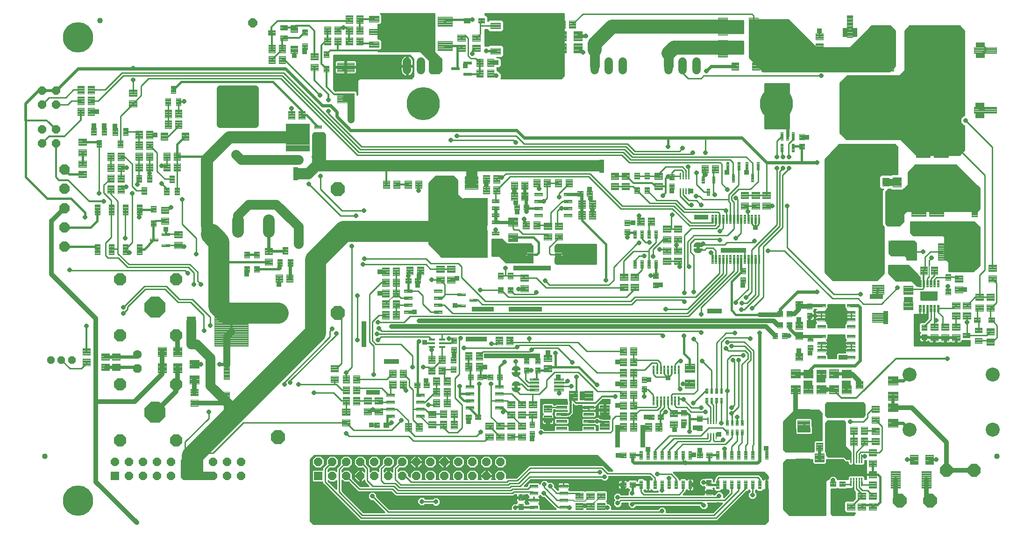
<source format=gtl>
G75*
%MOIN*%
%OFA0B0*%
%FSLAX25Y25*%
%IPPOS*%
%LPD*%
%AMOC8*
5,1,8,0,0,1.08239X$1,22.5*
%
%ADD10C,0.00394*%
%ADD11C,0.00409*%
%ADD12C,0.00405*%
%ADD13C,0.00375*%
%ADD14C,0.00402*%
%ADD15C,0.06000*%
%ADD16C,0.00425*%
%ADD17OC8,0.07087*%
%ADD18C,0.00378*%
%ADD19C,0.00399*%
%ADD20C,0.00400*%
%ADD21C,0.00396*%
%ADD22C,0.00408*%
%ADD23OC8,0.08600*%
%ADD24OC8,0.15000*%
%ADD25C,0.00406*%
%ADD26OC8,0.05906*%
%ADD27C,0.00400*%
%ADD28C,0.08250*%
%ADD29C,0.04500*%
%ADD30OC8,0.05315*%
%ADD31OC8,0.05400*%
%ADD32OC8,0.10000*%
%ADD33R,0.05906X0.05906*%
%ADD34OC8,0.09693*%
%ADD35C,0.04000*%
%ADD36C,0.00387*%
%ADD37OC8,0.06300*%
%ADD38C,0.06300*%
%ADD39OC8,0.09055*%
%ADD40C,0.00362*%
%ADD41C,0.00407*%
%ADD42C,0.00514*%
%ADD43C,0.00414*%
%ADD44C,0.00413*%
%ADD45C,0.00423*%
%ADD46C,0.10000*%
%ADD47C,0.00339*%
%ADD48OC8,0.06496*%
%ADD49C,0.00386*%
%ADD50C,0.00372*%
%ADD51C,0.00100*%
%ADD52C,0.23622*%
%ADD53C,0.03200*%
%ADD54C,0.02400*%
%ADD55OC8,0.03175*%
%ADD56C,0.01000*%
%ADD57C,0.01600*%
%ADD58C,0.01200*%
%ADD59R,0.03175X0.03175*%
%ADD60C,0.01100*%
%ADD61C,0.05000*%
%ADD62C,0.02000*%
%ADD63C,0.15000*%
%ADD64C,0.04000*%
%ADD65C,0.07000*%
%ADD66C,0.03175*%
%ADD67C,0.08000*%
%ADD68C,0.00800*%
%ADD69C,0.21654*%
%ADD70C,0.08600*%
%ADD71C,0.01400*%
%ADD72C,0.01800*%
%ADD73C,0.10000*%
D10*
X0221614Y0207365D02*
X0221614Y0210907D01*
X0227518Y0210907D01*
X0227518Y0207365D01*
X0221614Y0207365D01*
X0221614Y0207758D02*
X0227518Y0207758D01*
X0227518Y0208151D02*
X0221614Y0208151D01*
X0221614Y0208544D02*
X0227518Y0208544D01*
X0227518Y0208937D02*
X0221614Y0208937D01*
X0221614Y0209330D02*
X0227518Y0209330D01*
X0227518Y0209723D02*
X0221614Y0209723D01*
X0221614Y0210116D02*
X0227518Y0210116D01*
X0227518Y0210509D02*
X0221614Y0210509D01*
X0221614Y0210902D02*
X0227518Y0210902D01*
X0221614Y0225318D02*
X0221614Y0228860D01*
X0227518Y0228860D01*
X0227518Y0225318D01*
X0221614Y0225318D01*
X0221614Y0225711D02*
X0227518Y0225711D01*
X0227518Y0226104D02*
X0221614Y0226104D01*
X0221614Y0226497D02*
X0227518Y0226497D01*
X0227518Y0226890D02*
X0221614Y0226890D01*
X0221614Y0227283D02*
X0227518Y0227283D01*
X0227518Y0227676D02*
X0221614Y0227676D01*
X0221614Y0228069D02*
X0227518Y0228069D01*
X0227518Y0228462D02*
X0221614Y0228462D01*
X0221614Y0228855D02*
X0227518Y0228855D01*
X0266114Y0260579D02*
X0266114Y0264909D01*
X0266114Y0260579D02*
X0262572Y0260579D01*
X0262572Y0264909D01*
X0266114Y0264909D01*
X0266114Y0260972D02*
X0262572Y0260972D01*
X0262572Y0261365D02*
X0266114Y0261365D01*
X0266114Y0261758D02*
X0262572Y0261758D01*
X0262572Y0262151D02*
X0266114Y0262151D01*
X0266114Y0262544D02*
X0262572Y0262544D01*
X0262572Y0262937D02*
X0266114Y0262937D01*
X0266114Y0263330D02*
X0262572Y0263330D01*
X0262572Y0263723D02*
X0266114Y0263723D01*
X0266114Y0264116D02*
X0262572Y0264116D01*
X0262572Y0264509D02*
X0266114Y0264509D01*
X0266114Y0264902D02*
X0262572Y0264902D01*
X0269572Y0264909D02*
X0269572Y0260579D01*
X0269572Y0264909D02*
X0273114Y0264909D01*
X0273114Y0260579D01*
X0269572Y0260579D01*
X0269572Y0260972D02*
X0273114Y0260972D01*
X0273114Y0261365D02*
X0269572Y0261365D01*
X0269572Y0261758D02*
X0273114Y0261758D01*
X0273114Y0262151D02*
X0269572Y0262151D01*
X0269572Y0262544D02*
X0273114Y0262544D01*
X0273114Y0262937D02*
X0269572Y0262937D01*
X0269572Y0263330D02*
X0273114Y0263330D01*
X0273114Y0263723D02*
X0269572Y0263723D01*
X0269572Y0264116D02*
X0273114Y0264116D01*
X0273114Y0264509D02*
X0269572Y0264509D01*
X0269572Y0264902D02*
X0273114Y0264902D01*
X0269572Y0270815D02*
X0269572Y0275145D01*
X0273114Y0275145D01*
X0273114Y0270815D01*
X0269572Y0270815D01*
X0269572Y0271208D02*
X0273114Y0271208D01*
X0273114Y0271601D02*
X0269572Y0271601D01*
X0269572Y0271994D02*
X0273114Y0271994D01*
X0273114Y0272387D02*
X0269572Y0272387D01*
X0269572Y0272780D02*
X0273114Y0272780D01*
X0273114Y0273173D02*
X0269572Y0273173D01*
X0269572Y0273566D02*
X0273114Y0273566D01*
X0273114Y0273959D02*
X0269572Y0273959D01*
X0269572Y0274352D02*
X0273114Y0274352D01*
X0273114Y0274745D02*
X0269572Y0274745D01*
X0269572Y0275138D02*
X0273114Y0275138D01*
X0266114Y0275145D02*
X0266114Y0270815D01*
X0262572Y0270815D01*
X0262572Y0275145D01*
X0266114Y0275145D01*
X0266114Y0271208D02*
X0262572Y0271208D01*
X0262572Y0271601D02*
X0266114Y0271601D01*
X0266114Y0271994D02*
X0262572Y0271994D01*
X0262572Y0272387D02*
X0266114Y0272387D01*
X0266114Y0272780D02*
X0262572Y0272780D01*
X0262572Y0273173D02*
X0266114Y0273173D01*
X0266114Y0273566D02*
X0262572Y0273566D01*
X0262572Y0273959D02*
X0266114Y0273959D01*
X0266114Y0274352D02*
X0262572Y0274352D01*
X0262572Y0274745D02*
X0266114Y0274745D01*
X0266114Y0275138D02*
X0262572Y0275138D01*
X0286082Y0264722D02*
X0289624Y0264722D01*
X0286082Y0264722D02*
X0286082Y0269840D01*
X0289624Y0269840D01*
X0289624Y0264722D01*
X0289624Y0265115D02*
X0286082Y0265115D01*
X0286082Y0265508D02*
X0289624Y0265508D01*
X0289624Y0265901D02*
X0286082Y0265901D01*
X0286082Y0266294D02*
X0289624Y0266294D01*
X0289624Y0266687D02*
X0286082Y0266687D01*
X0286082Y0267080D02*
X0289624Y0267080D01*
X0289624Y0267473D02*
X0286082Y0267473D01*
X0286082Y0267866D02*
X0289624Y0267866D01*
X0289624Y0268259D02*
X0286082Y0268259D01*
X0286082Y0268652D02*
X0289624Y0268652D01*
X0289624Y0269045D02*
X0286082Y0269045D01*
X0286082Y0269438D02*
X0289624Y0269438D01*
X0289624Y0269831D02*
X0286082Y0269831D01*
X0289822Y0273384D02*
X0293364Y0273384D01*
X0289822Y0273384D02*
X0289822Y0278502D01*
X0293364Y0278502D01*
X0293364Y0273384D01*
X0293364Y0273777D02*
X0289822Y0273777D01*
X0289822Y0274170D02*
X0293364Y0274170D01*
X0293364Y0274563D02*
X0289822Y0274563D01*
X0289822Y0274956D02*
X0293364Y0274956D01*
X0293364Y0275349D02*
X0289822Y0275349D01*
X0289822Y0275742D02*
X0293364Y0275742D01*
X0293364Y0276135D02*
X0289822Y0276135D01*
X0289822Y0276528D02*
X0293364Y0276528D01*
X0293364Y0276921D02*
X0289822Y0276921D01*
X0289822Y0277314D02*
X0293364Y0277314D01*
X0293364Y0277707D02*
X0289822Y0277707D01*
X0289822Y0278100D02*
X0293364Y0278100D01*
X0293364Y0278493D02*
X0289822Y0278493D01*
X0293562Y0264722D02*
X0297104Y0264722D01*
X0293562Y0264722D02*
X0293562Y0269840D01*
X0297104Y0269840D01*
X0297104Y0264722D01*
X0297104Y0265115D02*
X0293562Y0265115D01*
X0293562Y0265508D02*
X0297104Y0265508D01*
X0297104Y0265901D02*
X0293562Y0265901D01*
X0293562Y0266294D02*
X0297104Y0266294D01*
X0297104Y0266687D02*
X0293562Y0266687D01*
X0293562Y0267080D02*
X0297104Y0267080D01*
X0297104Y0267473D02*
X0293562Y0267473D01*
X0293562Y0267866D02*
X0297104Y0267866D01*
X0297104Y0268259D02*
X0293562Y0268259D01*
X0293562Y0268652D02*
X0297104Y0268652D01*
X0297104Y0269045D02*
X0293562Y0269045D01*
X0293562Y0269438D02*
X0297104Y0269438D01*
X0297104Y0269831D02*
X0293562Y0269831D01*
X0377529Y0256133D02*
X0381465Y0256133D01*
X0381465Y0252591D01*
X0377529Y0252591D01*
X0377529Y0256133D01*
X0377529Y0252984D02*
X0381465Y0252984D01*
X0381465Y0253377D02*
X0377529Y0253377D01*
X0377529Y0253770D02*
X0381465Y0253770D01*
X0381465Y0254163D02*
X0377529Y0254163D01*
X0377529Y0254556D02*
X0381465Y0254556D01*
X0381465Y0254949D02*
X0377529Y0254949D01*
X0377529Y0255342D02*
X0381465Y0255342D01*
X0381465Y0255735D02*
X0377529Y0255735D01*
X0377529Y0256128D02*
X0381465Y0256128D01*
X0384222Y0256133D02*
X0388158Y0256133D01*
X0388158Y0252591D01*
X0384222Y0252591D01*
X0384222Y0256133D01*
X0384222Y0252984D02*
X0388158Y0252984D01*
X0388158Y0253377D02*
X0384222Y0253377D01*
X0384222Y0253770D02*
X0388158Y0253770D01*
X0388158Y0254163D02*
X0384222Y0254163D01*
X0384222Y0254556D02*
X0388158Y0254556D01*
X0388158Y0254949D02*
X0384222Y0254949D01*
X0384222Y0255342D02*
X0388158Y0255342D01*
X0388158Y0255735D02*
X0384222Y0255735D01*
X0384222Y0256128D02*
X0388158Y0256128D01*
X0447114Y0255815D02*
X0447114Y0260145D01*
X0447114Y0255815D02*
X0443572Y0255815D01*
X0443572Y0260145D01*
X0447114Y0260145D01*
X0447114Y0256208D02*
X0443572Y0256208D01*
X0443572Y0256601D02*
X0447114Y0256601D01*
X0447114Y0256994D02*
X0443572Y0256994D01*
X0443572Y0257387D02*
X0447114Y0257387D01*
X0447114Y0257780D02*
X0443572Y0257780D01*
X0443572Y0258173D02*
X0447114Y0258173D01*
X0447114Y0258566D02*
X0443572Y0258566D01*
X0443572Y0258959D02*
X0447114Y0258959D01*
X0447114Y0259352D02*
X0443572Y0259352D01*
X0443572Y0259745D02*
X0447114Y0259745D01*
X0447114Y0260138D02*
X0443572Y0260138D01*
X0454114Y0260145D02*
X0454114Y0255815D01*
X0450572Y0255815D01*
X0450572Y0260145D01*
X0454114Y0260145D01*
X0454114Y0256208D02*
X0450572Y0256208D01*
X0450572Y0256601D02*
X0454114Y0256601D01*
X0454114Y0256994D02*
X0450572Y0256994D01*
X0450572Y0257387D02*
X0454114Y0257387D01*
X0454114Y0257780D02*
X0450572Y0257780D01*
X0450572Y0258173D02*
X0454114Y0258173D01*
X0454114Y0258566D02*
X0450572Y0258566D01*
X0450572Y0258959D02*
X0454114Y0258959D01*
X0454114Y0259352D02*
X0450572Y0259352D01*
X0450572Y0259745D02*
X0454114Y0259745D01*
X0454114Y0260138D02*
X0450572Y0260138D01*
X0454114Y0249909D02*
X0454114Y0245579D01*
X0450572Y0245579D01*
X0450572Y0249909D01*
X0454114Y0249909D01*
X0454114Y0245972D02*
X0450572Y0245972D01*
X0450572Y0246365D02*
X0454114Y0246365D01*
X0454114Y0246758D02*
X0450572Y0246758D01*
X0450572Y0247151D02*
X0454114Y0247151D01*
X0454114Y0247544D02*
X0450572Y0247544D01*
X0450572Y0247937D02*
X0454114Y0247937D01*
X0454114Y0248330D02*
X0450572Y0248330D01*
X0450572Y0248723D02*
X0454114Y0248723D01*
X0454114Y0249116D02*
X0450572Y0249116D01*
X0450572Y0249509D02*
X0454114Y0249509D01*
X0454114Y0249902D02*
X0450572Y0249902D01*
X0447114Y0249909D02*
X0447114Y0245579D01*
X0443572Y0245579D01*
X0443572Y0249909D01*
X0447114Y0249909D01*
X0447114Y0245972D02*
X0443572Y0245972D01*
X0443572Y0246365D02*
X0447114Y0246365D01*
X0447114Y0246758D02*
X0443572Y0246758D01*
X0443572Y0247151D02*
X0447114Y0247151D01*
X0447114Y0247544D02*
X0443572Y0247544D01*
X0443572Y0247937D02*
X0447114Y0247937D01*
X0447114Y0248330D02*
X0443572Y0248330D01*
X0443572Y0248723D02*
X0447114Y0248723D01*
X0447114Y0249116D02*
X0443572Y0249116D01*
X0443572Y0249509D02*
X0447114Y0249509D01*
X0447114Y0249902D02*
X0443572Y0249902D01*
X0410322Y0213677D02*
X0410322Y0209741D01*
X0410322Y0213677D02*
X0413864Y0213677D01*
X0413864Y0209741D01*
X0410322Y0209741D01*
X0410322Y0210134D02*
X0413864Y0210134D01*
X0413864Y0210527D02*
X0410322Y0210527D01*
X0410322Y0210920D02*
X0413864Y0210920D01*
X0413864Y0211313D02*
X0410322Y0211313D01*
X0410322Y0211706D02*
X0413864Y0211706D01*
X0413864Y0212099D02*
X0410322Y0212099D01*
X0410322Y0212492D02*
X0413864Y0212492D01*
X0413864Y0212885D02*
X0410322Y0212885D01*
X0410322Y0213278D02*
X0413864Y0213278D01*
X0413864Y0213671D02*
X0410322Y0213671D01*
X0410322Y0206984D02*
X0410322Y0203048D01*
X0410322Y0206984D02*
X0413864Y0206984D01*
X0413864Y0203048D01*
X0410322Y0203048D01*
X0410322Y0203441D02*
X0413864Y0203441D01*
X0413864Y0203834D02*
X0410322Y0203834D01*
X0410322Y0204227D02*
X0413864Y0204227D01*
X0413864Y0204620D02*
X0410322Y0204620D01*
X0410322Y0205013D02*
X0413864Y0205013D01*
X0413864Y0205406D02*
X0410322Y0205406D01*
X0410322Y0205799D02*
X0413864Y0205799D01*
X0413864Y0206192D02*
X0410322Y0206192D01*
X0410322Y0206585D02*
X0413864Y0206585D01*
X0413864Y0206978D02*
X0410322Y0206978D01*
X0413364Y0199677D02*
X0413364Y0195741D01*
X0409822Y0195741D01*
X0409822Y0199677D01*
X0413364Y0199677D01*
X0413364Y0196134D02*
X0409822Y0196134D01*
X0409822Y0196527D02*
X0413364Y0196527D01*
X0413364Y0196920D02*
X0409822Y0196920D01*
X0409822Y0197313D02*
X0413364Y0197313D01*
X0413364Y0197706D02*
X0409822Y0197706D01*
X0409822Y0198099D02*
X0413364Y0198099D01*
X0413364Y0198492D02*
X0409822Y0198492D01*
X0409822Y0198885D02*
X0413364Y0198885D01*
X0413364Y0199278D02*
X0409822Y0199278D01*
X0409822Y0199671D02*
X0413364Y0199671D01*
X0413364Y0192984D02*
X0413364Y0189048D01*
X0409822Y0189048D01*
X0409822Y0192984D01*
X0413364Y0192984D01*
X0413364Y0189441D02*
X0409822Y0189441D01*
X0409822Y0189834D02*
X0413364Y0189834D01*
X0413364Y0190227D02*
X0409822Y0190227D01*
X0409822Y0190620D02*
X0413364Y0190620D01*
X0413364Y0191013D02*
X0409822Y0191013D01*
X0409822Y0191406D02*
X0413364Y0191406D01*
X0413364Y0191799D02*
X0409822Y0191799D01*
X0409822Y0192192D02*
X0413364Y0192192D01*
X0413364Y0192585D02*
X0409822Y0192585D01*
X0409822Y0192978D02*
X0413364Y0192978D01*
X0422029Y0183841D02*
X0425965Y0183841D01*
X0422029Y0183841D02*
X0422029Y0187383D01*
X0425965Y0187383D01*
X0425965Y0183841D01*
X0425965Y0184234D02*
X0422029Y0184234D01*
X0422029Y0184627D02*
X0425965Y0184627D01*
X0425965Y0185020D02*
X0422029Y0185020D01*
X0422029Y0185413D02*
X0425965Y0185413D01*
X0425965Y0185806D02*
X0422029Y0185806D01*
X0422029Y0186199D02*
X0425965Y0186199D01*
X0425965Y0186592D02*
X0422029Y0186592D01*
X0422029Y0186985D02*
X0425965Y0186985D01*
X0425965Y0187378D02*
X0422029Y0187378D01*
X0428722Y0183841D02*
X0432658Y0183841D01*
X0428722Y0183841D02*
X0428722Y0187383D01*
X0432658Y0187383D01*
X0432658Y0183841D01*
X0432658Y0184234D02*
X0428722Y0184234D01*
X0428722Y0184627D02*
X0432658Y0184627D01*
X0432658Y0185020D02*
X0428722Y0185020D01*
X0428722Y0185413D02*
X0432658Y0185413D01*
X0432658Y0185806D02*
X0428722Y0185806D01*
X0428722Y0186199D02*
X0432658Y0186199D01*
X0432658Y0186592D02*
X0428722Y0186592D01*
X0428722Y0186985D02*
X0432658Y0186985D01*
X0432658Y0187378D02*
X0428722Y0187378D01*
X0436029Y0183841D02*
X0439965Y0183841D01*
X0436029Y0183841D02*
X0436029Y0187383D01*
X0439965Y0187383D01*
X0439965Y0183841D01*
X0439965Y0184234D02*
X0436029Y0184234D01*
X0436029Y0184627D02*
X0439965Y0184627D01*
X0439965Y0185020D02*
X0436029Y0185020D01*
X0436029Y0185413D02*
X0439965Y0185413D01*
X0439965Y0185806D02*
X0436029Y0185806D01*
X0436029Y0186199D02*
X0439965Y0186199D01*
X0439965Y0186592D02*
X0436029Y0186592D01*
X0436029Y0186985D02*
X0439965Y0186985D01*
X0439965Y0187378D02*
X0436029Y0187378D01*
X0442722Y0183841D02*
X0446658Y0183841D01*
X0442722Y0183841D02*
X0442722Y0187383D01*
X0446658Y0187383D01*
X0446658Y0183841D01*
X0446658Y0184234D02*
X0442722Y0184234D01*
X0442722Y0184627D02*
X0446658Y0184627D01*
X0446658Y0185020D02*
X0442722Y0185020D01*
X0442722Y0185413D02*
X0446658Y0185413D01*
X0446658Y0185806D02*
X0442722Y0185806D01*
X0442722Y0186199D02*
X0446658Y0186199D01*
X0446658Y0186592D02*
X0442722Y0186592D01*
X0442722Y0186985D02*
X0446658Y0186985D01*
X0446658Y0187378D02*
X0442722Y0187378D01*
X0462072Y0188548D02*
X0462072Y0192484D01*
X0465614Y0192484D01*
X0465614Y0188548D01*
X0462072Y0188548D01*
X0462072Y0188941D02*
X0465614Y0188941D01*
X0465614Y0189334D02*
X0462072Y0189334D01*
X0462072Y0189727D02*
X0465614Y0189727D01*
X0465614Y0190120D02*
X0462072Y0190120D01*
X0462072Y0190513D02*
X0465614Y0190513D01*
X0465614Y0190906D02*
X0462072Y0190906D01*
X0462072Y0191299D02*
X0465614Y0191299D01*
X0465614Y0191692D02*
X0462072Y0191692D01*
X0462072Y0192085D02*
X0465614Y0192085D01*
X0465614Y0192478D02*
X0462072Y0192478D01*
X0462072Y0195241D02*
X0462072Y0199177D01*
X0465614Y0199177D01*
X0465614Y0195241D01*
X0462072Y0195241D01*
X0462072Y0195634D02*
X0465614Y0195634D01*
X0465614Y0196027D02*
X0462072Y0196027D01*
X0462072Y0196420D02*
X0465614Y0196420D01*
X0465614Y0196813D02*
X0462072Y0196813D01*
X0462072Y0197206D02*
X0465614Y0197206D01*
X0465614Y0197599D02*
X0462072Y0197599D01*
X0462072Y0197992D02*
X0465614Y0197992D01*
X0465614Y0198385D02*
X0462072Y0198385D01*
X0462072Y0198778D02*
X0465614Y0198778D01*
X0465614Y0199171D02*
X0462072Y0199171D01*
X0470072Y0199177D02*
X0470072Y0195241D01*
X0470072Y0199177D02*
X0473614Y0199177D01*
X0473614Y0195241D01*
X0470072Y0195241D01*
X0470072Y0195634D02*
X0473614Y0195634D01*
X0473614Y0196027D02*
X0470072Y0196027D01*
X0470072Y0196420D02*
X0473614Y0196420D01*
X0473614Y0196813D02*
X0470072Y0196813D01*
X0470072Y0197206D02*
X0473614Y0197206D01*
X0473614Y0197599D02*
X0470072Y0197599D01*
X0470072Y0197992D02*
X0473614Y0197992D01*
X0473614Y0198385D02*
X0470072Y0198385D01*
X0470072Y0198778D02*
X0473614Y0198778D01*
X0473614Y0199171D02*
X0470072Y0199171D01*
X0470072Y0192484D02*
X0470072Y0188548D01*
X0470072Y0192484D02*
X0473614Y0192484D01*
X0473614Y0188548D01*
X0470072Y0188548D01*
X0470072Y0188941D02*
X0473614Y0188941D01*
X0473614Y0189334D02*
X0470072Y0189334D01*
X0470072Y0189727D02*
X0473614Y0189727D01*
X0473614Y0190120D02*
X0470072Y0190120D01*
X0470072Y0190513D02*
X0473614Y0190513D01*
X0473614Y0190906D02*
X0470072Y0190906D01*
X0470072Y0191299D02*
X0473614Y0191299D01*
X0473614Y0191692D02*
X0470072Y0191692D01*
X0470072Y0192085D02*
X0473614Y0192085D01*
X0473614Y0192478D02*
X0470072Y0192478D01*
X0431158Y0155341D02*
X0427222Y0155341D01*
X0427222Y0158883D01*
X0431158Y0158883D01*
X0431158Y0155341D01*
X0431158Y0155734D02*
X0427222Y0155734D01*
X0427222Y0156127D02*
X0431158Y0156127D01*
X0431158Y0156520D02*
X0427222Y0156520D01*
X0427222Y0156913D02*
X0431158Y0156913D01*
X0431158Y0157306D02*
X0427222Y0157306D01*
X0427222Y0157699D02*
X0431158Y0157699D01*
X0431158Y0158092D02*
X0427222Y0158092D01*
X0427222Y0158485D02*
X0431158Y0158485D01*
X0431158Y0158878D02*
X0427222Y0158878D01*
X0424465Y0155341D02*
X0420529Y0155341D01*
X0420529Y0158883D01*
X0424465Y0158883D01*
X0424465Y0155341D01*
X0424465Y0155734D02*
X0420529Y0155734D01*
X0420529Y0156127D02*
X0424465Y0156127D01*
X0424465Y0156520D02*
X0420529Y0156520D01*
X0420529Y0156913D02*
X0424465Y0156913D01*
X0424465Y0157306D02*
X0420529Y0157306D01*
X0420529Y0157699D02*
X0424465Y0157699D01*
X0424465Y0158092D02*
X0420529Y0158092D01*
X0420529Y0158485D02*
X0424465Y0158485D01*
X0424465Y0158878D02*
X0420529Y0158878D01*
X0394408Y0181633D02*
X0390472Y0181633D01*
X0394408Y0181633D02*
X0394408Y0178091D01*
X0390472Y0178091D01*
X0390472Y0181633D01*
X0390472Y0178484D02*
X0394408Y0178484D01*
X0394408Y0178877D02*
X0390472Y0178877D01*
X0390472Y0179270D02*
X0394408Y0179270D01*
X0394408Y0179663D02*
X0390472Y0179663D01*
X0390472Y0180056D02*
X0394408Y0180056D01*
X0394408Y0180449D02*
X0390472Y0180449D01*
X0390472Y0180842D02*
X0394408Y0180842D01*
X0394408Y0181235D02*
X0390472Y0181235D01*
X0390472Y0181628D02*
X0394408Y0181628D01*
X0387715Y0181633D02*
X0383779Y0181633D01*
X0387715Y0181633D02*
X0387715Y0178091D01*
X0383779Y0178091D01*
X0383779Y0181633D01*
X0383779Y0178484D02*
X0387715Y0178484D01*
X0387715Y0178877D02*
X0383779Y0178877D01*
X0383779Y0179270D02*
X0387715Y0179270D01*
X0387715Y0179663D02*
X0383779Y0179663D01*
X0383779Y0180056D02*
X0387715Y0180056D01*
X0387715Y0180449D02*
X0383779Y0180449D01*
X0383779Y0180842D02*
X0387715Y0180842D01*
X0387715Y0181235D02*
X0383779Y0181235D01*
X0383779Y0181628D02*
X0387715Y0181628D01*
X0365658Y0149591D02*
X0361722Y0149591D01*
X0361722Y0153133D01*
X0365658Y0153133D01*
X0365658Y0149591D01*
X0365658Y0149984D02*
X0361722Y0149984D01*
X0361722Y0150377D02*
X0365658Y0150377D01*
X0365658Y0150770D02*
X0361722Y0150770D01*
X0361722Y0151163D02*
X0365658Y0151163D01*
X0365658Y0151556D02*
X0361722Y0151556D01*
X0361722Y0151949D02*
X0365658Y0151949D01*
X0365658Y0152342D02*
X0361722Y0152342D01*
X0361722Y0152735D02*
X0365658Y0152735D01*
X0365658Y0153128D02*
X0361722Y0153128D01*
X0358965Y0149591D02*
X0355029Y0149591D01*
X0355029Y0153133D01*
X0358965Y0153133D01*
X0358965Y0149591D01*
X0358965Y0149984D02*
X0355029Y0149984D01*
X0355029Y0150377D02*
X0358965Y0150377D01*
X0358965Y0150770D02*
X0355029Y0150770D01*
X0355029Y0151163D02*
X0358965Y0151163D01*
X0358965Y0151556D02*
X0355029Y0151556D01*
X0355029Y0151949D02*
X0358965Y0151949D01*
X0358965Y0152342D02*
X0355029Y0152342D01*
X0355029Y0152735D02*
X0358965Y0152735D01*
X0358965Y0153128D02*
X0355029Y0153128D01*
X0458072Y0101677D02*
X0458072Y0097741D01*
X0458072Y0101677D02*
X0461614Y0101677D01*
X0461614Y0097741D01*
X0458072Y0097741D01*
X0458072Y0098134D02*
X0461614Y0098134D01*
X0461614Y0098527D02*
X0458072Y0098527D01*
X0458072Y0098920D02*
X0461614Y0098920D01*
X0461614Y0099313D02*
X0458072Y0099313D01*
X0458072Y0099706D02*
X0461614Y0099706D01*
X0461614Y0100099D02*
X0458072Y0100099D01*
X0458072Y0100492D02*
X0461614Y0100492D01*
X0461614Y0100885D02*
X0458072Y0100885D01*
X0458072Y0101278D02*
X0461614Y0101278D01*
X0461614Y0101671D02*
X0458072Y0101671D01*
X0458072Y0094984D02*
X0458072Y0091048D01*
X0458072Y0094984D02*
X0461614Y0094984D01*
X0461614Y0091048D01*
X0458072Y0091048D01*
X0458072Y0091441D02*
X0461614Y0091441D01*
X0461614Y0091834D02*
X0458072Y0091834D01*
X0458072Y0092227D02*
X0461614Y0092227D01*
X0461614Y0092620D02*
X0458072Y0092620D01*
X0458072Y0093013D02*
X0461614Y0093013D01*
X0461614Y0093406D02*
X0458072Y0093406D01*
X0458072Y0093799D02*
X0461614Y0093799D01*
X0461614Y0094192D02*
X0458072Y0094192D01*
X0458072Y0094585D02*
X0461614Y0094585D01*
X0461614Y0094978D02*
X0458072Y0094978D01*
X0530779Y0110633D02*
X0534715Y0110633D01*
X0534715Y0107091D01*
X0530779Y0107091D01*
X0530779Y0110633D01*
X0530779Y0107484D02*
X0534715Y0107484D01*
X0534715Y0107877D02*
X0530779Y0107877D01*
X0530779Y0108270D02*
X0534715Y0108270D01*
X0534715Y0108663D02*
X0530779Y0108663D01*
X0530779Y0109056D02*
X0534715Y0109056D01*
X0534715Y0109449D02*
X0530779Y0109449D01*
X0530779Y0109842D02*
X0534715Y0109842D01*
X0534715Y0110235D02*
X0530779Y0110235D01*
X0530779Y0110628D02*
X0534715Y0110628D01*
X0537472Y0110633D02*
X0541408Y0110633D01*
X0541408Y0107091D01*
X0537472Y0107091D01*
X0537472Y0110633D01*
X0537472Y0107484D02*
X0541408Y0107484D01*
X0541408Y0107877D02*
X0537472Y0107877D01*
X0537472Y0108270D02*
X0541408Y0108270D01*
X0541408Y0108663D02*
X0537472Y0108663D01*
X0537472Y0109056D02*
X0541408Y0109056D01*
X0541408Y0109449D02*
X0537472Y0109449D01*
X0537472Y0109842D02*
X0541408Y0109842D01*
X0541408Y0110235D02*
X0537472Y0110235D01*
X0537472Y0110628D02*
X0541408Y0110628D01*
X0541408Y0128091D02*
X0537472Y0128091D01*
X0537472Y0131633D01*
X0541408Y0131633D01*
X0541408Y0128091D01*
X0541408Y0128484D02*
X0537472Y0128484D01*
X0537472Y0128877D02*
X0541408Y0128877D01*
X0541408Y0129270D02*
X0537472Y0129270D01*
X0537472Y0129663D02*
X0541408Y0129663D01*
X0541408Y0130056D02*
X0537472Y0130056D01*
X0537472Y0130449D02*
X0541408Y0130449D01*
X0541408Y0130842D02*
X0537472Y0130842D01*
X0537472Y0131235D02*
X0541408Y0131235D01*
X0541408Y0131628D02*
X0537472Y0131628D01*
X0534715Y0128091D02*
X0530779Y0128091D01*
X0530779Y0131633D01*
X0534715Y0131633D01*
X0534715Y0128091D01*
X0534715Y0128484D02*
X0530779Y0128484D01*
X0530779Y0128877D02*
X0534715Y0128877D01*
X0534715Y0129270D02*
X0530779Y0129270D01*
X0530779Y0129663D02*
X0534715Y0129663D01*
X0534715Y0130056D02*
X0530779Y0130056D01*
X0530779Y0130449D02*
X0534715Y0130449D01*
X0534715Y0130842D02*
X0530779Y0130842D01*
X0530779Y0131235D02*
X0534715Y0131235D01*
X0534715Y0131628D02*
X0530779Y0131628D01*
X0550779Y0155341D02*
X0554715Y0155341D01*
X0550779Y0155341D02*
X0550779Y0158883D01*
X0554715Y0158883D01*
X0554715Y0155341D01*
X0554715Y0155734D02*
X0550779Y0155734D01*
X0550779Y0156127D02*
X0554715Y0156127D01*
X0554715Y0156520D02*
X0550779Y0156520D01*
X0550779Y0156913D02*
X0554715Y0156913D01*
X0554715Y0157306D02*
X0550779Y0157306D01*
X0550779Y0157699D02*
X0554715Y0157699D01*
X0554715Y0158092D02*
X0550779Y0158092D01*
X0550779Y0158485D02*
X0554715Y0158485D01*
X0554715Y0158878D02*
X0550779Y0158878D01*
X0557472Y0155341D02*
X0561408Y0155341D01*
X0557472Y0155341D02*
X0557472Y0158883D01*
X0561408Y0158883D01*
X0561408Y0155341D01*
X0561408Y0155734D02*
X0557472Y0155734D01*
X0557472Y0156127D02*
X0561408Y0156127D01*
X0561408Y0156520D02*
X0557472Y0156520D01*
X0557472Y0156913D02*
X0561408Y0156913D01*
X0561408Y0157306D02*
X0557472Y0157306D01*
X0557472Y0157699D02*
X0561408Y0157699D01*
X0561408Y0158092D02*
X0557472Y0158092D01*
X0557472Y0158485D02*
X0561408Y0158485D01*
X0561408Y0158878D02*
X0557472Y0158878D01*
X0577864Y0158241D02*
X0577864Y0162177D01*
X0577864Y0158241D02*
X0574322Y0158241D01*
X0574322Y0162177D01*
X0577864Y0162177D01*
X0577864Y0158634D02*
X0574322Y0158634D01*
X0574322Y0159027D02*
X0577864Y0159027D01*
X0577864Y0159420D02*
X0574322Y0159420D01*
X0574322Y0159813D02*
X0577864Y0159813D01*
X0577864Y0160206D02*
X0574322Y0160206D01*
X0574322Y0160599D02*
X0577864Y0160599D01*
X0577864Y0160992D02*
X0574322Y0160992D01*
X0574322Y0161385D02*
X0577864Y0161385D01*
X0577864Y0161778D02*
X0574322Y0161778D01*
X0574322Y0162171D02*
X0577864Y0162171D01*
X0577864Y0155484D02*
X0577864Y0151548D01*
X0574322Y0151548D01*
X0574322Y0155484D01*
X0577864Y0155484D01*
X0577864Y0151941D02*
X0574322Y0151941D01*
X0574322Y0152334D02*
X0577864Y0152334D01*
X0577864Y0152727D02*
X0574322Y0152727D01*
X0574322Y0153120D02*
X0577864Y0153120D01*
X0577864Y0153513D02*
X0574322Y0153513D01*
X0574322Y0153906D02*
X0577864Y0153906D01*
X0577864Y0154299D02*
X0574322Y0154299D01*
X0574322Y0154692D02*
X0577864Y0154692D01*
X0577864Y0155085D02*
X0574322Y0155085D01*
X0574322Y0155478D02*
X0577864Y0155478D01*
X0585572Y0153991D02*
X0585572Y0157927D01*
X0589114Y0157927D01*
X0589114Y0153991D01*
X0585572Y0153991D01*
X0585572Y0154384D02*
X0589114Y0154384D01*
X0589114Y0154777D02*
X0585572Y0154777D01*
X0585572Y0155170D02*
X0589114Y0155170D01*
X0589114Y0155563D02*
X0585572Y0155563D01*
X0585572Y0155956D02*
X0589114Y0155956D01*
X0589114Y0156349D02*
X0585572Y0156349D01*
X0585572Y0156742D02*
X0589114Y0156742D01*
X0589114Y0157135D02*
X0585572Y0157135D01*
X0585572Y0157528D02*
X0589114Y0157528D01*
X0589114Y0157921D02*
X0585572Y0157921D01*
X0585572Y0151234D02*
X0585572Y0147298D01*
X0585572Y0151234D02*
X0589114Y0151234D01*
X0589114Y0147298D01*
X0585572Y0147298D01*
X0585572Y0147691D02*
X0589114Y0147691D01*
X0589114Y0148084D02*
X0585572Y0148084D01*
X0585572Y0148477D02*
X0589114Y0148477D01*
X0589114Y0148870D02*
X0585572Y0148870D01*
X0585572Y0149263D02*
X0589114Y0149263D01*
X0589114Y0149656D02*
X0585572Y0149656D01*
X0585572Y0150049D02*
X0589114Y0150049D01*
X0589114Y0150442D02*
X0585572Y0150442D01*
X0585572Y0150835D02*
X0589114Y0150835D01*
X0589114Y0151228D02*
X0585572Y0151228D01*
X0591491Y0167245D02*
X0593065Y0167245D01*
X0591491Y0167245D02*
X0591491Y0170787D01*
X0593065Y0170787D01*
X0593065Y0167245D01*
X0593065Y0167638D02*
X0591491Y0167638D01*
X0591491Y0168031D02*
X0593065Y0168031D01*
X0593065Y0168424D02*
X0591491Y0168424D01*
X0591491Y0168817D02*
X0593065Y0168817D01*
X0593065Y0169210D02*
X0591491Y0169210D01*
X0591491Y0169603D02*
X0593065Y0169603D01*
X0593065Y0169996D02*
X0591491Y0169996D01*
X0591491Y0170389D02*
X0593065Y0170389D01*
X0593065Y0170782D02*
X0591491Y0170782D01*
X0595035Y0167245D02*
X0596609Y0167245D01*
X0595035Y0167245D02*
X0595035Y0170787D01*
X0596609Y0170787D01*
X0596609Y0167245D01*
X0596609Y0167638D02*
X0595035Y0167638D01*
X0595035Y0168031D02*
X0596609Y0168031D01*
X0596609Y0168424D02*
X0595035Y0168424D01*
X0595035Y0168817D02*
X0596609Y0168817D01*
X0596609Y0169210D02*
X0595035Y0169210D01*
X0595035Y0169603D02*
X0596609Y0169603D01*
X0596609Y0169996D02*
X0595035Y0169996D01*
X0595035Y0170389D02*
X0596609Y0170389D01*
X0596609Y0170782D02*
X0595035Y0170782D01*
X0598578Y0167245D02*
X0600152Y0167245D01*
X0598578Y0167245D02*
X0598578Y0170787D01*
X0600152Y0170787D01*
X0600152Y0167245D01*
X0600152Y0167638D02*
X0598578Y0167638D01*
X0598578Y0168031D02*
X0600152Y0168031D01*
X0600152Y0168424D02*
X0598578Y0168424D01*
X0598578Y0168817D02*
X0600152Y0168817D01*
X0600152Y0169210D02*
X0598578Y0169210D01*
X0598578Y0169603D02*
X0600152Y0169603D01*
X0600152Y0169996D02*
X0598578Y0169996D01*
X0598578Y0170389D02*
X0600152Y0170389D01*
X0600152Y0170782D02*
X0598578Y0170782D01*
X0602121Y0167245D02*
X0603695Y0167245D01*
X0602121Y0167245D02*
X0602121Y0170787D01*
X0603695Y0170787D01*
X0603695Y0167245D01*
X0603695Y0167638D02*
X0602121Y0167638D01*
X0602121Y0168031D02*
X0603695Y0168031D01*
X0603695Y0168424D02*
X0602121Y0168424D01*
X0602121Y0168817D02*
X0603695Y0168817D01*
X0603695Y0169210D02*
X0602121Y0169210D01*
X0602121Y0169603D02*
X0603695Y0169603D01*
X0603695Y0169996D02*
X0602121Y0169996D01*
X0602121Y0170389D02*
X0603695Y0170389D01*
X0603695Y0170782D02*
X0602121Y0170782D01*
X0602121Y0173938D02*
X0603695Y0173938D01*
X0602121Y0173938D02*
X0602121Y0177480D01*
X0603695Y0177480D01*
X0603695Y0173938D01*
X0603695Y0174331D02*
X0602121Y0174331D01*
X0602121Y0174724D02*
X0603695Y0174724D01*
X0603695Y0175117D02*
X0602121Y0175117D01*
X0602121Y0175510D02*
X0603695Y0175510D01*
X0603695Y0175903D02*
X0602121Y0175903D01*
X0602121Y0176296D02*
X0603695Y0176296D01*
X0603695Y0176689D02*
X0602121Y0176689D01*
X0602121Y0177082D02*
X0603695Y0177082D01*
X0603695Y0177475D02*
X0602121Y0177475D01*
X0600152Y0173938D02*
X0598578Y0173938D01*
X0598578Y0177480D01*
X0600152Y0177480D01*
X0600152Y0173938D01*
X0600152Y0174331D02*
X0598578Y0174331D01*
X0598578Y0174724D02*
X0600152Y0174724D01*
X0600152Y0175117D02*
X0598578Y0175117D01*
X0598578Y0175510D02*
X0600152Y0175510D01*
X0600152Y0175903D02*
X0598578Y0175903D01*
X0598578Y0176296D02*
X0600152Y0176296D01*
X0600152Y0176689D02*
X0598578Y0176689D01*
X0598578Y0177082D02*
X0600152Y0177082D01*
X0600152Y0177475D02*
X0598578Y0177475D01*
X0596609Y0173938D02*
X0595035Y0173938D01*
X0595035Y0177480D01*
X0596609Y0177480D01*
X0596609Y0173938D01*
X0596609Y0174331D02*
X0595035Y0174331D01*
X0595035Y0174724D02*
X0596609Y0174724D01*
X0596609Y0175117D02*
X0595035Y0175117D01*
X0595035Y0175510D02*
X0596609Y0175510D01*
X0596609Y0175903D02*
X0595035Y0175903D01*
X0595035Y0176296D02*
X0596609Y0176296D01*
X0596609Y0176689D02*
X0595035Y0176689D01*
X0595035Y0177082D02*
X0596609Y0177082D01*
X0596609Y0177475D02*
X0595035Y0177475D01*
X0593065Y0173938D02*
X0591491Y0173938D01*
X0591491Y0177480D01*
X0593065Y0177480D01*
X0593065Y0173938D01*
X0593065Y0174331D02*
X0591491Y0174331D01*
X0591491Y0174724D02*
X0593065Y0174724D01*
X0593065Y0175117D02*
X0591491Y0175117D01*
X0591491Y0175510D02*
X0593065Y0175510D01*
X0593065Y0175903D02*
X0591491Y0175903D01*
X0591491Y0176296D02*
X0593065Y0176296D01*
X0593065Y0176689D02*
X0591491Y0176689D01*
X0591491Y0177082D02*
X0593065Y0177082D01*
X0593065Y0177475D02*
X0591491Y0177475D01*
X0606241Y0151188D02*
X0607815Y0151188D01*
X0606241Y0151188D02*
X0606241Y0154730D01*
X0607815Y0154730D01*
X0607815Y0151188D01*
X0607815Y0151581D02*
X0606241Y0151581D01*
X0606241Y0151974D02*
X0607815Y0151974D01*
X0607815Y0152367D02*
X0606241Y0152367D01*
X0606241Y0152760D02*
X0607815Y0152760D01*
X0607815Y0153153D02*
X0606241Y0153153D01*
X0606241Y0153546D02*
X0607815Y0153546D01*
X0607815Y0153939D02*
X0606241Y0153939D01*
X0606241Y0154332D02*
X0607815Y0154332D01*
X0607815Y0154725D02*
X0606241Y0154725D01*
X0609785Y0151188D02*
X0611359Y0151188D01*
X0609785Y0151188D02*
X0609785Y0154730D01*
X0611359Y0154730D01*
X0611359Y0151188D01*
X0611359Y0151581D02*
X0609785Y0151581D01*
X0609785Y0151974D02*
X0611359Y0151974D01*
X0611359Y0152367D02*
X0609785Y0152367D01*
X0609785Y0152760D02*
X0611359Y0152760D01*
X0611359Y0153153D02*
X0609785Y0153153D01*
X0609785Y0153546D02*
X0611359Y0153546D01*
X0611359Y0153939D02*
X0609785Y0153939D01*
X0609785Y0154332D02*
X0611359Y0154332D01*
X0611359Y0154725D02*
X0609785Y0154725D01*
X0613328Y0151188D02*
X0614902Y0151188D01*
X0613328Y0151188D02*
X0613328Y0154730D01*
X0614902Y0154730D01*
X0614902Y0151188D01*
X0614902Y0151581D02*
X0613328Y0151581D01*
X0613328Y0151974D02*
X0614902Y0151974D01*
X0614902Y0152367D02*
X0613328Y0152367D01*
X0613328Y0152760D02*
X0614902Y0152760D01*
X0614902Y0153153D02*
X0613328Y0153153D01*
X0613328Y0153546D02*
X0614902Y0153546D01*
X0614902Y0153939D02*
X0613328Y0153939D01*
X0613328Y0154332D02*
X0614902Y0154332D01*
X0614902Y0154725D02*
X0613328Y0154725D01*
X0616871Y0151188D02*
X0618445Y0151188D01*
X0616871Y0151188D02*
X0616871Y0154730D01*
X0618445Y0154730D01*
X0618445Y0151188D01*
X0618445Y0151581D02*
X0616871Y0151581D01*
X0616871Y0151974D02*
X0618445Y0151974D01*
X0618445Y0152367D02*
X0616871Y0152367D01*
X0616871Y0152760D02*
X0618445Y0152760D01*
X0618445Y0153153D02*
X0616871Y0153153D01*
X0616871Y0153546D02*
X0618445Y0153546D01*
X0618445Y0153939D02*
X0616871Y0153939D01*
X0616871Y0154332D02*
X0618445Y0154332D01*
X0618445Y0154725D02*
X0616871Y0154725D01*
X0616871Y0144495D02*
X0618445Y0144495D01*
X0616871Y0144495D02*
X0616871Y0148037D01*
X0618445Y0148037D01*
X0618445Y0144495D01*
X0618445Y0144888D02*
X0616871Y0144888D01*
X0616871Y0145281D02*
X0618445Y0145281D01*
X0618445Y0145674D02*
X0616871Y0145674D01*
X0616871Y0146067D02*
X0618445Y0146067D01*
X0618445Y0146460D02*
X0616871Y0146460D01*
X0616871Y0146853D02*
X0618445Y0146853D01*
X0618445Y0147246D02*
X0616871Y0147246D01*
X0616871Y0147639D02*
X0618445Y0147639D01*
X0618445Y0148032D02*
X0616871Y0148032D01*
X0614902Y0144495D02*
X0613328Y0144495D01*
X0613328Y0148037D01*
X0614902Y0148037D01*
X0614902Y0144495D01*
X0614902Y0144888D02*
X0613328Y0144888D01*
X0613328Y0145281D02*
X0614902Y0145281D01*
X0614902Y0145674D02*
X0613328Y0145674D01*
X0613328Y0146067D02*
X0614902Y0146067D01*
X0614902Y0146460D02*
X0613328Y0146460D01*
X0613328Y0146853D02*
X0614902Y0146853D01*
X0614902Y0147246D02*
X0613328Y0147246D01*
X0613328Y0147639D02*
X0614902Y0147639D01*
X0614902Y0148032D02*
X0613328Y0148032D01*
X0611359Y0144495D02*
X0609785Y0144495D01*
X0609785Y0148037D01*
X0611359Y0148037D01*
X0611359Y0144495D01*
X0611359Y0144888D02*
X0609785Y0144888D01*
X0609785Y0145281D02*
X0611359Y0145281D01*
X0611359Y0145674D02*
X0609785Y0145674D01*
X0609785Y0146067D02*
X0611359Y0146067D01*
X0611359Y0146460D02*
X0609785Y0146460D01*
X0609785Y0146853D02*
X0611359Y0146853D01*
X0611359Y0147246D02*
X0609785Y0147246D01*
X0609785Y0147639D02*
X0611359Y0147639D01*
X0611359Y0148032D02*
X0609785Y0148032D01*
X0607815Y0144495D02*
X0606241Y0144495D01*
X0606241Y0148037D01*
X0607815Y0148037D01*
X0607815Y0144495D01*
X0607815Y0144888D02*
X0606241Y0144888D01*
X0606241Y0145281D02*
X0607815Y0145281D01*
X0607815Y0145674D02*
X0606241Y0145674D01*
X0606241Y0146067D02*
X0607815Y0146067D01*
X0607815Y0146460D02*
X0606241Y0146460D01*
X0606241Y0146853D02*
X0607815Y0146853D01*
X0607815Y0147246D02*
X0606241Y0147246D01*
X0606241Y0147639D02*
X0607815Y0147639D01*
X0607815Y0148032D02*
X0606241Y0148032D01*
X0596158Y0128091D02*
X0592222Y0128091D01*
X0592222Y0131633D01*
X0596158Y0131633D01*
X0596158Y0128091D01*
X0596158Y0128484D02*
X0592222Y0128484D01*
X0592222Y0128877D02*
X0596158Y0128877D01*
X0596158Y0129270D02*
X0592222Y0129270D01*
X0592222Y0129663D02*
X0596158Y0129663D01*
X0596158Y0130056D02*
X0592222Y0130056D01*
X0592222Y0130449D02*
X0596158Y0130449D01*
X0596158Y0130842D02*
X0592222Y0130842D01*
X0592222Y0131235D02*
X0596158Y0131235D01*
X0596158Y0131628D02*
X0592222Y0131628D01*
X0589465Y0128091D02*
X0585529Y0128091D01*
X0585529Y0131633D01*
X0589465Y0131633D01*
X0589465Y0128091D01*
X0589465Y0128484D02*
X0585529Y0128484D01*
X0585529Y0128877D02*
X0589465Y0128877D01*
X0589465Y0129270D02*
X0585529Y0129270D01*
X0585529Y0129663D02*
X0589465Y0129663D01*
X0589465Y0130056D02*
X0585529Y0130056D01*
X0585529Y0130449D02*
X0589465Y0130449D01*
X0589465Y0130842D02*
X0585529Y0130842D01*
X0585529Y0131235D02*
X0589465Y0131235D01*
X0589465Y0131628D02*
X0585529Y0131628D01*
X0592072Y0112177D02*
X0592072Y0108241D01*
X0592072Y0112177D02*
X0595614Y0112177D01*
X0595614Y0108241D01*
X0592072Y0108241D01*
X0592072Y0108634D02*
X0595614Y0108634D01*
X0595614Y0109027D02*
X0592072Y0109027D01*
X0592072Y0109420D02*
X0595614Y0109420D01*
X0595614Y0109813D02*
X0592072Y0109813D01*
X0592072Y0110206D02*
X0595614Y0110206D01*
X0595614Y0110599D02*
X0592072Y0110599D01*
X0592072Y0110992D02*
X0595614Y0110992D01*
X0595614Y0111385D02*
X0592072Y0111385D01*
X0592072Y0111778D02*
X0595614Y0111778D01*
X0595614Y0112171D02*
X0592072Y0112171D01*
X0592072Y0105484D02*
X0592072Y0101548D01*
X0592072Y0105484D02*
X0595614Y0105484D01*
X0595614Y0101548D01*
X0592072Y0101548D01*
X0592072Y0101941D02*
X0595614Y0101941D01*
X0595614Y0102334D02*
X0592072Y0102334D01*
X0592072Y0102727D02*
X0595614Y0102727D01*
X0595614Y0103120D02*
X0592072Y0103120D01*
X0592072Y0103513D02*
X0595614Y0103513D01*
X0595614Y0103906D02*
X0592072Y0103906D01*
X0592072Y0104299D02*
X0595614Y0104299D01*
X0595614Y0104692D02*
X0592072Y0104692D01*
X0592072Y0105085D02*
X0595614Y0105085D01*
X0595614Y0105478D02*
X0592072Y0105478D01*
X0680529Y0107591D02*
X0684465Y0107591D01*
X0680529Y0107591D02*
X0680529Y0111133D01*
X0684465Y0111133D01*
X0684465Y0107591D01*
X0684465Y0107984D02*
X0680529Y0107984D01*
X0680529Y0108377D02*
X0684465Y0108377D01*
X0684465Y0108770D02*
X0680529Y0108770D01*
X0680529Y0109163D02*
X0684465Y0109163D01*
X0684465Y0109556D02*
X0680529Y0109556D01*
X0680529Y0109949D02*
X0684465Y0109949D01*
X0684465Y0110342D02*
X0680529Y0110342D01*
X0680529Y0110735D02*
X0684465Y0110735D01*
X0684465Y0111128D02*
X0680529Y0111128D01*
X0687222Y0107591D02*
X0691158Y0107591D01*
X0687222Y0107591D02*
X0687222Y0111133D01*
X0691158Y0111133D01*
X0691158Y0107591D01*
X0691158Y0107984D02*
X0687222Y0107984D01*
X0687222Y0108377D02*
X0691158Y0108377D01*
X0691158Y0108770D02*
X0687222Y0108770D01*
X0687222Y0109163D02*
X0691158Y0109163D01*
X0691158Y0109556D02*
X0687222Y0109556D01*
X0687222Y0109949D02*
X0691158Y0109949D01*
X0691158Y0110342D02*
X0687222Y0110342D01*
X0687222Y0110735D02*
X0691158Y0110735D01*
X0691158Y0111128D02*
X0687222Y0111128D01*
X0546072Y0175048D02*
X0546072Y0178984D01*
X0549614Y0178984D01*
X0549614Y0175048D01*
X0546072Y0175048D01*
X0546072Y0175441D02*
X0549614Y0175441D01*
X0549614Y0175834D02*
X0546072Y0175834D01*
X0546072Y0176227D02*
X0549614Y0176227D01*
X0549614Y0176620D02*
X0546072Y0176620D01*
X0546072Y0177013D02*
X0549614Y0177013D01*
X0549614Y0177406D02*
X0546072Y0177406D01*
X0546072Y0177799D02*
X0549614Y0177799D01*
X0549614Y0178192D02*
X0546072Y0178192D01*
X0546072Y0178585D02*
X0549614Y0178585D01*
X0549614Y0178978D02*
X0546072Y0178978D01*
X0546072Y0181741D02*
X0546072Y0185677D01*
X0549614Y0185677D01*
X0549614Y0181741D01*
X0546072Y0181741D01*
X0546072Y0182134D02*
X0549614Y0182134D01*
X0549614Y0182527D02*
X0546072Y0182527D01*
X0546072Y0182920D02*
X0549614Y0182920D01*
X0549614Y0183313D02*
X0546072Y0183313D01*
X0546072Y0183706D02*
X0549614Y0183706D01*
X0549614Y0184099D02*
X0546072Y0184099D01*
X0546072Y0184492D02*
X0549614Y0184492D01*
X0549614Y0184885D02*
X0546072Y0184885D01*
X0546072Y0185278D02*
X0549614Y0185278D01*
X0549614Y0185671D02*
X0546072Y0185671D01*
X0466072Y0153677D02*
X0466072Y0149741D01*
X0466072Y0153677D02*
X0469614Y0153677D01*
X0469614Y0149741D01*
X0466072Y0149741D01*
X0466072Y0150134D02*
X0469614Y0150134D01*
X0469614Y0150527D02*
X0466072Y0150527D01*
X0466072Y0150920D02*
X0469614Y0150920D01*
X0469614Y0151313D02*
X0466072Y0151313D01*
X0466072Y0151706D02*
X0469614Y0151706D01*
X0469614Y0152099D02*
X0466072Y0152099D01*
X0466072Y0152492D02*
X0469614Y0152492D01*
X0469614Y0152885D02*
X0466072Y0152885D01*
X0466072Y0153278D02*
X0469614Y0153278D01*
X0469614Y0153671D02*
X0466072Y0153671D01*
X0466072Y0146984D02*
X0466072Y0143048D01*
X0466072Y0146984D02*
X0469614Y0146984D01*
X0469614Y0143048D01*
X0466072Y0143048D01*
X0466072Y0143441D02*
X0469614Y0143441D01*
X0469614Y0143834D02*
X0466072Y0143834D01*
X0466072Y0144227D02*
X0469614Y0144227D01*
X0469614Y0144620D02*
X0466072Y0144620D01*
X0466072Y0145013D02*
X0469614Y0145013D01*
X0469614Y0145406D02*
X0466072Y0145406D01*
X0466072Y0145799D02*
X0469614Y0145799D01*
X0469614Y0146192D02*
X0466072Y0146192D01*
X0466072Y0146585D02*
X0469614Y0146585D01*
X0469614Y0146978D02*
X0466072Y0146978D01*
X0557864Y0249298D02*
X0557864Y0253234D01*
X0557864Y0249298D02*
X0554322Y0249298D01*
X0554322Y0253234D01*
X0557864Y0253234D01*
X0557864Y0249691D02*
X0554322Y0249691D01*
X0554322Y0250084D02*
X0557864Y0250084D01*
X0557864Y0250477D02*
X0554322Y0250477D01*
X0554322Y0250870D02*
X0557864Y0250870D01*
X0557864Y0251263D02*
X0554322Y0251263D01*
X0554322Y0251656D02*
X0557864Y0251656D01*
X0557864Y0252049D02*
X0554322Y0252049D01*
X0554322Y0252442D02*
X0557864Y0252442D01*
X0557864Y0252835D02*
X0554322Y0252835D01*
X0554322Y0253228D02*
X0557864Y0253228D01*
X0557864Y0255991D02*
X0557864Y0259927D01*
X0557864Y0255991D02*
X0554322Y0255991D01*
X0554322Y0259927D01*
X0557864Y0259927D01*
X0557864Y0256384D02*
X0554322Y0256384D01*
X0554322Y0256777D02*
X0557864Y0256777D01*
X0557864Y0257170D02*
X0554322Y0257170D01*
X0554322Y0257563D02*
X0557864Y0257563D01*
X0557864Y0257956D02*
X0554322Y0257956D01*
X0554322Y0258349D02*
X0557864Y0258349D01*
X0557864Y0258742D02*
X0554322Y0258742D01*
X0554322Y0259135D02*
X0557864Y0259135D01*
X0557864Y0259528D02*
X0554322Y0259528D01*
X0554322Y0259921D02*
X0557864Y0259921D01*
X0533822Y0287048D02*
X0533822Y0290984D01*
X0537364Y0290984D01*
X0537364Y0287048D01*
X0533822Y0287048D01*
X0533822Y0287441D02*
X0537364Y0287441D01*
X0537364Y0287834D02*
X0533822Y0287834D01*
X0533822Y0288227D02*
X0537364Y0288227D01*
X0537364Y0288620D02*
X0533822Y0288620D01*
X0533822Y0289013D02*
X0537364Y0289013D01*
X0537364Y0289406D02*
X0533822Y0289406D01*
X0533822Y0289799D02*
X0537364Y0289799D01*
X0537364Y0290192D02*
X0533822Y0290192D01*
X0533822Y0290585D02*
X0537364Y0290585D01*
X0537364Y0290978D02*
X0533822Y0290978D01*
X0533822Y0293741D02*
X0533822Y0297677D01*
X0537364Y0297677D01*
X0537364Y0293741D01*
X0533822Y0293741D01*
X0533822Y0294134D02*
X0537364Y0294134D01*
X0537364Y0294527D02*
X0533822Y0294527D01*
X0533822Y0294920D02*
X0537364Y0294920D01*
X0537364Y0295313D02*
X0533822Y0295313D01*
X0533822Y0295706D02*
X0537364Y0295706D01*
X0537364Y0296099D02*
X0533822Y0296099D01*
X0533822Y0296492D02*
X0537364Y0296492D01*
X0537364Y0296885D02*
X0533822Y0296885D01*
X0533822Y0297278D02*
X0537364Y0297278D01*
X0537364Y0297671D02*
X0533822Y0297671D01*
X0544364Y0316829D02*
X0544364Y0321159D01*
X0544364Y0316829D02*
X0540822Y0316829D01*
X0540822Y0321159D01*
X0544364Y0321159D01*
X0544364Y0317222D02*
X0540822Y0317222D01*
X0540822Y0317615D02*
X0544364Y0317615D01*
X0544364Y0318008D02*
X0540822Y0318008D01*
X0540822Y0318401D02*
X0544364Y0318401D01*
X0544364Y0318794D02*
X0540822Y0318794D01*
X0540822Y0319187D02*
X0544364Y0319187D01*
X0544364Y0319580D02*
X0540822Y0319580D01*
X0540822Y0319973D02*
X0544364Y0319973D01*
X0544364Y0320366D02*
X0540822Y0320366D01*
X0540822Y0320759D02*
X0544364Y0320759D01*
X0544364Y0321152D02*
X0540822Y0321152D01*
X0544364Y0327065D02*
X0544364Y0331395D01*
X0544364Y0327065D02*
X0540822Y0327065D01*
X0540822Y0331395D01*
X0544364Y0331395D01*
X0544364Y0327458D02*
X0540822Y0327458D01*
X0540822Y0327851D02*
X0544364Y0327851D01*
X0544364Y0328244D02*
X0540822Y0328244D01*
X0540822Y0328637D02*
X0544364Y0328637D01*
X0544364Y0329030D02*
X0540822Y0329030D01*
X0540822Y0329423D02*
X0544364Y0329423D01*
X0544364Y0329816D02*
X0540822Y0329816D01*
X0540822Y0330209D02*
X0544364Y0330209D01*
X0544364Y0330602D02*
X0540822Y0330602D01*
X0540822Y0330995D02*
X0544364Y0330995D01*
X0544364Y0331388D02*
X0540822Y0331388D01*
X0551614Y0331395D02*
X0551614Y0327065D01*
X0548072Y0327065D01*
X0548072Y0331395D01*
X0551614Y0331395D01*
X0551614Y0327458D02*
X0548072Y0327458D01*
X0548072Y0327851D02*
X0551614Y0327851D01*
X0551614Y0328244D02*
X0548072Y0328244D01*
X0548072Y0328637D02*
X0551614Y0328637D01*
X0551614Y0329030D02*
X0548072Y0329030D01*
X0548072Y0329423D02*
X0551614Y0329423D01*
X0551614Y0329816D02*
X0548072Y0329816D01*
X0548072Y0330209D02*
X0551614Y0330209D01*
X0551614Y0330602D02*
X0548072Y0330602D01*
X0548072Y0330995D02*
X0551614Y0330995D01*
X0551614Y0331388D02*
X0548072Y0331388D01*
X0569264Y0330327D02*
X0569264Y0326391D01*
X0565722Y0326391D01*
X0565722Y0330327D01*
X0569264Y0330327D01*
X0569264Y0326784D02*
X0565722Y0326784D01*
X0565722Y0327177D02*
X0569264Y0327177D01*
X0569264Y0327570D02*
X0565722Y0327570D01*
X0565722Y0327963D02*
X0569264Y0327963D01*
X0569264Y0328356D02*
X0565722Y0328356D01*
X0565722Y0328749D02*
X0569264Y0328749D01*
X0569264Y0329142D02*
X0565722Y0329142D01*
X0565722Y0329535D02*
X0569264Y0329535D01*
X0569264Y0329928D02*
X0565722Y0329928D01*
X0565722Y0330321D02*
X0569264Y0330321D01*
X0569264Y0323634D02*
X0569264Y0319698D01*
X0565722Y0319698D01*
X0565722Y0323634D01*
X0569264Y0323634D01*
X0569264Y0320091D02*
X0565722Y0320091D01*
X0565722Y0320484D02*
X0569264Y0320484D01*
X0569264Y0320877D02*
X0565722Y0320877D01*
X0565722Y0321270D02*
X0569264Y0321270D01*
X0569264Y0321663D02*
X0565722Y0321663D01*
X0565722Y0322056D02*
X0569264Y0322056D01*
X0569264Y0322449D02*
X0565722Y0322449D01*
X0565722Y0322842D02*
X0569264Y0322842D01*
X0569264Y0323235D02*
X0565722Y0323235D01*
X0565722Y0323628D02*
X0569264Y0323628D01*
X0551614Y0321159D02*
X0551614Y0316829D01*
X0548072Y0316829D01*
X0548072Y0321159D01*
X0551614Y0321159D01*
X0551614Y0317222D02*
X0548072Y0317222D01*
X0548072Y0317615D02*
X0551614Y0317615D01*
X0551614Y0318008D02*
X0548072Y0318008D01*
X0548072Y0318401D02*
X0551614Y0318401D01*
X0551614Y0318794D02*
X0548072Y0318794D01*
X0548072Y0319187D02*
X0551614Y0319187D01*
X0551614Y0319580D02*
X0548072Y0319580D01*
X0548072Y0319973D02*
X0551614Y0319973D01*
X0551614Y0320366D02*
X0548072Y0320366D01*
X0548072Y0320759D02*
X0551614Y0320759D01*
X0551614Y0321152D02*
X0548072Y0321152D01*
X0510908Y0314841D02*
X0506972Y0314841D01*
X0506972Y0318383D01*
X0510908Y0318383D01*
X0510908Y0314841D01*
X0510908Y0315234D02*
X0506972Y0315234D01*
X0506972Y0315627D02*
X0510908Y0315627D01*
X0510908Y0316020D02*
X0506972Y0316020D01*
X0506972Y0316413D02*
X0510908Y0316413D01*
X0510908Y0316806D02*
X0506972Y0316806D01*
X0506972Y0317199D02*
X0510908Y0317199D01*
X0510908Y0317592D02*
X0506972Y0317592D01*
X0506972Y0317985D02*
X0510908Y0317985D01*
X0510908Y0318378D02*
X0506972Y0318378D01*
X0504215Y0314841D02*
X0500279Y0314841D01*
X0500279Y0318383D01*
X0504215Y0318383D01*
X0504215Y0314841D01*
X0504215Y0315234D02*
X0500279Y0315234D01*
X0500279Y0315627D02*
X0504215Y0315627D01*
X0504215Y0316020D02*
X0500279Y0316020D01*
X0500279Y0316413D02*
X0504215Y0316413D01*
X0504215Y0316806D02*
X0500279Y0316806D01*
X0500279Y0317199D02*
X0504215Y0317199D01*
X0504215Y0317592D02*
X0500279Y0317592D01*
X0500279Y0317985D02*
X0504215Y0317985D01*
X0504215Y0318378D02*
X0500279Y0318378D01*
X0465658Y0308633D02*
X0461722Y0308633D01*
X0465658Y0308633D02*
X0465658Y0305091D01*
X0461722Y0305091D01*
X0461722Y0308633D01*
X0461722Y0305484D02*
X0465658Y0305484D01*
X0465658Y0305877D02*
X0461722Y0305877D01*
X0461722Y0306270D02*
X0465658Y0306270D01*
X0465658Y0306663D02*
X0461722Y0306663D01*
X0461722Y0307056D02*
X0465658Y0307056D01*
X0465658Y0307449D02*
X0461722Y0307449D01*
X0461722Y0307842D02*
X0465658Y0307842D01*
X0465658Y0308235D02*
X0461722Y0308235D01*
X0461722Y0308628D02*
X0465658Y0308628D01*
X0458965Y0308633D02*
X0455029Y0308633D01*
X0458965Y0308633D02*
X0458965Y0305091D01*
X0455029Y0305091D01*
X0455029Y0308633D01*
X0455029Y0305484D02*
X0458965Y0305484D01*
X0458965Y0305877D02*
X0455029Y0305877D01*
X0455029Y0306270D02*
X0458965Y0306270D01*
X0458965Y0306663D02*
X0455029Y0306663D01*
X0455029Y0307056D02*
X0458965Y0307056D01*
X0458965Y0307449D02*
X0455029Y0307449D01*
X0455029Y0307842D02*
X0458965Y0307842D01*
X0458965Y0308235D02*
X0455029Y0308235D01*
X0455029Y0308628D02*
X0458965Y0308628D01*
X0616572Y0263427D02*
X0616572Y0259491D01*
X0616572Y0263427D02*
X0620114Y0263427D01*
X0620114Y0259491D01*
X0616572Y0259491D01*
X0616572Y0259884D02*
X0620114Y0259884D01*
X0620114Y0260277D02*
X0616572Y0260277D01*
X0616572Y0260670D02*
X0620114Y0260670D01*
X0620114Y0261063D02*
X0616572Y0261063D01*
X0616572Y0261456D02*
X0620114Y0261456D01*
X0620114Y0261849D02*
X0616572Y0261849D01*
X0616572Y0262242D02*
X0620114Y0262242D01*
X0620114Y0262635D02*
X0616572Y0262635D01*
X0616572Y0263028D02*
X0620114Y0263028D01*
X0620114Y0263421D02*
X0616572Y0263421D01*
X0616572Y0256734D02*
X0616572Y0252798D01*
X0616572Y0256734D02*
X0620114Y0256734D01*
X0620114Y0252798D01*
X0616572Y0252798D01*
X0616572Y0253191D02*
X0620114Y0253191D01*
X0620114Y0253584D02*
X0616572Y0253584D01*
X0616572Y0253977D02*
X0620114Y0253977D01*
X0620114Y0254370D02*
X0616572Y0254370D01*
X0616572Y0254763D02*
X0620114Y0254763D01*
X0620114Y0255156D02*
X0616572Y0255156D01*
X0616572Y0255549D02*
X0620114Y0255549D01*
X0620114Y0255942D02*
X0616572Y0255942D01*
X0616572Y0256335D02*
X0620114Y0256335D01*
X0620114Y0256728D02*
X0616572Y0256728D01*
X0642976Y0232830D02*
X0646518Y0232830D01*
X0646518Y0228894D01*
X0642976Y0228894D01*
X0642976Y0232830D01*
X0642976Y0229287D02*
X0646518Y0229287D01*
X0646518Y0229680D02*
X0642976Y0229680D01*
X0642976Y0230073D02*
X0646518Y0230073D01*
X0646518Y0230466D02*
X0642976Y0230466D01*
X0642976Y0230859D02*
X0646518Y0230859D01*
X0646518Y0231252D02*
X0642976Y0231252D01*
X0642976Y0231645D02*
X0646518Y0231645D01*
X0646518Y0232038D02*
X0642976Y0232038D01*
X0642976Y0232431D02*
X0646518Y0232431D01*
X0646518Y0232824D02*
X0642976Y0232824D01*
X0649669Y0232830D02*
X0653211Y0232830D01*
X0653211Y0228894D01*
X0649669Y0228894D01*
X0649669Y0232830D01*
X0649669Y0229287D02*
X0653211Y0229287D01*
X0653211Y0229680D02*
X0649669Y0229680D01*
X0649669Y0230073D02*
X0653211Y0230073D01*
X0653211Y0230466D02*
X0649669Y0230466D01*
X0649669Y0230859D02*
X0653211Y0230859D01*
X0653211Y0231252D02*
X0649669Y0231252D01*
X0649669Y0231645D02*
X0653211Y0231645D01*
X0653211Y0232038D02*
X0649669Y0232038D01*
X0649669Y0232431D02*
X0653211Y0232431D01*
X0653211Y0232824D02*
X0649669Y0232824D01*
X0649669Y0224830D02*
X0653211Y0224830D01*
X0653211Y0220894D01*
X0649669Y0220894D01*
X0649669Y0224830D01*
X0649669Y0221287D02*
X0653211Y0221287D01*
X0653211Y0221680D02*
X0649669Y0221680D01*
X0649669Y0222073D02*
X0653211Y0222073D01*
X0653211Y0222466D02*
X0649669Y0222466D01*
X0649669Y0222859D02*
X0653211Y0222859D01*
X0653211Y0223252D02*
X0649669Y0223252D01*
X0649669Y0223645D02*
X0653211Y0223645D01*
X0653211Y0224038D02*
X0649669Y0224038D01*
X0649669Y0224431D02*
X0653211Y0224431D01*
X0653211Y0224824D02*
X0649669Y0224824D01*
X0646518Y0224830D02*
X0642976Y0224830D01*
X0646518Y0224830D02*
X0646518Y0220894D01*
X0642976Y0220894D01*
X0642976Y0224830D01*
X0642976Y0221287D02*
X0646518Y0221287D01*
X0646518Y0221680D02*
X0642976Y0221680D01*
X0642976Y0222073D02*
X0646518Y0222073D01*
X0646518Y0222466D02*
X0642976Y0222466D01*
X0642976Y0222859D02*
X0646518Y0222859D01*
X0646518Y0223252D02*
X0642976Y0223252D01*
X0642976Y0223645D02*
X0646518Y0223645D01*
X0646518Y0224038D02*
X0642976Y0224038D01*
X0642976Y0224431D02*
X0646518Y0224431D01*
X0646518Y0224824D02*
X0642976Y0224824D01*
X0643018Y0217080D02*
X0639476Y0217080D01*
X0643018Y0217080D02*
X0643018Y0213144D01*
X0639476Y0213144D01*
X0639476Y0217080D01*
X0639476Y0213537D02*
X0643018Y0213537D01*
X0643018Y0213930D02*
X0639476Y0213930D01*
X0639476Y0214323D02*
X0643018Y0214323D01*
X0643018Y0214716D02*
X0639476Y0214716D01*
X0639476Y0215109D02*
X0643018Y0215109D01*
X0643018Y0215502D02*
X0639476Y0215502D01*
X0639476Y0215895D02*
X0643018Y0215895D01*
X0643018Y0216288D02*
X0639476Y0216288D01*
X0639476Y0216681D02*
X0643018Y0216681D01*
X0643018Y0217074D02*
X0639476Y0217074D01*
X0646169Y0217080D02*
X0649711Y0217080D01*
X0649711Y0213144D01*
X0646169Y0213144D01*
X0646169Y0217080D01*
X0646169Y0213537D02*
X0649711Y0213537D01*
X0649711Y0213930D02*
X0646169Y0213930D01*
X0646169Y0214323D02*
X0649711Y0214323D01*
X0649711Y0214716D02*
X0646169Y0214716D01*
X0646169Y0215109D02*
X0649711Y0215109D01*
X0649711Y0215502D02*
X0646169Y0215502D01*
X0646169Y0215895D02*
X0649711Y0215895D01*
X0649711Y0216288D02*
X0646169Y0216288D01*
X0646169Y0216681D02*
X0649711Y0216681D01*
X0649711Y0217074D02*
X0646169Y0217074D01*
X0668114Y0215177D02*
X0668114Y0211241D01*
X0664572Y0211241D01*
X0664572Y0215177D01*
X0668114Y0215177D01*
X0668114Y0211634D02*
X0664572Y0211634D01*
X0664572Y0212027D02*
X0668114Y0212027D01*
X0668114Y0212420D02*
X0664572Y0212420D01*
X0664572Y0212813D02*
X0668114Y0212813D01*
X0668114Y0213206D02*
X0664572Y0213206D01*
X0664572Y0213599D02*
X0668114Y0213599D01*
X0668114Y0213992D02*
X0664572Y0213992D01*
X0664572Y0214385D02*
X0668114Y0214385D01*
X0668114Y0214778D02*
X0664572Y0214778D01*
X0664572Y0215171D02*
X0668114Y0215171D01*
X0668114Y0208484D02*
X0668114Y0204548D01*
X0664572Y0204548D01*
X0664572Y0208484D01*
X0668114Y0208484D01*
X0668114Y0204941D02*
X0664572Y0204941D01*
X0664572Y0205334D02*
X0668114Y0205334D01*
X0668114Y0205727D02*
X0664572Y0205727D01*
X0664572Y0206120D02*
X0668114Y0206120D01*
X0668114Y0206513D02*
X0664572Y0206513D01*
X0664572Y0206906D02*
X0668114Y0206906D01*
X0668114Y0207299D02*
X0664572Y0207299D01*
X0664572Y0207692D02*
X0668114Y0207692D01*
X0668114Y0208085D02*
X0664572Y0208085D01*
X0664572Y0208478D02*
X0668114Y0208478D01*
X0664072Y0227548D02*
X0664072Y0231484D01*
X0667614Y0231484D01*
X0667614Y0227548D01*
X0664072Y0227548D01*
X0664072Y0227941D02*
X0667614Y0227941D01*
X0667614Y0228334D02*
X0664072Y0228334D01*
X0664072Y0228727D02*
X0667614Y0228727D01*
X0667614Y0229120D02*
X0664072Y0229120D01*
X0664072Y0229513D02*
X0667614Y0229513D01*
X0667614Y0229906D02*
X0664072Y0229906D01*
X0664072Y0230299D02*
X0667614Y0230299D01*
X0667614Y0230692D02*
X0664072Y0230692D01*
X0664072Y0231085D02*
X0667614Y0231085D01*
X0667614Y0231478D02*
X0664072Y0231478D01*
X0664072Y0234241D02*
X0664072Y0238177D01*
X0667614Y0238177D01*
X0667614Y0234241D01*
X0664072Y0234241D01*
X0664072Y0234634D02*
X0667614Y0234634D01*
X0667614Y0235027D02*
X0664072Y0235027D01*
X0664072Y0235420D02*
X0667614Y0235420D01*
X0667614Y0235813D02*
X0664072Y0235813D01*
X0664072Y0236206D02*
X0667614Y0236206D01*
X0667614Y0236599D02*
X0664072Y0236599D01*
X0664072Y0236992D02*
X0667614Y0236992D01*
X0667614Y0237385D02*
X0664072Y0237385D01*
X0664072Y0237778D02*
X0667614Y0237778D01*
X0667614Y0238171D02*
X0664072Y0238171D01*
X0749364Y0222927D02*
X0749364Y0218991D01*
X0745822Y0218991D01*
X0745822Y0222927D01*
X0749364Y0222927D01*
X0749364Y0219384D02*
X0745822Y0219384D01*
X0745822Y0219777D02*
X0749364Y0219777D01*
X0749364Y0220170D02*
X0745822Y0220170D01*
X0745822Y0220563D02*
X0749364Y0220563D01*
X0749364Y0220956D02*
X0745822Y0220956D01*
X0745822Y0221349D02*
X0749364Y0221349D01*
X0749364Y0221742D02*
X0745822Y0221742D01*
X0745822Y0222135D02*
X0749364Y0222135D01*
X0749364Y0222528D02*
X0745822Y0222528D01*
X0745822Y0222921D02*
X0749364Y0222921D01*
X0749364Y0216234D02*
X0749364Y0212298D01*
X0745822Y0212298D01*
X0745822Y0216234D01*
X0749364Y0216234D01*
X0749364Y0212691D02*
X0745822Y0212691D01*
X0745822Y0213084D02*
X0749364Y0213084D01*
X0749364Y0213477D02*
X0745822Y0213477D01*
X0745822Y0213870D02*
X0749364Y0213870D01*
X0749364Y0214263D02*
X0745822Y0214263D01*
X0745822Y0214656D02*
X0749364Y0214656D01*
X0749364Y0215049D02*
X0745822Y0215049D01*
X0745822Y0215442D02*
X0749364Y0215442D01*
X0749364Y0215835D02*
X0745822Y0215835D01*
X0745822Y0216228D02*
X0749364Y0216228D01*
X0780321Y0217133D02*
X0780321Y0213591D01*
X0775203Y0213591D01*
X0775203Y0217133D01*
X0780321Y0217133D01*
X0780321Y0213984D02*
X0775203Y0213984D01*
X0775203Y0214377D02*
X0780321Y0214377D01*
X0780321Y0214770D02*
X0775203Y0214770D01*
X0775203Y0215163D02*
X0780321Y0215163D01*
X0780321Y0215556D02*
X0775203Y0215556D01*
X0775203Y0215949D02*
X0780321Y0215949D01*
X0780321Y0216342D02*
X0775203Y0216342D01*
X0775203Y0216735D02*
X0780321Y0216735D01*
X0780321Y0217128D02*
X0775203Y0217128D01*
X0788983Y0217331D02*
X0788983Y0220873D01*
X0788983Y0217331D02*
X0783865Y0217331D01*
X0783865Y0220873D01*
X0788983Y0220873D01*
X0788983Y0217724D02*
X0783865Y0217724D01*
X0783865Y0218117D02*
X0788983Y0218117D01*
X0788983Y0218510D02*
X0783865Y0218510D01*
X0783865Y0218903D02*
X0788983Y0218903D01*
X0788983Y0219296D02*
X0783865Y0219296D01*
X0783865Y0219689D02*
X0788983Y0219689D01*
X0788983Y0220082D02*
X0783865Y0220082D01*
X0783865Y0220475D02*
X0788983Y0220475D01*
X0788983Y0220868D02*
X0783865Y0220868D01*
X0783310Y0224591D02*
X0787640Y0224591D01*
X0783310Y0224591D02*
X0783310Y0228133D01*
X0787640Y0228133D01*
X0787640Y0224591D01*
X0787640Y0224984D02*
X0783310Y0224984D01*
X0783310Y0225377D02*
X0787640Y0225377D01*
X0787640Y0225770D02*
X0783310Y0225770D01*
X0783310Y0226163D02*
X0787640Y0226163D01*
X0787640Y0226556D02*
X0783310Y0226556D01*
X0783310Y0226949D02*
X0787640Y0226949D01*
X0787640Y0227342D02*
X0783310Y0227342D01*
X0783310Y0227735D02*
X0787640Y0227735D01*
X0787640Y0228128D02*
X0783310Y0228128D01*
X0793546Y0224591D02*
X0797876Y0224591D01*
X0793546Y0224591D02*
X0793546Y0228133D01*
X0797876Y0228133D01*
X0797876Y0224591D01*
X0797876Y0224984D02*
X0793546Y0224984D01*
X0793546Y0225377D02*
X0797876Y0225377D01*
X0797876Y0225770D02*
X0793546Y0225770D01*
X0793546Y0226163D02*
X0797876Y0226163D01*
X0797876Y0226556D02*
X0793546Y0226556D01*
X0793546Y0226949D02*
X0797876Y0226949D01*
X0797876Y0227342D02*
X0793546Y0227342D01*
X0793546Y0227735D02*
X0797876Y0227735D01*
X0797876Y0228128D02*
X0793546Y0228128D01*
X0788983Y0213393D02*
X0788983Y0209851D01*
X0783865Y0209851D01*
X0783865Y0213393D01*
X0788983Y0213393D01*
X0788983Y0210244D02*
X0783865Y0210244D01*
X0783865Y0210637D02*
X0788983Y0210637D01*
X0788983Y0211030D02*
X0783865Y0211030D01*
X0783865Y0211423D02*
X0788983Y0211423D01*
X0788983Y0211816D02*
X0783865Y0211816D01*
X0783865Y0212209D02*
X0788983Y0212209D01*
X0788983Y0212602D02*
X0783865Y0212602D01*
X0783865Y0212995D02*
X0788983Y0212995D01*
X0788983Y0213388D02*
X0783865Y0213388D01*
X0762822Y0244579D02*
X0762822Y0248909D01*
X0766364Y0248909D01*
X0766364Y0244579D01*
X0762822Y0244579D01*
X0762822Y0244972D02*
X0766364Y0244972D01*
X0766364Y0245365D02*
X0762822Y0245365D01*
X0762822Y0245758D02*
X0766364Y0245758D01*
X0766364Y0246151D02*
X0762822Y0246151D01*
X0762822Y0246544D02*
X0766364Y0246544D01*
X0766364Y0246937D02*
X0762822Y0246937D01*
X0762822Y0247330D02*
X0766364Y0247330D01*
X0766364Y0247723D02*
X0762822Y0247723D01*
X0762822Y0248116D02*
X0766364Y0248116D01*
X0766364Y0248509D02*
X0762822Y0248509D01*
X0762822Y0248902D02*
X0766364Y0248902D01*
X0762822Y0254815D02*
X0762822Y0259145D01*
X0766364Y0259145D01*
X0766364Y0254815D01*
X0762822Y0254815D01*
X0762822Y0255208D02*
X0766364Y0255208D01*
X0766364Y0255601D02*
X0762822Y0255601D01*
X0762822Y0255994D02*
X0766364Y0255994D01*
X0766364Y0256387D02*
X0762822Y0256387D01*
X0762822Y0256780D02*
X0766364Y0256780D01*
X0766364Y0257173D02*
X0762822Y0257173D01*
X0762822Y0257566D02*
X0766364Y0257566D01*
X0766364Y0257959D02*
X0762822Y0257959D01*
X0762822Y0258352D02*
X0766364Y0258352D01*
X0766364Y0258745D02*
X0762822Y0258745D01*
X0762822Y0259138D02*
X0766364Y0259138D01*
X0728693Y0295865D02*
X0728693Y0299407D01*
X0728693Y0295865D02*
X0722789Y0295865D01*
X0722789Y0299407D01*
X0728693Y0299407D01*
X0728693Y0296258D02*
X0722789Y0296258D01*
X0722789Y0296651D02*
X0728693Y0296651D01*
X0728693Y0297044D02*
X0722789Y0297044D01*
X0722789Y0297437D02*
X0728693Y0297437D01*
X0728693Y0297830D02*
X0722789Y0297830D01*
X0722789Y0298223D02*
X0728693Y0298223D01*
X0728693Y0298616D02*
X0722789Y0298616D01*
X0722789Y0299009D02*
X0728693Y0299009D01*
X0728693Y0299402D02*
X0722789Y0299402D01*
X0728693Y0313818D02*
X0728693Y0317360D01*
X0728693Y0313818D02*
X0722789Y0313818D01*
X0722789Y0317360D01*
X0728693Y0317360D01*
X0728693Y0314211D02*
X0722789Y0314211D01*
X0722789Y0314604D02*
X0728693Y0314604D01*
X0728693Y0314997D02*
X0722789Y0314997D01*
X0722789Y0315390D02*
X0728693Y0315390D01*
X0728693Y0315783D02*
X0722789Y0315783D01*
X0722789Y0316176D02*
X0728693Y0316176D01*
X0728693Y0316569D02*
X0722789Y0316569D01*
X0722789Y0316962D02*
X0728693Y0316962D01*
X0728693Y0317355D02*
X0722789Y0317355D01*
X0662114Y0348298D02*
X0662114Y0352234D01*
X0662114Y0348298D02*
X0658572Y0348298D01*
X0658572Y0352234D01*
X0662114Y0352234D01*
X0662114Y0348691D02*
X0658572Y0348691D01*
X0658572Y0349084D02*
X0662114Y0349084D01*
X0662114Y0349477D02*
X0658572Y0349477D01*
X0658572Y0349870D02*
X0662114Y0349870D01*
X0662114Y0350263D02*
X0658572Y0350263D01*
X0658572Y0350656D02*
X0662114Y0350656D01*
X0662114Y0351049D02*
X0658572Y0351049D01*
X0658572Y0351442D02*
X0662114Y0351442D01*
X0662114Y0351835D02*
X0658572Y0351835D01*
X0658572Y0352228D02*
X0662114Y0352228D01*
X0662114Y0354991D02*
X0662114Y0358927D01*
X0662114Y0354991D02*
X0658572Y0354991D01*
X0658572Y0358927D01*
X0662114Y0358927D01*
X0662114Y0355384D02*
X0658572Y0355384D01*
X0658572Y0355777D02*
X0662114Y0355777D01*
X0662114Y0356170D02*
X0658572Y0356170D01*
X0658572Y0356563D02*
X0662114Y0356563D01*
X0662114Y0356956D02*
X0658572Y0356956D01*
X0658572Y0357349D02*
X0662114Y0357349D01*
X0662114Y0357742D02*
X0658572Y0357742D01*
X0658572Y0358135D02*
X0662114Y0358135D01*
X0662114Y0358528D02*
X0658572Y0358528D01*
X0658572Y0358921D02*
X0662114Y0358921D01*
X0433876Y0441883D02*
X0429546Y0441883D01*
X0433876Y0441883D02*
X0433876Y0438341D01*
X0429546Y0438341D01*
X0429546Y0441883D01*
X0429546Y0438734D02*
X0433876Y0438734D01*
X0433876Y0439127D02*
X0429546Y0439127D01*
X0429546Y0439520D02*
X0433876Y0439520D01*
X0433876Y0439913D02*
X0429546Y0439913D01*
X0429546Y0440306D02*
X0433876Y0440306D01*
X0433876Y0440699D02*
X0429546Y0440699D01*
X0429546Y0441092D02*
X0433876Y0441092D01*
X0433876Y0441485D02*
X0429546Y0441485D01*
X0429546Y0441878D02*
X0433876Y0441878D01*
X0423640Y0441883D02*
X0419310Y0441883D01*
X0423640Y0441883D02*
X0423640Y0438341D01*
X0419310Y0438341D01*
X0419310Y0441883D01*
X0419310Y0438734D02*
X0423640Y0438734D01*
X0423640Y0439127D02*
X0419310Y0439127D01*
X0419310Y0439520D02*
X0423640Y0439520D01*
X0423640Y0439913D02*
X0419310Y0439913D01*
X0419310Y0440306D02*
X0423640Y0440306D01*
X0423640Y0440699D02*
X0419310Y0440699D01*
X0419310Y0441092D02*
X0423640Y0441092D01*
X0423640Y0441485D02*
X0419310Y0441485D01*
X0419310Y0441878D02*
X0423640Y0441878D01*
X0322864Y0418145D02*
X0322864Y0413815D01*
X0319322Y0413815D01*
X0319322Y0418145D01*
X0322864Y0418145D01*
X0322864Y0414208D02*
X0319322Y0414208D01*
X0319322Y0414601D02*
X0322864Y0414601D01*
X0322864Y0414994D02*
X0319322Y0414994D01*
X0319322Y0415387D02*
X0322864Y0415387D01*
X0322864Y0415780D02*
X0319322Y0415780D01*
X0319322Y0416173D02*
X0322864Y0416173D01*
X0322864Y0416566D02*
X0319322Y0416566D01*
X0319322Y0416959D02*
X0322864Y0416959D01*
X0322864Y0417352D02*
X0319322Y0417352D01*
X0319322Y0417745D02*
X0322864Y0417745D01*
X0322864Y0418138D02*
X0319322Y0418138D01*
X0322864Y0407909D02*
X0322864Y0403579D01*
X0319322Y0403579D01*
X0319322Y0407909D01*
X0322864Y0407909D01*
X0322864Y0403972D02*
X0319322Y0403972D01*
X0319322Y0404365D02*
X0322864Y0404365D01*
X0322864Y0404758D02*
X0319322Y0404758D01*
X0319322Y0405151D02*
X0322864Y0405151D01*
X0322864Y0405544D02*
X0319322Y0405544D01*
X0319322Y0405937D02*
X0322864Y0405937D01*
X0322864Y0406330D02*
X0319322Y0406330D01*
X0319322Y0406723D02*
X0322864Y0406723D01*
X0322864Y0407116D02*
X0319322Y0407116D01*
X0319322Y0407509D02*
X0322864Y0407509D01*
X0322864Y0407902D02*
X0319322Y0407902D01*
X0307364Y0419329D02*
X0307364Y0423659D01*
X0307364Y0419329D02*
X0303822Y0419329D01*
X0303822Y0423659D01*
X0307364Y0423659D01*
X0307364Y0419722D02*
X0303822Y0419722D01*
X0303822Y0420115D02*
X0307364Y0420115D01*
X0307364Y0420508D02*
X0303822Y0420508D01*
X0303822Y0420901D02*
X0307364Y0420901D01*
X0307364Y0421294D02*
X0303822Y0421294D01*
X0303822Y0421687D02*
X0307364Y0421687D01*
X0307364Y0422080D02*
X0303822Y0422080D01*
X0303822Y0422473D02*
X0307364Y0422473D01*
X0307364Y0422866D02*
X0303822Y0422866D01*
X0303822Y0423259D02*
X0307364Y0423259D01*
X0307364Y0423652D02*
X0303822Y0423652D01*
X0307364Y0429565D02*
X0307364Y0433895D01*
X0307364Y0429565D02*
X0303822Y0429565D01*
X0303822Y0433895D01*
X0307364Y0433895D01*
X0307364Y0429958D02*
X0303822Y0429958D01*
X0303822Y0430351D02*
X0307364Y0430351D01*
X0307364Y0430744D02*
X0303822Y0430744D01*
X0303822Y0431137D02*
X0307364Y0431137D01*
X0307364Y0431530D02*
X0303822Y0431530D01*
X0303822Y0431923D02*
X0307364Y0431923D01*
X0307364Y0432316D02*
X0303822Y0432316D01*
X0303822Y0432709D02*
X0307364Y0432709D01*
X0307364Y0433102D02*
X0303822Y0433102D01*
X0303822Y0433495D02*
X0307364Y0433495D01*
X0307364Y0433888D02*
X0303822Y0433888D01*
X0293233Y0433331D02*
X0293233Y0436873D01*
X0293233Y0433331D02*
X0288115Y0433331D01*
X0288115Y0436873D01*
X0293233Y0436873D01*
X0293233Y0433724D02*
X0288115Y0433724D01*
X0288115Y0434117D02*
X0293233Y0434117D01*
X0293233Y0434510D02*
X0288115Y0434510D01*
X0288115Y0434903D02*
X0293233Y0434903D01*
X0293233Y0435296D02*
X0288115Y0435296D01*
X0288115Y0435689D02*
X0293233Y0435689D01*
X0293233Y0436082D02*
X0288115Y0436082D01*
X0288115Y0436475D02*
X0293233Y0436475D01*
X0293233Y0436868D02*
X0288115Y0436868D01*
X0284571Y0433133D02*
X0284571Y0429591D01*
X0279453Y0429591D01*
X0279453Y0433133D01*
X0284571Y0433133D01*
X0284571Y0429984D02*
X0279453Y0429984D01*
X0279453Y0430377D02*
X0284571Y0430377D01*
X0284571Y0430770D02*
X0279453Y0430770D01*
X0279453Y0431163D02*
X0284571Y0431163D01*
X0284571Y0431556D02*
X0279453Y0431556D01*
X0279453Y0431949D02*
X0284571Y0431949D01*
X0284571Y0432342D02*
X0279453Y0432342D01*
X0279453Y0432735D02*
X0284571Y0432735D01*
X0284571Y0433128D02*
X0279453Y0433128D01*
X0293233Y0429393D02*
X0293233Y0425851D01*
X0288115Y0425851D01*
X0288115Y0429393D01*
X0293233Y0429393D01*
X0293233Y0426244D02*
X0288115Y0426244D01*
X0288115Y0426637D02*
X0293233Y0426637D01*
X0293233Y0427030D02*
X0288115Y0427030D01*
X0288115Y0427423D02*
X0293233Y0427423D01*
X0293233Y0427816D02*
X0288115Y0427816D01*
X0288115Y0428209D02*
X0293233Y0428209D01*
X0293233Y0428602D02*
X0288115Y0428602D01*
X0288115Y0428995D02*
X0293233Y0428995D01*
X0293233Y0429388D02*
X0288115Y0429388D01*
X0213614Y0388134D02*
X0210072Y0388134D01*
X0210072Y0393252D01*
X0213614Y0393252D01*
X0213614Y0388134D01*
X0213614Y0388527D02*
X0210072Y0388527D01*
X0210072Y0388920D02*
X0213614Y0388920D01*
X0213614Y0389313D02*
X0210072Y0389313D01*
X0210072Y0389706D02*
X0213614Y0389706D01*
X0213614Y0390099D02*
X0210072Y0390099D01*
X0210072Y0390492D02*
X0213614Y0390492D01*
X0213614Y0390885D02*
X0210072Y0390885D01*
X0210072Y0391278D02*
X0213614Y0391278D01*
X0213614Y0391671D02*
X0210072Y0391671D01*
X0210072Y0392064D02*
X0213614Y0392064D01*
X0213614Y0392457D02*
X0210072Y0392457D01*
X0210072Y0392850D02*
X0213614Y0392850D01*
X0213614Y0393243D02*
X0210072Y0393243D01*
X0209874Y0379472D02*
X0206332Y0379472D01*
X0206332Y0384590D01*
X0209874Y0384590D01*
X0209874Y0379472D01*
X0209874Y0379865D02*
X0206332Y0379865D01*
X0206332Y0380258D02*
X0209874Y0380258D01*
X0209874Y0380651D02*
X0206332Y0380651D01*
X0206332Y0381044D02*
X0209874Y0381044D01*
X0209874Y0381437D02*
X0206332Y0381437D01*
X0206332Y0381830D02*
X0209874Y0381830D01*
X0209874Y0382223D02*
X0206332Y0382223D01*
X0206332Y0382616D02*
X0209874Y0382616D01*
X0209874Y0383009D02*
X0206332Y0383009D01*
X0206332Y0383402D02*
X0209874Y0383402D01*
X0209874Y0383795D02*
X0206332Y0383795D01*
X0206332Y0384188D02*
X0209874Y0384188D01*
X0209874Y0384581D02*
X0206332Y0384581D01*
X0213812Y0379472D02*
X0217354Y0379472D01*
X0213812Y0379472D02*
X0213812Y0384590D01*
X0217354Y0384590D01*
X0217354Y0379472D01*
X0217354Y0379865D02*
X0213812Y0379865D01*
X0213812Y0380258D02*
X0217354Y0380258D01*
X0217354Y0380651D02*
X0213812Y0380651D01*
X0213812Y0381044D02*
X0217354Y0381044D01*
X0217354Y0381437D02*
X0213812Y0381437D01*
X0213812Y0381830D02*
X0217354Y0381830D01*
X0217354Y0382223D02*
X0213812Y0382223D01*
X0213812Y0382616D02*
X0217354Y0382616D01*
X0217354Y0383009D02*
X0213812Y0383009D01*
X0213812Y0383402D02*
X0217354Y0383402D01*
X0217354Y0383795D02*
X0213812Y0383795D01*
X0213812Y0384188D02*
X0217354Y0384188D01*
X0217354Y0384581D02*
X0213812Y0384581D01*
X0179604Y0363252D02*
X0176062Y0363252D01*
X0179604Y0363252D02*
X0179604Y0358134D01*
X0176062Y0358134D01*
X0176062Y0363252D01*
X0176062Y0358527D02*
X0179604Y0358527D01*
X0179604Y0358920D02*
X0176062Y0358920D01*
X0176062Y0359313D02*
X0179604Y0359313D01*
X0179604Y0359706D02*
X0176062Y0359706D01*
X0176062Y0360099D02*
X0179604Y0360099D01*
X0179604Y0360492D02*
X0176062Y0360492D01*
X0176062Y0360885D02*
X0179604Y0360885D01*
X0179604Y0361278D02*
X0176062Y0361278D01*
X0176062Y0361671D02*
X0179604Y0361671D01*
X0179604Y0362064D02*
X0176062Y0362064D01*
X0176062Y0362457D02*
X0179604Y0362457D01*
X0179604Y0362850D02*
X0176062Y0362850D01*
X0176062Y0363243D02*
X0179604Y0363243D01*
X0172124Y0363252D02*
X0168582Y0363252D01*
X0172124Y0363252D02*
X0172124Y0358134D01*
X0168582Y0358134D01*
X0168582Y0363252D01*
X0168582Y0358527D02*
X0172124Y0358527D01*
X0172124Y0358920D02*
X0168582Y0358920D01*
X0168582Y0359313D02*
X0172124Y0359313D01*
X0172124Y0359706D02*
X0168582Y0359706D01*
X0168582Y0360099D02*
X0172124Y0360099D01*
X0172124Y0360492D02*
X0168582Y0360492D01*
X0168582Y0360885D02*
X0172124Y0360885D01*
X0172124Y0361278D02*
X0168582Y0361278D01*
X0168582Y0361671D02*
X0172124Y0361671D01*
X0172124Y0362064D02*
X0168582Y0362064D01*
X0168582Y0362457D02*
X0172124Y0362457D01*
X0172124Y0362850D02*
X0168582Y0362850D01*
X0168582Y0363243D02*
X0172124Y0363243D01*
X0164354Y0363502D02*
X0160812Y0363502D01*
X0164354Y0363502D02*
X0164354Y0358384D01*
X0160812Y0358384D01*
X0160812Y0363502D01*
X0160812Y0358777D02*
X0164354Y0358777D01*
X0164354Y0359170D02*
X0160812Y0359170D01*
X0160812Y0359563D02*
X0164354Y0359563D01*
X0164354Y0359956D02*
X0160812Y0359956D01*
X0160812Y0360349D02*
X0164354Y0360349D01*
X0164354Y0360742D02*
X0160812Y0360742D01*
X0160812Y0361135D02*
X0164354Y0361135D01*
X0164354Y0361528D02*
X0160812Y0361528D01*
X0160812Y0361921D02*
X0164354Y0361921D01*
X0164354Y0362314D02*
X0160812Y0362314D01*
X0160812Y0362707D02*
X0164354Y0362707D01*
X0164354Y0363100D02*
X0160812Y0363100D01*
X0160812Y0363493D02*
X0164354Y0363493D01*
X0156874Y0363502D02*
X0153332Y0363502D01*
X0156874Y0363502D02*
X0156874Y0358384D01*
X0153332Y0358384D01*
X0153332Y0363502D01*
X0153332Y0358777D02*
X0156874Y0358777D01*
X0156874Y0359170D02*
X0153332Y0359170D01*
X0153332Y0359563D02*
X0156874Y0359563D01*
X0156874Y0359956D02*
X0153332Y0359956D01*
X0153332Y0360349D02*
X0156874Y0360349D01*
X0156874Y0360742D02*
X0153332Y0360742D01*
X0153332Y0361135D02*
X0156874Y0361135D01*
X0156874Y0361528D02*
X0153332Y0361528D01*
X0153332Y0361921D02*
X0156874Y0361921D01*
X0156874Y0362314D02*
X0153332Y0362314D01*
X0153332Y0362707D02*
X0156874Y0362707D01*
X0156874Y0363100D02*
X0153332Y0363100D01*
X0153332Y0363493D02*
X0156874Y0363493D01*
X0157072Y0354840D02*
X0160614Y0354840D01*
X0160614Y0349722D01*
X0157072Y0349722D01*
X0157072Y0354840D01*
X0157072Y0350115D02*
X0160614Y0350115D01*
X0160614Y0350508D02*
X0157072Y0350508D01*
X0157072Y0350901D02*
X0160614Y0350901D01*
X0160614Y0351294D02*
X0157072Y0351294D01*
X0157072Y0351687D02*
X0160614Y0351687D01*
X0160614Y0352080D02*
X0157072Y0352080D01*
X0157072Y0352473D02*
X0160614Y0352473D01*
X0160614Y0352866D02*
X0157072Y0352866D01*
X0157072Y0353259D02*
X0160614Y0353259D01*
X0160614Y0353652D02*
X0157072Y0353652D01*
X0157072Y0354045D02*
X0160614Y0354045D01*
X0160614Y0354438D02*
X0157072Y0354438D01*
X0157072Y0354831D02*
X0160614Y0354831D01*
X0172322Y0354590D02*
X0175864Y0354590D01*
X0175864Y0349472D01*
X0172322Y0349472D01*
X0172322Y0354590D01*
X0172322Y0349865D02*
X0175864Y0349865D01*
X0175864Y0350258D02*
X0172322Y0350258D01*
X0172322Y0350651D02*
X0175864Y0350651D01*
X0175864Y0351044D02*
X0172322Y0351044D01*
X0172322Y0351437D02*
X0175864Y0351437D01*
X0175864Y0351830D02*
X0172322Y0351830D01*
X0172322Y0352223D02*
X0175864Y0352223D01*
X0175864Y0352616D02*
X0172322Y0352616D01*
X0172322Y0353009D02*
X0175864Y0353009D01*
X0175864Y0353402D02*
X0172322Y0353402D01*
X0172322Y0353795D02*
X0175864Y0353795D01*
X0175864Y0354188D02*
X0172322Y0354188D01*
X0172322Y0354581D02*
X0175864Y0354581D01*
X0185582Y0329752D02*
X0189124Y0329752D01*
X0189124Y0324634D01*
X0185582Y0324634D01*
X0185582Y0329752D01*
X0185582Y0325027D02*
X0189124Y0325027D01*
X0189124Y0325420D02*
X0185582Y0325420D01*
X0185582Y0325813D02*
X0189124Y0325813D01*
X0189124Y0326206D02*
X0185582Y0326206D01*
X0185582Y0326599D02*
X0189124Y0326599D01*
X0189124Y0326992D02*
X0185582Y0326992D01*
X0185582Y0327385D02*
X0189124Y0327385D01*
X0189124Y0327778D02*
X0185582Y0327778D01*
X0185582Y0328171D02*
X0189124Y0328171D01*
X0189124Y0328564D02*
X0185582Y0328564D01*
X0185582Y0328957D02*
X0189124Y0328957D01*
X0189124Y0329350D02*
X0185582Y0329350D01*
X0185582Y0329743D02*
X0189124Y0329743D01*
X0193062Y0329752D02*
X0196604Y0329752D01*
X0196604Y0324634D01*
X0193062Y0324634D01*
X0193062Y0329752D01*
X0193062Y0325027D02*
X0196604Y0325027D01*
X0196604Y0325420D02*
X0193062Y0325420D01*
X0193062Y0325813D02*
X0196604Y0325813D01*
X0196604Y0326206D02*
X0193062Y0326206D01*
X0193062Y0326599D02*
X0196604Y0326599D01*
X0196604Y0326992D02*
X0193062Y0326992D01*
X0193062Y0327385D02*
X0196604Y0327385D01*
X0196604Y0327778D02*
X0193062Y0327778D01*
X0193062Y0328171D02*
X0196604Y0328171D01*
X0196604Y0328564D02*
X0193062Y0328564D01*
X0193062Y0328957D02*
X0196604Y0328957D01*
X0196604Y0329350D02*
X0193062Y0329350D01*
X0193062Y0329743D02*
X0196604Y0329743D01*
X0192864Y0321090D02*
X0189322Y0321090D01*
X0192864Y0321090D02*
X0192864Y0315972D01*
X0189322Y0315972D01*
X0189322Y0321090D01*
X0189322Y0316365D02*
X0192864Y0316365D01*
X0192864Y0316758D02*
X0189322Y0316758D01*
X0189322Y0317151D02*
X0192864Y0317151D01*
X0192864Y0317544D02*
X0189322Y0317544D01*
X0189322Y0317937D02*
X0192864Y0317937D01*
X0192864Y0318330D02*
X0189322Y0318330D01*
X0189322Y0318723D02*
X0192864Y0318723D01*
X0192864Y0319116D02*
X0189322Y0319116D01*
X0189322Y0319509D02*
X0192864Y0319509D01*
X0192864Y0319902D02*
X0189322Y0319902D01*
X0189322Y0320295D02*
X0192864Y0320295D01*
X0192864Y0320688D02*
X0189322Y0320688D01*
X0189322Y0321081D02*
X0192864Y0321081D01*
X0205332Y0315722D02*
X0208874Y0315722D01*
X0205332Y0315722D02*
X0205332Y0320840D01*
X0208874Y0320840D01*
X0208874Y0315722D01*
X0208874Y0316115D02*
X0205332Y0316115D01*
X0205332Y0316508D02*
X0208874Y0316508D01*
X0208874Y0316901D02*
X0205332Y0316901D01*
X0205332Y0317294D02*
X0208874Y0317294D01*
X0208874Y0317687D02*
X0205332Y0317687D01*
X0205332Y0318080D02*
X0208874Y0318080D01*
X0208874Y0318473D02*
X0205332Y0318473D01*
X0205332Y0318866D02*
X0208874Y0318866D01*
X0208874Y0319259D02*
X0205332Y0319259D01*
X0205332Y0319652D02*
X0208874Y0319652D01*
X0208874Y0320045D02*
X0205332Y0320045D01*
X0205332Y0320438D02*
X0208874Y0320438D01*
X0208874Y0320831D02*
X0205332Y0320831D01*
X0212812Y0315722D02*
X0216354Y0315722D01*
X0212812Y0315722D02*
X0212812Y0320840D01*
X0216354Y0320840D01*
X0216354Y0315722D01*
X0216354Y0316115D02*
X0212812Y0316115D01*
X0212812Y0316508D02*
X0216354Y0316508D01*
X0216354Y0316901D02*
X0212812Y0316901D01*
X0212812Y0317294D02*
X0216354Y0317294D01*
X0216354Y0317687D02*
X0212812Y0317687D01*
X0212812Y0318080D02*
X0216354Y0318080D01*
X0216354Y0318473D02*
X0212812Y0318473D01*
X0212812Y0318866D02*
X0216354Y0318866D01*
X0216354Y0319259D02*
X0212812Y0319259D01*
X0212812Y0319652D02*
X0216354Y0319652D01*
X0216354Y0320045D02*
X0212812Y0320045D01*
X0212812Y0320438D02*
X0216354Y0320438D01*
X0216354Y0320831D02*
X0212812Y0320831D01*
X0212614Y0324384D02*
X0209072Y0324384D01*
X0209072Y0329502D01*
X0212614Y0329502D01*
X0212614Y0324384D01*
X0212614Y0324777D02*
X0209072Y0324777D01*
X0209072Y0325170D02*
X0212614Y0325170D01*
X0212614Y0325563D02*
X0209072Y0325563D01*
X0209072Y0325956D02*
X0212614Y0325956D01*
X0212614Y0326349D02*
X0209072Y0326349D01*
X0209072Y0326742D02*
X0212614Y0326742D01*
X0212614Y0327135D02*
X0209072Y0327135D01*
X0209072Y0327528D02*
X0212614Y0327528D01*
X0212614Y0327921D02*
X0209072Y0327921D01*
X0209072Y0328314D02*
X0212614Y0328314D01*
X0212614Y0328707D02*
X0209072Y0328707D01*
X0209072Y0329100D02*
X0212614Y0329100D01*
X0212614Y0329493D02*
X0209072Y0329493D01*
X0195822Y0307765D02*
X0195822Y0303435D01*
X0195822Y0307765D02*
X0199364Y0307765D01*
X0199364Y0303435D01*
X0195822Y0303435D01*
X0195822Y0303828D02*
X0199364Y0303828D01*
X0199364Y0304221D02*
X0195822Y0304221D01*
X0195822Y0304614D02*
X0199364Y0304614D01*
X0199364Y0305007D02*
X0195822Y0305007D01*
X0195822Y0305400D02*
X0199364Y0305400D01*
X0199364Y0305793D02*
X0195822Y0305793D01*
X0195822Y0306186D02*
X0199364Y0306186D01*
X0199364Y0306579D02*
X0195822Y0306579D01*
X0195822Y0306972D02*
X0199364Y0306972D01*
X0199364Y0307365D02*
X0195822Y0307365D01*
X0195822Y0307758D02*
X0199364Y0307758D01*
X0189364Y0308896D02*
X0185822Y0308896D01*
X0189364Y0308896D02*
X0189364Y0301416D01*
X0185822Y0301416D01*
X0185822Y0308896D01*
X0185822Y0301809D02*
X0189364Y0301809D01*
X0189364Y0302202D02*
X0185822Y0302202D01*
X0185822Y0302595D02*
X0189364Y0302595D01*
X0189364Y0302988D02*
X0185822Y0302988D01*
X0185822Y0303381D02*
X0189364Y0303381D01*
X0189364Y0303774D02*
X0185822Y0303774D01*
X0185822Y0304167D02*
X0189364Y0304167D01*
X0189364Y0304560D02*
X0185822Y0304560D01*
X0185822Y0304953D02*
X0189364Y0304953D01*
X0189364Y0305346D02*
X0185822Y0305346D01*
X0185822Y0305739D02*
X0189364Y0305739D01*
X0189364Y0306132D02*
X0185822Y0306132D01*
X0185822Y0306525D02*
X0189364Y0306525D01*
X0189364Y0306918D02*
X0185822Y0306918D01*
X0185822Y0307311D02*
X0189364Y0307311D01*
X0189364Y0307704D02*
X0185822Y0307704D01*
X0185822Y0308097D02*
X0189364Y0308097D01*
X0189364Y0308490D02*
X0185822Y0308490D01*
X0185822Y0308883D02*
X0189364Y0308883D01*
X0179364Y0308896D02*
X0175822Y0308896D01*
X0179364Y0308896D02*
X0179364Y0301416D01*
X0175822Y0301416D01*
X0175822Y0308896D01*
X0175822Y0301809D02*
X0179364Y0301809D01*
X0179364Y0302202D02*
X0175822Y0302202D01*
X0175822Y0302595D02*
X0179364Y0302595D01*
X0179364Y0302988D02*
X0175822Y0302988D01*
X0175822Y0303381D02*
X0179364Y0303381D01*
X0179364Y0303774D02*
X0175822Y0303774D01*
X0175822Y0304167D02*
X0179364Y0304167D01*
X0179364Y0304560D02*
X0175822Y0304560D01*
X0175822Y0304953D02*
X0179364Y0304953D01*
X0179364Y0305346D02*
X0175822Y0305346D01*
X0175822Y0305739D02*
X0179364Y0305739D01*
X0179364Y0306132D02*
X0175822Y0306132D01*
X0175822Y0306525D02*
X0179364Y0306525D01*
X0179364Y0306918D02*
X0175822Y0306918D01*
X0175822Y0307311D02*
X0179364Y0307311D01*
X0179364Y0307704D02*
X0175822Y0307704D01*
X0175822Y0308097D02*
X0179364Y0308097D01*
X0179364Y0308490D02*
X0175822Y0308490D01*
X0175822Y0308883D02*
X0179364Y0308883D01*
X0169364Y0308896D02*
X0165822Y0308896D01*
X0169364Y0308896D02*
X0169364Y0301416D01*
X0165822Y0301416D01*
X0165822Y0308896D01*
X0165822Y0301809D02*
X0169364Y0301809D01*
X0169364Y0302202D02*
X0165822Y0302202D01*
X0165822Y0302595D02*
X0169364Y0302595D01*
X0169364Y0302988D02*
X0165822Y0302988D01*
X0165822Y0303381D02*
X0169364Y0303381D01*
X0169364Y0303774D02*
X0165822Y0303774D01*
X0165822Y0304167D02*
X0169364Y0304167D01*
X0169364Y0304560D02*
X0165822Y0304560D01*
X0165822Y0304953D02*
X0169364Y0304953D01*
X0169364Y0305346D02*
X0165822Y0305346D01*
X0165822Y0305739D02*
X0169364Y0305739D01*
X0169364Y0306132D02*
X0165822Y0306132D01*
X0165822Y0306525D02*
X0169364Y0306525D01*
X0169364Y0306918D02*
X0165822Y0306918D01*
X0165822Y0307311D02*
X0169364Y0307311D01*
X0169364Y0307704D02*
X0165822Y0307704D01*
X0165822Y0308097D02*
X0169364Y0308097D01*
X0169364Y0308490D02*
X0165822Y0308490D01*
X0165822Y0308883D02*
X0169364Y0308883D01*
X0159364Y0308896D02*
X0155822Y0308896D01*
X0159364Y0308896D02*
X0159364Y0301416D01*
X0155822Y0301416D01*
X0155822Y0308896D01*
X0155822Y0301809D02*
X0159364Y0301809D01*
X0159364Y0302202D02*
X0155822Y0302202D01*
X0155822Y0302595D02*
X0159364Y0302595D01*
X0159364Y0302988D02*
X0155822Y0302988D01*
X0155822Y0303381D02*
X0159364Y0303381D01*
X0159364Y0303774D02*
X0155822Y0303774D01*
X0155822Y0304167D02*
X0159364Y0304167D01*
X0159364Y0304560D02*
X0155822Y0304560D01*
X0155822Y0304953D02*
X0159364Y0304953D01*
X0159364Y0305346D02*
X0155822Y0305346D01*
X0155822Y0305739D02*
X0159364Y0305739D01*
X0159364Y0306132D02*
X0155822Y0306132D01*
X0155822Y0306525D02*
X0159364Y0306525D01*
X0159364Y0306918D02*
X0155822Y0306918D01*
X0155822Y0307311D02*
X0159364Y0307311D01*
X0159364Y0307704D02*
X0155822Y0307704D01*
X0155822Y0308097D02*
X0159364Y0308097D01*
X0159364Y0308490D02*
X0155822Y0308490D01*
X0155822Y0308883D02*
X0159364Y0308883D01*
X0195822Y0297529D02*
X0195822Y0293199D01*
X0195822Y0297529D02*
X0199364Y0297529D01*
X0199364Y0293199D01*
X0195822Y0293199D01*
X0195822Y0293592D02*
X0199364Y0293592D01*
X0199364Y0293985D02*
X0195822Y0293985D01*
X0195822Y0294378D02*
X0199364Y0294378D01*
X0199364Y0294771D02*
X0195822Y0294771D01*
X0195822Y0295164D02*
X0199364Y0295164D01*
X0199364Y0295557D02*
X0195822Y0295557D01*
X0195822Y0295950D02*
X0199364Y0295950D01*
X0199364Y0296343D02*
X0195822Y0296343D01*
X0195822Y0296736D02*
X0199364Y0296736D01*
X0199364Y0297129D02*
X0195822Y0297129D01*
X0195822Y0297522D02*
X0199364Y0297522D01*
X0189364Y0280549D02*
X0185822Y0280549D01*
X0189364Y0280549D02*
X0189364Y0273069D01*
X0185822Y0273069D01*
X0185822Y0280549D01*
X0185822Y0273462D02*
X0189364Y0273462D01*
X0189364Y0273855D02*
X0185822Y0273855D01*
X0185822Y0274248D02*
X0189364Y0274248D01*
X0189364Y0274641D02*
X0185822Y0274641D01*
X0185822Y0275034D02*
X0189364Y0275034D01*
X0189364Y0275427D02*
X0185822Y0275427D01*
X0185822Y0275820D02*
X0189364Y0275820D01*
X0189364Y0276213D02*
X0185822Y0276213D01*
X0185822Y0276606D02*
X0189364Y0276606D01*
X0189364Y0276999D02*
X0185822Y0276999D01*
X0185822Y0277392D02*
X0189364Y0277392D01*
X0189364Y0277785D02*
X0185822Y0277785D01*
X0185822Y0278178D02*
X0189364Y0278178D01*
X0189364Y0278571D02*
X0185822Y0278571D01*
X0185822Y0278964D02*
X0189364Y0278964D01*
X0189364Y0279357D02*
X0185822Y0279357D01*
X0185822Y0279750D02*
X0189364Y0279750D01*
X0189364Y0280143D02*
X0185822Y0280143D01*
X0185822Y0280536D02*
X0189364Y0280536D01*
X0179364Y0280549D02*
X0175822Y0280549D01*
X0179364Y0280549D02*
X0179364Y0273069D01*
X0175822Y0273069D01*
X0175822Y0280549D01*
X0175822Y0273462D02*
X0179364Y0273462D01*
X0179364Y0273855D02*
X0175822Y0273855D01*
X0175822Y0274248D02*
X0179364Y0274248D01*
X0179364Y0274641D02*
X0175822Y0274641D01*
X0175822Y0275034D02*
X0179364Y0275034D01*
X0179364Y0275427D02*
X0175822Y0275427D01*
X0175822Y0275820D02*
X0179364Y0275820D01*
X0179364Y0276213D02*
X0175822Y0276213D01*
X0175822Y0276606D02*
X0179364Y0276606D01*
X0179364Y0276999D02*
X0175822Y0276999D01*
X0175822Y0277392D02*
X0179364Y0277392D01*
X0179364Y0277785D02*
X0175822Y0277785D01*
X0175822Y0278178D02*
X0179364Y0278178D01*
X0179364Y0278571D02*
X0175822Y0278571D01*
X0175822Y0278964D02*
X0179364Y0278964D01*
X0179364Y0279357D02*
X0175822Y0279357D01*
X0175822Y0279750D02*
X0179364Y0279750D01*
X0179364Y0280143D02*
X0175822Y0280143D01*
X0175822Y0280536D02*
X0179364Y0280536D01*
X0169364Y0280549D02*
X0165822Y0280549D01*
X0169364Y0280549D02*
X0169364Y0273069D01*
X0165822Y0273069D01*
X0165822Y0280549D01*
X0165822Y0273462D02*
X0169364Y0273462D01*
X0169364Y0273855D02*
X0165822Y0273855D01*
X0165822Y0274248D02*
X0169364Y0274248D01*
X0169364Y0274641D02*
X0165822Y0274641D01*
X0165822Y0275034D02*
X0169364Y0275034D01*
X0169364Y0275427D02*
X0165822Y0275427D01*
X0165822Y0275820D02*
X0169364Y0275820D01*
X0169364Y0276213D02*
X0165822Y0276213D01*
X0165822Y0276606D02*
X0169364Y0276606D01*
X0169364Y0276999D02*
X0165822Y0276999D01*
X0165822Y0277392D02*
X0169364Y0277392D01*
X0169364Y0277785D02*
X0165822Y0277785D01*
X0165822Y0278178D02*
X0169364Y0278178D01*
X0169364Y0278571D02*
X0165822Y0278571D01*
X0165822Y0278964D02*
X0169364Y0278964D01*
X0169364Y0279357D02*
X0165822Y0279357D01*
X0165822Y0279750D02*
X0169364Y0279750D01*
X0169364Y0280143D02*
X0165822Y0280143D01*
X0165822Y0280536D02*
X0169364Y0280536D01*
X0159364Y0280549D02*
X0155822Y0280549D01*
X0159364Y0280549D02*
X0159364Y0273069D01*
X0155822Y0273069D01*
X0155822Y0280549D01*
X0155822Y0273462D02*
X0159364Y0273462D01*
X0159364Y0273855D02*
X0155822Y0273855D01*
X0155822Y0274248D02*
X0159364Y0274248D01*
X0159364Y0274641D02*
X0155822Y0274641D01*
X0155822Y0275034D02*
X0159364Y0275034D01*
X0159364Y0275427D02*
X0155822Y0275427D01*
X0155822Y0275820D02*
X0159364Y0275820D01*
X0159364Y0276213D02*
X0155822Y0276213D01*
X0155822Y0276606D02*
X0159364Y0276606D01*
X0159364Y0276999D02*
X0155822Y0276999D01*
X0155822Y0277392D02*
X0159364Y0277392D01*
X0159364Y0277785D02*
X0155822Y0277785D01*
X0155822Y0278178D02*
X0159364Y0278178D01*
X0159364Y0278571D02*
X0155822Y0278571D01*
X0155822Y0278964D02*
X0159364Y0278964D01*
X0159364Y0279357D02*
X0155822Y0279357D01*
X0155822Y0279750D02*
X0159364Y0279750D01*
X0159364Y0280143D02*
X0155822Y0280143D01*
X0155822Y0280536D02*
X0159364Y0280536D01*
D11*
X0208592Y0294767D02*
X0208592Y0299477D01*
X0208592Y0294767D02*
X0203094Y0294767D01*
X0203094Y0299477D01*
X0208592Y0299477D01*
X0208592Y0295175D02*
X0203094Y0295175D01*
X0203094Y0295583D02*
X0208592Y0295583D01*
X0208592Y0295991D02*
X0203094Y0295991D01*
X0203094Y0296399D02*
X0208592Y0296399D01*
X0208592Y0296807D02*
X0203094Y0296807D01*
X0203094Y0297215D02*
X0208592Y0297215D01*
X0208592Y0297623D02*
X0203094Y0297623D01*
X0203094Y0298031D02*
X0208592Y0298031D01*
X0208592Y0298439D02*
X0203094Y0298439D01*
X0203094Y0298847D02*
X0208592Y0298847D01*
X0208592Y0299255D02*
X0203094Y0299255D01*
X0208592Y0302247D02*
X0208592Y0306957D01*
X0208592Y0302247D02*
X0203094Y0302247D01*
X0203094Y0306957D01*
X0208592Y0306957D01*
X0208592Y0302655D02*
X0203094Y0302655D01*
X0203094Y0303063D02*
X0208592Y0303063D01*
X0208592Y0303471D02*
X0203094Y0303471D01*
X0203094Y0303879D02*
X0208592Y0303879D01*
X0208592Y0304287D02*
X0203094Y0304287D01*
X0203094Y0304695D02*
X0208592Y0304695D01*
X0208592Y0305103D02*
X0203094Y0305103D01*
X0203094Y0305511D02*
X0208592Y0305511D01*
X0208592Y0305919D02*
X0203094Y0305919D01*
X0203094Y0306327D02*
X0208592Y0306327D01*
X0208592Y0306735D02*
X0203094Y0306735D01*
X0212594Y0289707D02*
X0212594Y0284997D01*
X0212594Y0289707D02*
X0218092Y0289707D01*
X0218092Y0284997D01*
X0212594Y0284997D01*
X0212594Y0285405D02*
X0218092Y0285405D01*
X0218092Y0285813D02*
X0212594Y0285813D01*
X0212594Y0286221D02*
X0218092Y0286221D01*
X0218092Y0286629D02*
X0212594Y0286629D01*
X0212594Y0287037D02*
X0218092Y0287037D01*
X0218092Y0287445D02*
X0212594Y0287445D01*
X0212594Y0287853D02*
X0218092Y0287853D01*
X0218092Y0288261D02*
X0212594Y0288261D01*
X0212594Y0288669D02*
X0218092Y0288669D01*
X0218092Y0289077D02*
X0212594Y0289077D01*
X0212594Y0289485D02*
X0218092Y0289485D01*
X0212594Y0282227D02*
X0212594Y0277517D01*
X0212594Y0282227D02*
X0218092Y0282227D01*
X0218092Y0277517D01*
X0212594Y0277517D01*
X0212594Y0277925D02*
X0218092Y0277925D01*
X0218092Y0278333D02*
X0212594Y0278333D01*
X0212594Y0278741D02*
X0218092Y0278741D01*
X0218092Y0279149D02*
X0212594Y0279149D01*
X0212594Y0279557D02*
X0218092Y0279557D01*
X0218092Y0279965D02*
X0212594Y0279965D01*
X0212594Y0280373D02*
X0218092Y0280373D01*
X0218092Y0280781D02*
X0212594Y0280781D01*
X0212594Y0281189D02*
X0218092Y0281189D01*
X0218092Y0281597D02*
X0212594Y0281597D01*
X0212594Y0282005D02*
X0218092Y0282005D01*
X0277094Y0277707D02*
X0277094Y0272997D01*
X0277094Y0277707D02*
X0282592Y0277707D01*
X0282592Y0272997D01*
X0277094Y0272997D01*
X0277094Y0273405D02*
X0282592Y0273405D01*
X0282592Y0273813D02*
X0277094Y0273813D01*
X0277094Y0274221D02*
X0282592Y0274221D01*
X0282592Y0274629D02*
X0277094Y0274629D01*
X0277094Y0275037D02*
X0282592Y0275037D01*
X0282592Y0275445D02*
X0277094Y0275445D01*
X0277094Y0275853D02*
X0282592Y0275853D01*
X0282592Y0276261D02*
X0277094Y0276261D01*
X0277094Y0276669D02*
X0282592Y0276669D01*
X0282592Y0277077D02*
X0277094Y0277077D01*
X0277094Y0277485D02*
X0282592Y0277485D01*
X0277094Y0270227D02*
X0277094Y0265517D01*
X0277094Y0270227D02*
X0282592Y0270227D01*
X0282592Y0265517D01*
X0277094Y0265517D01*
X0277094Y0265925D02*
X0282592Y0265925D01*
X0282592Y0266333D02*
X0277094Y0266333D01*
X0277094Y0266741D02*
X0282592Y0266741D01*
X0282592Y0267149D02*
X0277094Y0267149D01*
X0277094Y0267557D02*
X0282592Y0267557D01*
X0282592Y0267965D02*
X0277094Y0267965D01*
X0277094Y0268373D02*
X0282592Y0268373D01*
X0282592Y0268781D02*
X0277094Y0268781D01*
X0277094Y0269189D02*
X0282592Y0269189D01*
X0282592Y0269597D02*
X0277094Y0269597D01*
X0277094Y0270005D02*
X0282592Y0270005D01*
X0284998Y0253363D02*
X0289708Y0253363D01*
X0284998Y0253363D02*
X0284998Y0258861D01*
X0289708Y0258861D01*
X0289708Y0253363D01*
X0289708Y0253771D02*
X0284998Y0253771D01*
X0284998Y0254179D02*
X0289708Y0254179D01*
X0289708Y0254587D02*
X0284998Y0254587D01*
X0284998Y0254995D02*
X0289708Y0254995D01*
X0289708Y0255403D02*
X0284998Y0255403D01*
X0284998Y0255811D02*
X0289708Y0255811D01*
X0289708Y0256219D02*
X0284998Y0256219D01*
X0284998Y0256627D02*
X0289708Y0256627D01*
X0289708Y0257035D02*
X0284998Y0257035D01*
X0284998Y0257443D02*
X0289708Y0257443D01*
X0289708Y0257851D02*
X0284998Y0257851D01*
X0284998Y0258259D02*
X0289708Y0258259D01*
X0289708Y0258667D02*
X0284998Y0258667D01*
X0292478Y0253363D02*
X0297188Y0253363D01*
X0292478Y0253363D02*
X0292478Y0258861D01*
X0297188Y0258861D01*
X0297188Y0253363D01*
X0297188Y0253771D02*
X0292478Y0253771D01*
X0292478Y0254179D02*
X0297188Y0254179D01*
X0297188Y0254587D02*
X0292478Y0254587D01*
X0292478Y0254995D02*
X0297188Y0254995D01*
X0297188Y0255403D02*
X0292478Y0255403D01*
X0292478Y0255811D02*
X0297188Y0255811D01*
X0297188Y0256219D02*
X0292478Y0256219D01*
X0292478Y0256627D02*
X0297188Y0256627D01*
X0297188Y0257035D02*
X0292478Y0257035D01*
X0292478Y0257443D02*
X0297188Y0257443D01*
X0297188Y0257851D02*
X0292478Y0257851D01*
X0292478Y0258259D02*
X0297188Y0258259D01*
X0297188Y0258667D02*
X0292478Y0258667D01*
X0360998Y0258113D02*
X0365708Y0258113D01*
X0360998Y0258113D02*
X0360998Y0263611D01*
X0365708Y0263611D01*
X0365708Y0258113D01*
X0365708Y0258521D02*
X0360998Y0258521D01*
X0360998Y0258929D02*
X0365708Y0258929D01*
X0365708Y0259337D02*
X0360998Y0259337D01*
X0360998Y0259745D02*
X0365708Y0259745D01*
X0365708Y0260153D02*
X0360998Y0260153D01*
X0360998Y0260561D02*
X0365708Y0260561D01*
X0365708Y0260969D02*
X0360998Y0260969D01*
X0360998Y0261377D02*
X0365708Y0261377D01*
X0365708Y0261785D02*
X0360998Y0261785D01*
X0360998Y0262193D02*
X0365708Y0262193D01*
X0365708Y0262601D02*
X0360998Y0262601D01*
X0360998Y0263009D02*
X0365708Y0263009D01*
X0365708Y0263417D02*
X0360998Y0263417D01*
X0368478Y0258113D02*
X0373188Y0258113D01*
X0368478Y0258113D02*
X0368478Y0263611D01*
X0373188Y0263611D01*
X0373188Y0258113D01*
X0373188Y0258521D02*
X0368478Y0258521D01*
X0368478Y0258929D02*
X0373188Y0258929D01*
X0373188Y0259337D02*
X0368478Y0259337D01*
X0368478Y0259745D02*
X0373188Y0259745D01*
X0373188Y0260153D02*
X0368478Y0260153D01*
X0368478Y0260561D02*
X0373188Y0260561D01*
X0373188Y0260969D02*
X0368478Y0260969D01*
X0368478Y0261377D02*
X0373188Y0261377D01*
X0373188Y0261785D02*
X0368478Y0261785D01*
X0368478Y0262193D02*
X0373188Y0262193D01*
X0373188Y0262601D02*
X0368478Y0262601D01*
X0368478Y0263009D02*
X0373188Y0263009D01*
X0373188Y0263417D02*
X0368478Y0263417D01*
X0368478Y0250363D02*
X0373188Y0250363D01*
X0368478Y0250363D02*
X0368478Y0255861D01*
X0373188Y0255861D01*
X0373188Y0250363D01*
X0373188Y0250771D02*
X0368478Y0250771D01*
X0368478Y0251179D02*
X0373188Y0251179D01*
X0373188Y0251587D02*
X0368478Y0251587D01*
X0368478Y0251995D02*
X0373188Y0251995D01*
X0373188Y0252403D02*
X0368478Y0252403D01*
X0368478Y0252811D02*
X0373188Y0252811D01*
X0373188Y0253219D02*
X0368478Y0253219D01*
X0368478Y0253627D02*
X0373188Y0253627D01*
X0373188Y0254035D02*
X0368478Y0254035D01*
X0368478Y0254443D02*
X0373188Y0254443D01*
X0373188Y0254851D02*
X0368478Y0254851D01*
X0368478Y0255259D02*
X0373188Y0255259D01*
X0373188Y0255667D02*
X0368478Y0255667D01*
X0365708Y0250363D02*
X0360998Y0250363D01*
X0360998Y0255861D01*
X0365708Y0255861D01*
X0365708Y0250363D01*
X0365708Y0250771D02*
X0360998Y0250771D01*
X0360998Y0251179D02*
X0365708Y0251179D01*
X0365708Y0251587D02*
X0360998Y0251587D01*
X0360998Y0251995D02*
X0365708Y0251995D01*
X0365708Y0252403D02*
X0360998Y0252403D01*
X0360998Y0252811D02*
X0365708Y0252811D01*
X0365708Y0253219D02*
X0360998Y0253219D01*
X0360998Y0253627D02*
X0365708Y0253627D01*
X0365708Y0254035D02*
X0360998Y0254035D01*
X0360998Y0254443D02*
X0365708Y0254443D01*
X0365708Y0254851D02*
X0360998Y0254851D01*
X0360998Y0255259D02*
X0365708Y0255259D01*
X0365708Y0255667D02*
X0360998Y0255667D01*
X0360998Y0248111D02*
X0365708Y0248111D01*
X0365708Y0242613D01*
X0360998Y0242613D01*
X0360998Y0248111D01*
X0360998Y0243021D02*
X0365708Y0243021D01*
X0365708Y0243429D02*
X0360998Y0243429D01*
X0360998Y0243837D02*
X0365708Y0243837D01*
X0365708Y0244245D02*
X0360998Y0244245D01*
X0360998Y0244653D02*
X0365708Y0244653D01*
X0365708Y0245061D02*
X0360998Y0245061D01*
X0360998Y0245469D02*
X0365708Y0245469D01*
X0365708Y0245877D02*
X0360998Y0245877D01*
X0360998Y0246285D02*
X0365708Y0246285D01*
X0365708Y0246693D02*
X0360998Y0246693D01*
X0360998Y0247101D02*
X0365708Y0247101D01*
X0365708Y0247509D02*
X0360998Y0247509D01*
X0360998Y0247917D02*
X0365708Y0247917D01*
X0368478Y0248111D02*
X0373188Y0248111D01*
X0373188Y0242613D01*
X0368478Y0242613D01*
X0368478Y0248111D01*
X0368478Y0243021D02*
X0373188Y0243021D01*
X0373188Y0243429D02*
X0368478Y0243429D01*
X0368478Y0243837D02*
X0373188Y0243837D01*
X0373188Y0244245D02*
X0368478Y0244245D01*
X0368478Y0244653D02*
X0373188Y0244653D01*
X0373188Y0245061D02*
X0368478Y0245061D01*
X0368478Y0245469D02*
X0373188Y0245469D01*
X0373188Y0245877D02*
X0368478Y0245877D01*
X0368478Y0246285D02*
X0373188Y0246285D01*
X0373188Y0246693D02*
X0368478Y0246693D01*
X0368478Y0247101D02*
X0373188Y0247101D01*
X0373188Y0247509D02*
X0368478Y0247509D01*
X0368478Y0247917D02*
X0373188Y0247917D01*
X0373188Y0234863D02*
X0368478Y0234863D01*
X0368478Y0240361D01*
X0373188Y0240361D01*
X0373188Y0234863D01*
X0373188Y0235271D02*
X0368478Y0235271D01*
X0368478Y0235679D02*
X0373188Y0235679D01*
X0373188Y0236087D02*
X0368478Y0236087D01*
X0368478Y0236495D02*
X0373188Y0236495D01*
X0373188Y0236903D02*
X0368478Y0236903D01*
X0368478Y0237311D02*
X0373188Y0237311D01*
X0373188Y0237719D02*
X0368478Y0237719D01*
X0368478Y0238127D02*
X0373188Y0238127D01*
X0373188Y0238535D02*
X0368478Y0238535D01*
X0368478Y0238943D02*
X0373188Y0238943D01*
X0373188Y0239351D02*
X0368478Y0239351D01*
X0368478Y0239759D02*
X0373188Y0239759D01*
X0373188Y0240167D02*
X0368478Y0240167D01*
X0365708Y0234863D02*
X0360998Y0234863D01*
X0360998Y0240361D01*
X0365708Y0240361D01*
X0365708Y0234863D01*
X0365708Y0235271D02*
X0360998Y0235271D01*
X0360998Y0235679D02*
X0365708Y0235679D01*
X0365708Y0236087D02*
X0360998Y0236087D01*
X0360998Y0236495D02*
X0365708Y0236495D01*
X0365708Y0236903D02*
X0360998Y0236903D01*
X0360998Y0237311D02*
X0365708Y0237311D01*
X0365708Y0237719D02*
X0360998Y0237719D01*
X0360998Y0238127D02*
X0365708Y0238127D01*
X0365708Y0238535D02*
X0360998Y0238535D01*
X0360998Y0238943D02*
X0365708Y0238943D01*
X0365708Y0239351D02*
X0360998Y0239351D01*
X0360998Y0239759D02*
X0365708Y0239759D01*
X0365708Y0240167D02*
X0360998Y0240167D01*
X0360998Y0227113D02*
X0365708Y0227113D01*
X0360998Y0227113D02*
X0360998Y0232611D01*
X0365708Y0232611D01*
X0365708Y0227113D01*
X0365708Y0227521D02*
X0360998Y0227521D01*
X0360998Y0227929D02*
X0365708Y0227929D01*
X0365708Y0228337D02*
X0360998Y0228337D01*
X0360998Y0228745D02*
X0365708Y0228745D01*
X0365708Y0229153D02*
X0360998Y0229153D01*
X0360998Y0229561D02*
X0365708Y0229561D01*
X0365708Y0229969D02*
X0360998Y0229969D01*
X0360998Y0230377D02*
X0365708Y0230377D01*
X0365708Y0230785D02*
X0360998Y0230785D01*
X0360998Y0231193D02*
X0365708Y0231193D01*
X0365708Y0231601D02*
X0360998Y0231601D01*
X0360998Y0232009D02*
X0365708Y0232009D01*
X0365708Y0232417D02*
X0360998Y0232417D01*
X0368478Y0227113D02*
X0373188Y0227113D01*
X0368478Y0227113D02*
X0368478Y0232611D01*
X0373188Y0232611D01*
X0373188Y0227113D01*
X0373188Y0227521D02*
X0368478Y0227521D01*
X0368478Y0227929D02*
X0373188Y0227929D01*
X0373188Y0228337D02*
X0368478Y0228337D01*
X0368478Y0228745D02*
X0373188Y0228745D01*
X0373188Y0229153D02*
X0368478Y0229153D01*
X0368478Y0229561D02*
X0373188Y0229561D01*
X0373188Y0229969D02*
X0368478Y0229969D01*
X0368478Y0230377D02*
X0373188Y0230377D01*
X0373188Y0230785D02*
X0368478Y0230785D01*
X0368478Y0231193D02*
X0373188Y0231193D01*
X0373188Y0231601D02*
X0368478Y0231601D01*
X0368478Y0232009D02*
X0373188Y0232009D01*
X0373188Y0232417D02*
X0368478Y0232417D01*
X0399594Y0252767D02*
X0399594Y0257477D01*
X0405092Y0257477D01*
X0405092Y0252767D01*
X0399594Y0252767D01*
X0399594Y0253175D02*
X0405092Y0253175D01*
X0405092Y0253583D02*
X0399594Y0253583D01*
X0399594Y0253991D02*
X0405092Y0253991D01*
X0405092Y0254399D02*
X0399594Y0254399D01*
X0399594Y0254807D02*
X0405092Y0254807D01*
X0405092Y0255215D02*
X0399594Y0255215D01*
X0399594Y0255623D02*
X0405092Y0255623D01*
X0405092Y0256031D02*
X0399594Y0256031D01*
X0399594Y0256439D02*
X0405092Y0256439D01*
X0405092Y0256847D02*
X0399594Y0256847D01*
X0399594Y0257255D02*
X0405092Y0257255D01*
X0412842Y0257477D02*
X0412842Y0252767D01*
X0407344Y0252767D01*
X0407344Y0257477D01*
X0412842Y0257477D01*
X0412842Y0253175D02*
X0407344Y0253175D01*
X0407344Y0253583D02*
X0412842Y0253583D01*
X0412842Y0253991D02*
X0407344Y0253991D01*
X0407344Y0254399D02*
X0412842Y0254399D01*
X0412842Y0254807D02*
X0407344Y0254807D01*
X0407344Y0255215D02*
X0412842Y0255215D01*
X0412842Y0255623D02*
X0407344Y0255623D01*
X0407344Y0256031D02*
X0412842Y0256031D01*
X0412842Y0256439D02*
X0407344Y0256439D01*
X0407344Y0256847D02*
X0412842Y0256847D01*
X0412842Y0257255D02*
X0407344Y0257255D01*
X0412842Y0260247D02*
X0412842Y0264957D01*
X0412842Y0260247D02*
X0407344Y0260247D01*
X0407344Y0264957D01*
X0412842Y0264957D01*
X0412842Y0260655D02*
X0407344Y0260655D01*
X0407344Y0261063D02*
X0412842Y0261063D01*
X0412842Y0261471D02*
X0407344Y0261471D01*
X0407344Y0261879D02*
X0412842Y0261879D01*
X0412842Y0262287D02*
X0407344Y0262287D01*
X0407344Y0262695D02*
X0412842Y0262695D01*
X0412842Y0263103D02*
X0407344Y0263103D01*
X0407344Y0263511D02*
X0412842Y0263511D01*
X0412842Y0263919D02*
X0407344Y0263919D01*
X0407344Y0264327D02*
X0412842Y0264327D01*
X0412842Y0264735D02*
X0407344Y0264735D01*
X0399594Y0264957D02*
X0399594Y0260247D01*
X0399594Y0264957D02*
X0405092Y0264957D01*
X0405092Y0260247D01*
X0399594Y0260247D01*
X0399594Y0260655D02*
X0405092Y0260655D01*
X0405092Y0261063D02*
X0399594Y0261063D01*
X0399594Y0261471D02*
X0405092Y0261471D01*
X0405092Y0261879D02*
X0399594Y0261879D01*
X0399594Y0262287D02*
X0405092Y0262287D01*
X0405092Y0262695D02*
X0399594Y0262695D01*
X0399594Y0263103D02*
X0405092Y0263103D01*
X0405092Y0263511D02*
X0399594Y0263511D01*
X0399594Y0263919D02*
X0405092Y0263919D01*
X0405092Y0264327D02*
X0399594Y0264327D01*
X0399594Y0264735D02*
X0405092Y0264735D01*
X0390438Y0258863D02*
X0385728Y0258863D01*
X0385728Y0264361D01*
X0390438Y0264361D01*
X0390438Y0258863D01*
X0390438Y0259271D02*
X0385728Y0259271D01*
X0385728Y0259679D02*
X0390438Y0259679D01*
X0390438Y0260087D02*
X0385728Y0260087D01*
X0385728Y0260495D02*
X0390438Y0260495D01*
X0390438Y0260903D02*
X0385728Y0260903D01*
X0385728Y0261311D02*
X0390438Y0261311D01*
X0390438Y0261719D02*
X0385728Y0261719D01*
X0385728Y0262127D02*
X0390438Y0262127D01*
X0390438Y0262535D02*
X0385728Y0262535D01*
X0385728Y0262943D02*
X0390438Y0262943D01*
X0390438Y0263351D02*
X0385728Y0263351D01*
X0385728Y0263759D02*
X0390438Y0263759D01*
X0390438Y0264167D02*
X0385728Y0264167D01*
X0382958Y0258863D02*
X0378248Y0258863D01*
X0378248Y0264361D01*
X0382958Y0264361D01*
X0382958Y0258863D01*
X0382958Y0259271D02*
X0378248Y0259271D01*
X0378248Y0259679D02*
X0382958Y0259679D01*
X0382958Y0260087D02*
X0378248Y0260087D01*
X0378248Y0260495D02*
X0382958Y0260495D01*
X0382958Y0260903D02*
X0378248Y0260903D01*
X0378248Y0261311D02*
X0382958Y0261311D01*
X0382958Y0261719D02*
X0378248Y0261719D01*
X0378248Y0262127D02*
X0382958Y0262127D01*
X0382958Y0262535D02*
X0378248Y0262535D01*
X0378248Y0262943D02*
X0382958Y0262943D01*
X0382958Y0263351D02*
X0378248Y0263351D01*
X0378248Y0263759D02*
X0382958Y0263759D01*
X0382958Y0264167D02*
X0378248Y0264167D01*
X0459594Y0258707D02*
X0459594Y0253997D01*
X0459594Y0258707D02*
X0465092Y0258707D01*
X0465092Y0253997D01*
X0459594Y0253997D01*
X0459594Y0254405D02*
X0465092Y0254405D01*
X0465092Y0254813D02*
X0459594Y0254813D01*
X0459594Y0255221D02*
X0465092Y0255221D01*
X0465092Y0255629D02*
X0459594Y0255629D01*
X0459594Y0256037D02*
X0465092Y0256037D01*
X0465092Y0256445D02*
X0459594Y0256445D01*
X0459594Y0256853D02*
X0465092Y0256853D01*
X0465092Y0257261D02*
X0459594Y0257261D01*
X0459594Y0257669D02*
X0465092Y0257669D01*
X0465092Y0258077D02*
X0459594Y0258077D01*
X0459594Y0258485D02*
X0465092Y0258485D01*
X0459594Y0251227D02*
X0459594Y0246517D01*
X0459594Y0251227D02*
X0465092Y0251227D01*
X0465092Y0246517D01*
X0459594Y0246517D01*
X0459594Y0246925D02*
X0465092Y0246925D01*
X0465092Y0247333D02*
X0459594Y0247333D01*
X0459594Y0247741D02*
X0465092Y0247741D01*
X0465092Y0248149D02*
X0459594Y0248149D01*
X0459594Y0248557D02*
X0465092Y0248557D01*
X0465092Y0248965D02*
X0459594Y0248965D01*
X0459594Y0249373D02*
X0465092Y0249373D01*
X0465092Y0249781D02*
X0459594Y0249781D01*
X0459594Y0250189D02*
X0465092Y0250189D01*
X0465092Y0250597D02*
X0459594Y0250597D01*
X0459594Y0251005D02*
X0465092Y0251005D01*
X0481842Y0283517D02*
X0481842Y0288227D01*
X0481842Y0283517D02*
X0476344Y0283517D01*
X0476344Y0288227D01*
X0481842Y0288227D01*
X0481842Y0283925D02*
X0476344Y0283925D01*
X0476344Y0284333D02*
X0481842Y0284333D01*
X0481842Y0284741D02*
X0476344Y0284741D01*
X0476344Y0285149D02*
X0481842Y0285149D01*
X0481842Y0285557D02*
X0476344Y0285557D01*
X0476344Y0285965D02*
X0481842Y0285965D01*
X0481842Y0286373D02*
X0476344Y0286373D01*
X0476344Y0286781D02*
X0481842Y0286781D01*
X0481842Y0287189D02*
X0476344Y0287189D01*
X0476344Y0287597D02*
X0481842Y0287597D01*
X0481842Y0288005D02*
X0476344Y0288005D01*
X0481842Y0290997D02*
X0481842Y0295707D01*
X0481842Y0290997D02*
X0476344Y0290997D01*
X0476344Y0295707D01*
X0481842Y0295707D01*
X0481842Y0291405D02*
X0476344Y0291405D01*
X0476344Y0291813D02*
X0481842Y0291813D01*
X0481842Y0292221D02*
X0476344Y0292221D01*
X0476344Y0292629D02*
X0481842Y0292629D01*
X0481842Y0293037D02*
X0476344Y0293037D01*
X0476344Y0293445D02*
X0481842Y0293445D01*
X0481842Y0293853D02*
X0476344Y0293853D01*
X0476344Y0294261D02*
X0481842Y0294261D01*
X0481842Y0294669D02*
X0476344Y0294669D01*
X0476344Y0295077D02*
X0481842Y0295077D01*
X0481842Y0295485D02*
X0476344Y0295485D01*
X0473438Y0291363D02*
X0468728Y0291363D01*
X0468728Y0296861D01*
X0473438Y0296861D01*
X0473438Y0291363D01*
X0473438Y0291771D02*
X0468728Y0291771D01*
X0468728Y0292179D02*
X0473438Y0292179D01*
X0473438Y0292587D02*
X0468728Y0292587D01*
X0468728Y0292995D02*
X0473438Y0292995D01*
X0473438Y0293403D02*
X0468728Y0293403D01*
X0468728Y0293811D02*
X0473438Y0293811D01*
X0473438Y0294219D02*
X0468728Y0294219D01*
X0468728Y0294627D02*
X0473438Y0294627D01*
X0473438Y0295035D02*
X0468728Y0295035D01*
X0468728Y0295443D02*
X0473438Y0295443D01*
X0473438Y0295851D02*
X0468728Y0295851D01*
X0468728Y0296259D02*
X0473438Y0296259D01*
X0473438Y0296667D02*
X0468728Y0296667D01*
X0465958Y0291363D02*
X0461248Y0291363D01*
X0461248Y0296861D01*
X0465958Y0296861D01*
X0465958Y0291363D01*
X0465958Y0291771D02*
X0461248Y0291771D01*
X0461248Y0292179D02*
X0465958Y0292179D01*
X0465958Y0292587D02*
X0461248Y0292587D01*
X0461248Y0292995D02*
X0465958Y0292995D01*
X0465958Y0293403D02*
X0461248Y0293403D01*
X0461248Y0293811D02*
X0465958Y0293811D01*
X0465958Y0294219D02*
X0461248Y0294219D01*
X0461248Y0294627D02*
X0465958Y0294627D01*
X0465958Y0295035D02*
X0461248Y0295035D01*
X0461248Y0295443D02*
X0465958Y0295443D01*
X0465958Y0295851D02*
X0461248Y0295851D01*
X0461248Y0296259D02*
X0465958Y0296259D01*
X0465958Y0296667D02*
X0461248Y0296667D01*
X0489592Y0295707D02*
X0489592Y0290997D01*
X0484094Y0290997D01*
X0484094Y0295707D01*
X0489592Y0295707D01*
X0489592Y0291405D02*
X0484094Y0291405D01*
X0484094Y0291813D02*
X0489592Y0291813D01*
X0489592Y0292221D02*
X0484094Y0292221D01*
X0484094Y0292629D02*
X0489592Y0292629D01*
X0489592Y0293037D02*
X0484094Y0293037D01*
X0484094Y0293445D02*
X0489592Y0293445D01*
X0489592Y0293853D02*
X0484094Y0293853D01*
X0484094Y0294261D02*
X0489592Y0294261D01*
X0489592Y0294669D02*
X0484094Y0294669D01*
X0484094Y0295077D02*
X0489592Y0295077D01*
X0489592Y0295485D02*
X0484094Y0295485D01*
X0489592Y0288227D02*
X0489592Y0283517D01*
X0484094Y0283517D01*
X0484094Y0288227D01*
X0489592Y0288227D01*
X0489592Y0283925D02*
X0484094Y0283925D01*
X0484094Y0284333D02*
X0489592Y0284333D01*
X0489592Y0284741D02*
X0484094Y0284741D01*
X0484094Y0285149D02*
X0489592Y0285149D01*
X0489592Y0285557D02*
X0484094Y0285557D01*
X0484094Y0285965D02*
X0489592Y0285965D01*
X0489592Y0286373D02*
X0484094Y0286373D01*
X0484094Y0286781D02*
X0489592Y0286781D01*
X0489592Y0287189D02*
X0484094Y0287189D01*
X0484094Y0287597D02*
X0489592Y0287597D01*
X0489592Y0288005D02*
X0484094Y0288005D01*
X0500998Y0303928D02*
X0505708Y0303928D01*
X0505708Y0298430D01*
X0500998Y0298430D01*
X0500998Y0303928D01*
X0500998Y0298838D02*
X0505708Y0298838D01*
X0505708Y0299246D02*
X0500998Y0299246D01*
X0500998Y0299654D02*
X0505708Y0299654D01*
X0505708Y0300062D02*
X0500998Y0300062D01*
X0500998Y0300470D02*
X0505708Y0300470D01*
X0505708Y0300878D02*
X0500998Y0300878D01*
X0500998Y0301286D02*
X0505708Y0301286D01*
X0505708Y0301694D02*
X0500998Y0301694D01*
X0500998Y0302102D02*
X0505708Y0302102D01*
X0505708Y0302510D02*
X0500998Y0302510D01*
X0500998Y0302918D02*
X0505708Y0302918D01*
X0505708Y0303326D02*
X0500998Y0303326D01*
X0500998Y0303734D02*
X0505708Y0303734D01*
X0505708Y0311615D02*
X0500998Y0311615D01*
X0505708Y0311615D02*
X0505708Y0306117D01*
X0500998Y0306117D01*
X0500998Y0311615D01*
X0500998Y0306525D02*
X0505708Y0306525D01*
X0505708Y0306933D02*
X0500998Y0306933D01*
X0500998Y0307341D02*
X0505708Y0307341D01*
X0505708Y0307749D02*
X0500998Y0307749D01*
X0500998Y0308157D02*
X0505708Y0308157D01*
X0505708Y0308565D02*
X0500998Y0308565D01*
X0500998Y0308973D02*
X0505708Y0308973D01*
X0505708Y0309381D02*
X0500998Y0309381D01*
X0500998Y0309789D02*
X0505708Y0309789D01*
X0505708Y0310197D02*
X0500998Y0310197D01*
X0500998Y0310605D02*
X0505708Y0310605D01*
X0505708Y0311013D02*
X0500998Y0311013D01*
X0500998Y0311421D02*
X0505708Y0311421D01*
X0508478Y0311615D02*
X0513188Y0311615D01*
X0513188Y0306117D01*
X0508478Y0306117D01*
X0508478Y0311615D01*
X0508478Y0306525D02*
X0513188Y0306525D01*
X0513188Y0306933D02*
X0508478Y0306933D01*
X0508478Y0307341D02*
X0513188Y0307341D01*
X0513188Y0307749D02*
X0508478Y0307749D01*
X0508478Y0308157D02*
X0513188Y0308157D01*
X0513188Y0308565D02*
X0508478Y0308565D01*
X0508478Y0308973D02*
X0513188Y0308973D01*
X0513188Y0309381D02*
X0508478Y0309381D01*
X0508478Y0309789D02*
X0513188Y0309789D01*
X0513188Y0310197D02*
X0508478Y0310197D01*
X0508478Y0310605D02*
X0513188Y0310605D01*
X0513188Y0311013D02*
X0508478Y0311013D01*
X0508478Y0311421D02*
X0513188Y0311421D01*
X0524094Y0319267D02*
X0524094Y0323977D01*
X0529592Y0323977D01*
X0529592Y0319267D01*
X0524094Y0319267D01*
X0524094Y0319675D02*
X0529592Y0319675D01*
X0529592Y0320083D02*
X0524094Y0320083D01*
X0524094Y0320491D02*
X0529592Y0320491D01*
X0529592Y0320899D02*
X0524094Y0320899D01*
X0524094Y0321307D02*
X0529592Y0321307D01*
X0529592Y0321715D02*
X0524094Y0321715D01*
X0524094Y0322123D02*
X0529592Y0322123D01*
X0529592Y0322531D02*
X0524094Y0322531D01*
X0524094Y0322939D02*
X0529592Y0322939D01*
X0529592Y0323347D02*
X0524094Y0323347D01*
X0524094Y0323755D02*
X0529592Y0323755D01*
X0537342Y0323977D02*
X0537342Y0319267D01*
X0531844Y0319267D01*
X0531844Y0323977D01*
X0537342Y0323977D01*
X0537342Y0319675D02*
X0531844Y0319675D01*
X0531844Y0320083D02*
X0537342Y0320083D01*
X0537342Y0320491D02*
X0531844Y0320491D01*
X0531844Y0320899D02*
X0537342Y0320899D01*
X0537342Y0321307D02*
X0531844Y0321307D01*
X0531844Y0321715D02*
X0537342Y0321715D01*
X0537342Y0322123D02*
X0531844Y0322123D01*
X0531844Y0322531D02*
X0537342Y0322531D01*
X0537342Y0322939D02*
X0531844Y0322939D01*
X0531844Y0323347D02*
X0537342Y0323347D01*
X0537342Y0323755D02*
X0531844Y0323755D01*
X0537342Y0326747D02*
X0537342Y0331457D01*
X0537342Y0326747D02*
X0531844Y0326747D01*
X0531844Y0331457D01*
X0537342Y0331457D01*
X0537342Y0327155D02*
X0531844Y0327155D01*
X0531844Y0327563D02*
X0537342Y0327563D01*
X0537342Y0327971D02*
X0531844Y0327971D01*
X0531844Y0328379D02*
X0537342Y0328379D01*
X0537342Y0328787D02*
X0531844Y0328787D01*
X0531844Y0329195D02*
X0537342Y0329195D01*
X0537342Y0329603D02*
X0531844Y0329603D01*
X0531844Y0330011D02*
X0537342Y0330011D01*
X0537342Y0330419D02*
X0531844Y0330419D01*
X0531844Y0330827D02*
X0537342Y0330827D01*
X0537342Y0331235D02*
X0531844Y0331235D01*
X0524094Y0331457D02*
X0524094Y0326747D01*
X0524094Y0331457D02*
X0529592Y0331457D01*
X0529592Y0326747D01*
X0524094Y0326747D01*
X0524094Y0327155D02*
X0529592Y0327155D01*
X0529592Y0327563D02*
X0524094Y0327563D01*
X0524094Y0327971D02*
X0529592Y0327971D01*
X0529592Y0328379D02*
X0524094Y0328379D01*
X0524094Y0328787D02*
X0529592Y0328787D01*
X0529592Y0329195D02*
X0524094Y0329195D01*
X0524094Y0329603D02*
X0529592Y0329603D01*
X0529592Y0330011D02*
X0524094Y0330011D01*
X0524094Y0330419D02*
X0529592Y0330419D01*
X0529592Y0330827D02*
X0524094Y0330827D01*
X0524094Y0331235D02*
X0529592Y0331235D01*
X0560842Y0331457D02*
X0560842Y0326747D01*
X0555344Y0326747D01*
X0555344Y0331457D01*
X0560842Y0331457D01*
X0560842Y0327155D02*
X0555344Y0327155D01*
X0555344Y0327563D02*
X0560842Y0327563D01*
X0560842Y0327971D02*
X0555344Y0327971D01*
X0555344Y0328379D02*
X0560842Y0328379D01*
X0560842Y0328787D02*
X0555344Y0328787D01*
X0555344Y0329195D02*
X0560842Y0329195D01*
X0560842Y0329603D02*
X0555344Y0329603D01*
X0555344Y0330011D02*
X0560842Y0330011D01*
X0560842Y0330419D02*
X0555344Y0330419D01*
X0555344Y0330827D02*
X0560842Y0330827D01*
X0560842Y0331235D02*
X0555344Y0331235D01*
X0560842Y0323977D02*
X0560842Y0319267D01*
X0555344Y0319267D01*
X0555344Y0323977D01*
X0560842Y0323977D01*
X0560842Y0319675D02*
X0555344Y0319675D01*
X0555344Y0320083D02*
X0560842Y0320083D01*
X0560842Y0320491D02*
X0555344Y0320491D01*
X0555344Y0320899D02*
X0560842Y0320899D01*
X0560842Y0321307D02*
X0555344Y0321307D01*
X0555344Y0321715D02*
X0560842Y0321715D01*
X0560842Y0322123D02*
X0555344Y0322123D01*
X0555344Y0322531D02*
X0560842Y0322531D01*
X0560842Y0322939D02*
X0555344Y0322939D01*
X0555344Y0323347D02*
X0560842Y0323347D01*
X0560842Y0323755D02*
X0555344Y0323755D01*
X0588748Y0331363D02*
X0593458Y0331363D01*
X0588748Y0331363D02*
X0588748Y0336861D01*
X0593458Y0336861D01*
X0593458Y0331363D01*
X0593458Y0331771D02*
X0588748Y0331771D01*
X0588748Y0332179D02*
X0593458Y0332179D01*
X0593458Y0332587D02*
X0588748Y0332587D01*
X0588748Y0332995D02*
X0593458Y0332995D01*
X0593458Y0333403D02*
X0588748Y0333403D01*
X0588748Y0333811D02*
X0593458Y0333811D01*
X0593458Y0334219D02*
X0588748Y0334219D01*
X0588748Y0334627D02*
X0593458Y0334627D01*
X0593458Y0335035D02*
X0588748Y0335035D01*
X0588748Y0335443D02*
X0593458Y0335443D01*
X0593458Y0335851D02*
X0588748Y0335851D01*
X0588748Y0336259D02*
X0593458Y0336259D01*
X0593458Y0336667D02*
X0588748Y0336667D01*
X0596228Y0331363D02*
X0600938Y0331363D01*
X0596228Y0331363D02*
X0596228Y0336861D01*
X0600938Y0336861D01*
X0600938Y0331363D01*
X0600938Y0331771D02*
X0596228Y0331771D01*
X0596228Y0332179D02*
X0600938Y0332179D01*
X0600938Y0332587D02*
X0596228Y0332587D01*
X0596228Y0332995D02*
X0600938Y0332995D01*
X0600938Y0333403D02*
X0596228Y0333403D01*
X0596228Y0333811D02*
X0600938Y0333811D01*
X0600938Y0334219D02*
X0596228Y0334219D01*
X0596228Y0334627D02*
X0600938Y0334627D01*
X0600938Y0335035D02*
X0596228Y0335035D01*
X0596228Y0335443D02*
X0600938Y0335443D01*
X0600938Y0335851D02*
X0596228Y0335851D01*
X0596228Y0336259D02*
X0600938Y0336259D01*
X0600938Y0336667D02*
X0596228Y0336667D01*
X0616844Y0317707D02*
X0616844Y0312997D01*
X0616844Y0317707D02*
X0622342Y0317707D01*
X0622342Y0312997D01*
X0616844Y0312997D01*
X0616844Y0313405D02*
X0622342Y0313405D01*
X0622342Y0313813D02*
X0616844Y0313813D01*
X0616844Y0314221D02*
X0622342Y0314221D01*
X0622342Y0314629D02*
X0616844Y0314629D01*
X0616844Y0315037D02*
X0622342Y0315037D01*
X0622342Y0315445D02*
X0616844Y0315445D01*
X0616844Y0315853D02*
X0622342Y0315853D01*
X0622342Y0316261D02*
X0616844Y0316261D01*
X0616844Y0316669D02*
X0622342Y0316669D01*
X0622342Y0317077D02*
X0616844Y0317077D01*
X0616844Y0317485D02*
X0622342Y0317485D01*
X0630092Y0317707D02*
X0630092Y0312997D01*
X0624594Y0312997D01*
X0624594Y0317707D01*
X0630092Y0317707D01*
X0630092Y0313405D02*
X0624594Y0313405D01*
X0624594Y0313813D02*
X0630092Y0313813D01*
X0630092Y0314221D02*
X0624594Y0314221D01*
X0624594Y0314629D02*
X0630092Y0314629D01*
X0630092Y0315037D02*
X0624594Y0315037D01*
X0624594Y0315445D02*
X0630092Y0315445D01*
X0630092Y0315853D02*
X0624594Y0315853D01*
X0624594Y0316261D02*
X0630092Y0316261D01*
X0630092Y0316669D02*
X0624594Y0316669D01*
X0624594Y0317077D02*
X0630092Y0317077D01*
X0630092Y0317485D02*
X0624594Y0317485D01*
X0632344Y0317707D02*
X0632344Y0312997D01*
X0632344Y0317707D02*
X0637842Y0317707D01*
X0637842Y0312997D01*
X0632344Y0312997D01*
X0632344Y0313405D02*
X0637842Y0313405D01*
X0637842Y0313813D02*
X0632344Y0313813D01*
X0632344Y0314221D02*
X0637842Y0314221D01*
X0637842Y0314629D02*
X0632344Y0314629D01*
X0632344Y0315037D02*
X0637842Y0315037D01*
X0637842Y0315445D02*
X0632344Y0315445D01*
X0632344Y0315853D02*
X0637842Y0315853D01*
X0637842Y0316261D02*
X0632344Y0316261D01*
X0632344Y0316669D02*
X0637842Y0316669D01*
X0637842Y0317077D02*
X0632344Y0317077D01*
X0632344Y0317485D02*
X0637842Y0317485D01*
X0632344Y0310227D02*
X0632344Y0305517D01*
X0632344Y0310227D02*
X0637842Y0310227D01*
X0637842Y0305517D01*
X0632344Y0305517D01*
X0632344Y0305925D02*
X0637842Y0305925D01*
X0637842Y0306333D02*
X0632344Y0306333D01*
X0632344Y0306741D02*
X0637842Y0306741D01*
X0637842Y0307149D02*
X0632344Y0307149D01*
X0632344Y0307557D02*
X0637842Y0307557D01*
X0637842Y0307965D02*
X0632344Y0307965D01*
X0632344Y0308373D02*
X0637842Y0308373D01*
X0637842Y0308781D02*
X0632344Y0308781D01*
X0632344Y0309189D02*
X0637842Y0309189D01*
X0637842Y0309597D02*
X0632344Y0309597D01*
X0632344Y0310005D02*
X0637842Y0310005D01*
X0630092Y0310227D02*
X0630092Y0305517D01*
X0624594Y0305517D01*
X0624594Y0310227D01*
X0630092Y0310227D01*
X0630092Y0305925D02*
X0624594Y0305925D01*
X0624594Y0306333D02*
X0630092Y0306333D01*
X0630092Y0306741D02*
X0624594Y0306741D01*
X0624594Y0307149D02*
X0630092Y0307149D01*
X0630092Y0307557D02*
X0624594Y0307557D01*
X0624594Y0307965D02*
X0630092Y0307965D01*
X0630092Y0308373D02*
X0624594Y0308373D01*
X0624594Y0308781D02*
X0630092Y0308781D01*
X0630092Y0309189D02*
X0624594Y0309189D01*
X0624594Y0309597D02*
X0630092Y0309597D01*
X0630092Y0310005D02*
X0624594Y0310005D01*
X0616844Y0310227D02*
X0616844Y0305517D01*
X0616844Y0310227D02*
X0622342Y0310227D01*
X0622342Y0305517D01*
X0616844Y0305517D01*
X0616844Y0305925D02*
X0622342Y0305925D01*
X0622342Y0306333D02*
X0616844Y0306333D01*
X0616844Y0306741D02*
X0622342Y0306741D01*
X0622342Y0307149D02*
X0616844Y0307149D01*
X0616844Y0307557D02*
X0622342Y0307557D01*
X0622342Y0307965D02*
X0616844Y0307965D01*
X0616844Y0308373D02*
X0622342Y0308373D01*
X0622342Y0308781D02*
X0616844Y0308781D01*
X0616844Y0309189D02*
X0622342Y0309189D01*
X0622342Y0309597D02*
X0616844Y0309597D01*
X0616844Y0310005D02*
X0622342Y0310005D01*
X0569094Y0293707D02*
X0569094Y0288997D01*
X0569094Y0293707D02*
X0574592Y0293707D01*
X0574592Y0288997D01*
X0569094Y0288997D01*
X0569094Y0289405D02*
X0574592Y0289405D01*
X0574592Y0289813D02*
X0569094Y0289813D01*
X0569094Y0290221D02*
X0574592Y0290221D01*
X0574592Y0290629D02*
X0569094Y0290629D01*
X0569094Y0291037D02*
X0574592Y0291037D01*
X0574592Y0291445D02*
X0569094Y0291445D01*
X0569094Y0291853D02*
X0574592Y0291853D01*
X0574592Y0292261D02*
X0569094Y0292261D01*
X0569094Y0292669D02*
X0574592Y0292669D01*
X0574592Y0293077D02*
X0569094Y0293077D01*
X0569094Y0293485D02*
X0574592Y0293485D01*
X0566842Y0293707D02*
X0566842Y0288997D01*
X0561344Y0288997D01*
X0561344Y0293707D01*
X0566842Y0293707D01*
X0566842Y0289405D02*
X0561344Y0289405D01*
X0561344Y0289813D02*
X0566842Y0289813D01*
X0566842Y0290221D02*
X0561344Y0290221D01*
X0561344Y0290629D02*
X0566842Y0290629D01*
X0566842Y0291037D02*
X0561344Y0291037D01*
X0561344Y0291445D02*
X0566842Y0291445D01*
X0566842Y0291853D02*
X0561344Y0291853D01*
X0561344Y0292261D02*
X0566842Y0292261D01*
X0566842Y0292669D02*
X0561344Y0292669D01*
X0561344Y0293077D02*
X0566842Y0293077D01*
X0566842Y0293485D02*
X0561344Y0293485D01*
X0555188Y0293863D02*
X0550478Y0293863D01*
X0550478Y0299361D01*
X0555188Y0299361D01*
X0555188Y0293863D01*
X0555188Y0294271D02*
X0550478Y0294271D01*
X0550478Y0294679D02*
X0555188Y0294679D01*
X0555188Y0295087D02*
X0550478Y0295087D01*
X0550478Y0295495D02*
X0555188Y0295495D01*
X0555188Y0295903D02*
X0550478Y0295903D01*
X0550478Y0296311D02*
X0555188Y0296311D01*
X0555188Y0296719D02*
X0550478Y0296719D01*
X0550478Y0297127D02*
X0555188Y0297127D01*
X0555188Y0297535D02*
X0550478Y0297535D01*
X0550478Y0297943D02*
X0555188Y0297943D01*
X0555188Y0298351D02*
X0550478Y0298351D01*
X0550478Y0298759D02*
X0555188Y0298759D01*
X0555188Y0299167D02*
X0550478Y0299167D01*
X0547708Y0293863D02*
X0542998Y0293863D01*
X0542998Y0299361D01*
X0547708Y0299361D01*
X0547708Y0293863D01*
X0547708Y0294271D02*
X0542998Y0294271D01*
X0542998Y0294679D02*
X0547708Y0294679D01*
X0547708Y0295087D02*
X0542998Y0295087D01*
X0542998Y0295495D02*
X0547708Y0295495D01*
X0547708Y0295903D02*
X0542998Y0295903D01*
X0542998Y0296311D02*
X0547708Y0296311D01*
X0547708Y0296719D02*
X0542998Y0296719D01*
X0542998Y0297127D02*
X0547708Y0297127D01*
X0547708Y0297535D02*
X0542998Y0297535D01*
X0542998Y0297943D02*
X0547708Y0297943D01*
X0547708Y0298351D02*
X0542998Y0298351D01*
X0542998Y0298759D02*
X0547708Y0298759D01*
X0547708Y0299167D02*
X0542998Y0299167D01*
X0566842Y0286227D02*
X0566842Y0281517D01*
X0561344Y0281517D01*
X0561344Y0286227D01*
X0566842Y0286227D01*
X0566842Y0281925D02*
X0561344Y0281925D01*
X0561344Y0282333D02*
X0566842Y0282333D01*
X0566842Y0282741D02*
X0561344Y0282741D01*
X0561344Y0283149D02*
X0566842Y0283149D01*
X0566842Y0283557D02*
X0561344Y0283557D01*
X0561344Y0283965D02*
X0566842Y0283965D01*
X0566842Y0284373D02*
X0561344Y0284373D01*
X0561344Y0284781D02*
X0566842Y0284781D01*
X0566842Y0285189D02*
X0561344Y0285189D01*
X0561344Y0285597D02*
X0566842Y0285597D01*
X0566842Y0286005D02*
X0561344Y0286005D01*
X0561344Y0278207D02*
X0561344Y0273497D01*
X0561344Y0278207D02*
X0566842Y0278207D01*
X0566842Y0273497D01*
X0561344Y0273497D01*
X0561344Y0273905D02*
X0566842Y0273905D01*
X0566842Y0274313D02*
X0561344Y0274313D01*
X0561344Y0274721D02*
X0566842Y0274721D01*
X0566842Y0275129D02*
X0561344Y0275129D01*
X0561344Y0275537D02*
X0566842Y0275537D01*
X0566842Y0275945D02*
X0561344Y0275945D01*
X0561344Y0276353D02*
X0566842Y0276353D01*
X0566842Y0276761D02*
X0561344Y0276761D01*
X0561344Y0277169D02*
X0566842Y0277169D01*
X0566842Y0277577D02*
X0561344Y0277577D01*
X0561344Y0277985D02*
X0566842Y0277985D01*
X0574592Y0278207D02*
X0574592Y0273497D01*
X0569094Y0273497D01*
X0569094Y0278207D01*
X0574592Y0278207D01*
X0574592Y0273905D02*
X0569094Y0273905D01*
X0569094Y0274313D02*
X0574592Y0274313D01*
X0574592Y0274721D02*
X0569094Y0274721D01*
X0569094Y0275129D02*
X0574592Y0275129D01*
X0574592Y0275537D02*
X0569094Y0275537D01*
X0569094Y0275945D02*
X0574592Y0275945D01*
X0574592Y0276353D02*
X0569094Y0276353D01*
X0569094Y0276761D02*
X0574592Y0276761D01*
X0574592Y0277169D02*
X0569094Y0277169D01*
X0569094Y0277577D02*
X0574592Y0277577D01*
X0574592Y0277985D02*
X0569094Y0277985D01*
X0569094Y0281517D02*
X0569094Y0286227D01*
X0574592Y0286227D01*
X0574592Y0281517D01*
X0569094Y0281517D01*
X0569094Y0281925D02*
X0574592Y0281925D01*
X0574592Y0282333D02*
X0569094Y0282333D01*
X0569094Y0282741D02*
X0574592Y0282741D01*
X0574592Y0283149D02*
X0569094Y0283149D01*
X0569094Y0283557D02*
X0574592Y0283557D01*
X0574592Y0283965D02*
X0569094Y0283965D01*
X0569094Y0284373D02*
X0574592Y0284373D01*
X0574592Y0284781D02*
X0569094Y0284781D01*
X0569094Y0285189D02*
X0574592Y0285189D01*
X0574592Y0285597D02*
X0569094Y0285597D01*
X0569094Y0286005D02*
X0574592Y0286005D01*
X0574592Y0270727D02*
X0574592Y0266017D01*
X0569094Y0266017D01*
X0569094Y0270727D01*
X0574592Y0270727D01*
X0574592Y0266425D02*
X0569094Y0266425D01*
X0569094Y0266833D02*
X0574592Y0266833D01*
X0574592Y0267241D02*
X0569094Y0267241D01*
X0569094Y0267649D02*
X0574592Y0267649D01*
X0574592Y0268057D02*
X0569094Y0268057D01*
X0569094Y0268465D02*
X0574592Y0268465D01*
X0574592Y0268873D02*
X0569094Y0268873D01*
X0569094Y0269281D02*
X0574592Y0269281D01*
X0574592Y0269689D02*
X0569094Y0269689D01*
X0569094Y0270097D02*
X0574592Y0270097D01*
X0574592Y0270505D02*
X0569094Y0270505D01*
X0561344Y0270727D02*
X0561344Y0266017D01*
X0561344Y0270727D02*
X0566842Y0270727D01*
X0566842Y0266017D01*
X0561344Y0266017D01*
X0561344Y0266425D02*
X0566842Y0266425D01*
X0566842Y0266833D02*
X0561344Y0266833D01*
X0561344Y0267241D02*
X0566842Y0267241D01*
X0566842Y0267649D02*
X0561344Y0267649D01*
X0561344Y0268057D02*
X0566842Y0268057D01*
X0566842Y0268465D02*
X0561344Y0268465D01*
X0561344Y0268873D02*
X0566842Y0268873D01*
X0566842Y0269281D02*
X0561344Y0269281D01*
X0561344Y0269689D02*
X0566842Y0269689D01*
X0566842Y0270097D02*
X0561344Y0270097D01*
X0561344Y0270505D02*
X0566842Y0270505D01*
X0543842Y0259457D02*
X0543842Y0254747D01*
X0538344Y0254747D01*
X0538344Y0259457D01*
X0543842Y0259457D01*
X0543842Y0255155D02*
X0538344Y0255155D01*
X0538344Y0255563D02*
X0543842Y0255563D01*
X0543842Y0255971D02*
X0538344Y0255971D01*
X0538344Y0256379D02*
X0543842Y0256379D01*
X0543842Y0256787D02*
X0538344Y0256787D01*
X0538344Y0257195D02*
X0543842Y0257195D01*
X0543842Y0257603D02*
X0538344Y0257603D01*
X0538344Y0258011D02*
X0543842Y0258011D01*
X0543842Y0258419D02*
X0538344Y0258419D01*
X0538344Y0258827D02*
X0543842Y0258827D01*
X0543842Y0259235D02*
X0538344Y0259235D01*
X0530594Y0259457D02*
X0530594Y0254747D01*
X0530594Y0259457D02*
X0536092Y0259457D01*
X0536092Y0254747D01*
X0530594Y0254747D01*
X0530594Y0255155D02*
X0536092Y0255155D01*
X0536092Y0255563D02*
X0530594Y0255563D01*
X0530594Y0255971D02*
X0536092Y0255971D01*
X0536092Y0256379D02*
X0530594Y0256379D01*
X0530594Y0256787D02*
X0536092Y0256787D01*
X0536092Y0257195D02*
X0530594Y0257195D01*
X0530594Y0257603D02*
X0536092Y0257603D01*
X0536092Y0258011D02*
X0530594Y0258011D01*
X0530594Y0258419D02*
X0536092Y0258419D01*
X0536092Y0258827D02*
X0530594Y0258827D01*
X0530594Y0259235D02*
X0536092Y0259235D01*
X0530594Y0251977D02*
X0530594Y0247267D01*
X0530594Y0251977D02*
X0536092Y0251977D01*
X0536092Y0247267D01*
X0530594Y0247267D01*
X0530594Y0247675D02*
X0536092Y0247675D01*
X0536092Y0248083D02*
X0530594Y0248083D01*
X0530594Y0248491D02*
X0536092Y0248491D01*
X0536092Y0248899D02*
X0530594Y0248899D01*
X0530594Y0249307D02*
X0536092Y0249307D01*
X0536092Y0249715D02*
X0530594Y0249715D01*
X0530594Y0250123D02*
X0536092Y0250123D01*
X0536092Y0250531D02*
X0530594Y0250531D01*
X0530594Y0250939D02*
X0536092Y0250939D01*
X0536092Y0251347D02*
X0530594Y0251347D01*
X0530594Y0251755D02*
X0536092Y0251755D01*
X0543842Y0251977D02*
X0543842Y0247267D01*
X0538344Y0247267D01*
X0538344Y0251977D01*
X0543842Y0251977D01*
X0543842Y0247675D02*
X0538344Y0247675D01*
X0538344Y0248083D02*
X0543842Y0248083D01*
X0543842Y0248491D02*
X0538344Y0248491D01*
X0538344Y0248899D02*
X0543842Y0248899D01*
X0543842Y0249307D02*
X0538344Y0249307D01*
X0538344Y0249715D02*
X0543842Y0249715D01*
X0543842Y0250123D02*
X0538344Y0250123D01*
X0538344Y0250531D02*
X0543842Y0250531D01*
X0543842Y0250939D02*
X0538344Y0250939D01*
X0538344Y0251347D02*
X0543842Y0251347D01*
X0543842Y0251755D02*
X0538344Y0251755D01*
X0537978Y0201363D02*
X0542688Y0201363D01*
X0537978Y0201363D02*
X0537978Y0206861D01*
X0542688Y0206861D01*
X0542688Y0201363D01*
X0542688Y0201771D02*
X0537978Y0201771D01*
X0537978Y0202179D02*
X0542688Y0202179D01*
X0542688Y0202587D02*
X0537978Y0202587D01*
X0537978Y0202995D02*
X0542688Y0202995D01*
X0542688Y0203403D02*
X0537978Y0203403D01*
X0537978Y0203811D02*
X0542688Y0203811D01*
X0542688Y0204219D02*
X0537978Y0204219D01*
X0537978Y0204627D02*
X0542688Y0204627D01*
X0542688Y0205035D02*
X0537978Y0205035D01*
X0537978Y0205443D02*
X0542688Y0205443D01*
X0542688Y0205851D02*
X0537978Y0205851D01*
X0537978Y0206259D02*
X0542688Y0206259D01*
X0542688Y0206667D02*
X0537978Y0206667D01*
X0535208Y0201363D02*
X0530498Y0201363D01*
X0530498Y0206861D01*
X0535208Y0206861D01*
X0535208Y0201363D01*
X0535208Y0201771D02*
X0530498Y0201771D01*
X0530498Y0202179D02*
X0535208Y0202179D01*
X0535208Y0202587D02*
X0530498Y0202587D01*
X0530498Y0202995D02*
X0535208Y0202995D01*
X0535208Y0203403D02*
X0530498Y0203403D01*
X0530498Y0203811D02*
X0535208Y0203811D01*
X0535208Y0204219D02*
X0530498Y0204219D01*
X0530498Y0204627D02*
X0535208Y0204627D01*
X0535208Y0205035D02*
X0530498Y0205035D01*
X0530498Y0205443D02*
X0535208Y0205443D01*
X0535208Y0205851D02*
X0530498Y0205851D01*
X0530498Y0206259D02*
X0535208Y0206259D01*
X0535208Y0206667D02*
X0530498Y0206667D01*
X0530498Y0199111D02*
X0535208Y0199111D01*
X0535208Y0193613D01*
X0530498Y0193613D01*
X0530498Y0199111D01*
X0530498Y0194021D02*
X0535208Y0194021D01*
X0535208Y0194429D02*
X0530498Y0194429D01*
X0530498Y0194837D02*
X0535208Y0194837D01*
X0535208Y0195245D02*
X0530498Y0195245D01*
X0530498Y0195653D02*
X0535208Y0195653D01*
X0535208Y0196061D02*
X0530498Y0196061D01*
X0530498Y0196469D02*
X0535208Y0196469D01*
X0535208Y0196877D02*
X0530498Y0196877D01*
X0530498Y0197285D02*
X0535208Y0197285D01*
X0535208Y0197693D02*
X0530498Y0197693D01*
X0530498Y0198101D02*
X0535208Y0198101D01*
X0535208Y0198509D02*
X0530498Y0198509D01*
X0530498Y0198917D02*
X0535208Y0198917D01*
X0537978Y0199111D02*
X0542688Y0199111D01*
X0542688Y0193613D01*
X0537978Y0193613D01*
X0537978Y0199111D01*
X0537978Y0194021D02*
X0542688Y0194021D01*
X0542688Y0194429D02*
X0537978Y0194429D01*
X0537978Y0194837D02*
X0542688Y0194837D01*
X0542688Y0195245D02*
X0537978Y0195245D01*
X0537978Y0195653D02*
X0542688Y0195653D01*
X0542688Y0196061D02*
X0537978Y0196061D01*
X0537978Y0196469D02*
X0542688Y0196469D01*
X0542688Y0196877D02*
X0537978Y0196877D01*
X0537978Y0197285D02*
X0542688Y0197285D01*
X0542688Y0197693D02*
X0537978Y0197693D01*
X0537978Y0198101D02*
X0542688Y0198101D01*
X0542688Y0198509D02*
X0537978Y0198509D01*
X0537978Y0198917D02*
X0542688Y0198917D01*
X0542688Y0185863D02*
X0537978Y0185863D01*
X0537978Y0191361D01*
X0542688Y0191361D01*
X0542688Y0185863D01*
X0542688Y0186271D02*
X0537978Y0186271D01*
X0537978Y0186679D02*
X0542688Y0186679D01*
X0542688Y0187087D02*
X0537978Y0187087D01*
X0537978Y0187495D02*
X0542688Y0187495D01*
X0542688Y0187903D02*
X0537978Y0187903D01*
X0537978Y0188311D02*
X0542688Y0188311D01*
X0542688Y0188719D02*
X0537978Y0188719D01*
X0537978Y0189127D02*
X0542688Y0189127D01*
X0542688Y0189535D02*
X0537978Y0189535D01*
X0537978Y0189943D02*
X0542688Y0189943D01*
X0542688Y0190351D02*
X0537978Y0190351D01*
X0537978Y0190759D02*
X0542688Y0190759D01*
X0542688Y0191167D02*
X0537978Y0191167D01*
X0535208Y0185863D02*
X0530498Y0185863D01*
X0530498Y0191361D01*
X0535208Y0191361D01*
X0535208Y0185863D01*
X0535208Y0186271D02*
X0530498Y0186271D01*
X0530498Y0186679D02*
X0535208Y0186679D01*
X0535208Y0187087D02*
X0530498Y0187087D01*
X0530498Y0187495D02*
X0535208Y0187495D01*
X0535208Y0187903D02*
X0530498Y0187903D01*
X0530498Y0188311D02*
X0535208Y0188311D01*
X0535208Y0188719D02*
X0530498Y0188719D01*
X0530498Y0189127D02*
X0535208Y0189127D01*
X0535208Y0189535D02*
X0530498Y0189535D01*
X0530498Y0189943D02*
X0535208Y0189943D01*
X0535208Y0190351D02*
X0530498Y0190351D01*
X0530498Y0190759D02*
X0535208Y0190759D01*
X0535208Y0191167D02*
X0530498Y0191167D01*
X0530498Y0178113D02*
X0535208Y0178113D01*
X0530498Y0178113D02*
X0530498Y0183611D01*
X0535208Y0183611D01*
X0535208Y0178113D01*
X0535208Y0178521D02*
X0530498Y0178521D01*
X0530498Y0178929D02*
X0535208Y0178929D01*
X0535208Y0179337D02*
X0530498Y0179337D01*
X0530498Y0179745D02*
X0535208Y0179745D01*
X0535208Y0180153D02*
X0530498Y0180153D01*
X0530498Y0180561D02*
X0535208Y0180561D01*
X0535208Y0180969D02*
X0530498Y0180969D01*
X0530498Y0181377D02*
X0535208Y0181377D01*
X0535208Y0181785D02*
X0530498Y0181785D01*
X0530498Y0182193D02*
X0535208Y0182193D01*
X0535208Y0182601D02*
X0530498Y0182601D01*
X0530498Y0183009D02*
X0535208Y0183009D01*
X0535208Y0183417D02*
X0530498Y0183417D01*
X0537978Y0178113D02*
X0542688Y0178113D01*
X0537978Y0178113D02*
X0537978Y0183611D01*
X0542688Y0183611D01*
X0542688Y0178113D01*
X0542688Y0178521D02*
X0537978Y0178521D01*
X0537978Y0178929D02*
X0542688Y0178929D01*
X0542688Y0179337D02*
X0537978Y0179337D01*
X0537978Y0179745D02*
X0542688Y0179745D01*
X0542688Y0180153D02*
X0537978Y0180153D01*
X0537978Y0180561D02*
X0542688Y0180561D01*
X0542688Y0180969D02*
X0537978Y0180969D01*
X0537978Y0181377D02*
X0542688Y0181377D01*
X0542688Y0181785D02*
X0537978Y0181785D01*
X0537978Y0182193D02*
X0542688Y0182193D01*
X0542688Y0182601D02*
X0537978Y0182601D01*
X0537978Y0183009D02*
X0542688Y0183009D01*
X0542688Y0183417D02*
X0537978Y0183417D01*
X0537978Y0170363D02*
X0542688Y0170363D01*
X0537978Y0170363D02*
X0537978Y0175861D01*
X0542688Y0175861D01*
X0542688Y0170363D01*
X0542688Y0170771D02*
X0537978Y0170771D01*
X0537978Y0171179D02*
X0542688Y0171179D01*
X0542688Y0171587D02*
X0537978Y0171587D01*
X0537978Y0171995D02*
X0542688Y0171995D01*
X0542688Y0172403D02*
X0537978Y0172403D01*
X0537978Y0172811D02*
X0542688Y0172811D01*
X0542688Y0173219D02*
X0537978Y0173219D01*
X0537978Y0173627D02*
X0542688Y0173627D01*
X0542688Y0174035D02*
X0537978Y0174035D01*
X0537978Y0174443D02*
X0542688Y0174443D01*
X0542688Y0174851D02*
X0537978Y0174851D01*
X0537978Y0175259D02*
X0542688Y0175259D01*
X0542688Y0175667D02*
X0537978Y0175667D01*
X0535208Y0170363D02*
X0530498Y0170363D01*
X0530498Y0175861D01*
X0535208Y0175861D01*
X0535208Y0170363D01*
X0535208Y0170771D02*
X0530498Y0170771D01*
X0530498Y0171179D02*
X0535208Y0171179D01*
X0535208Y0171587D02*
X0530498Y0171587D01*
X0530498Y0171995D02*
X0535208Y0171995D01*
X0535208Y0172403D02*
X0530498Y0172403D01*
X0530498Y0172811D02*
X0535208Y0172811D01*
X0535208Y0173219D02*
X0530498Y0173219D01*
X0530498Y0173627D02*
X0535208Y0173627D01*
X0535208Y0174035D02*
X0530498Y0174035D01*
X0530498Y0174443D02*
X0535208Y0174443D01*
X0535208Y0174851D02*
X0530498Y0174851D01*
X0530498Y0175259D02*
X0535208Y0175259D01*
X0535208Y0175667D02*
X0530498Y0175667D01*
X0530498Y0162613D02*
X0535208Y0162613D01*
X0530498Y0162613D02*
X0530498Y0168111D01*
X0535208Y0168111D01*
X0535208Y0162613D01*
X0535208Y0163021D02*
X0530498Y0163021D01*
X0530498Y0163429D02*
X0535208Y0163429D01*
X0535208Y0163837D02*
X0530498Y0163837D01*
X0530498Y0164245D02*
X0535208Y0164245D01*
X0535208Y0164653D02*
X0530498Y0164653D01*
X0530498Y0165061D02*
X0535208Y0165061D01*
X0535208Y0165469D02*
X0530498Y0165469D01*
X0530498Y0165877D02*
X0535208Y0165877D01*
X0535208Y0166285D02*
X0530498Y0166285D01*
X0530498Y0166693D02*
X0535208Y0166693D01*
X0535208Y0167101D02*
X0530498Y0167101D01*
X0530498Y0167509D02*
X0535208Y0167509D01*
X0535208Y0167917D02*
X0530498Y0167917D01*
X0537978Y0162613D02*
X0542688Y0162613D01*
X0537978Y0162613D02*
X0537978Y0168111D01*
X0542688Y0168111D01*
X0542688Y0162613D01*
X0542688Y0163021D02*
X0537978Y0163021D01*
X0537978Y0163429D02*
X0542688Y0163429D01*
X0542688Y0163837D02*
X0537978Y0163837D01*
X0537978Y0164245D02*
X0542688Y0164245D01*
X0542688Y0164653D02*
X0537978Y0164653D01*
X0537978Y0165061D02*
X0542688Y0165061D01*
X0542688Y0165469D02*
X0537978Y0165469D01*
X0537978Y0165877D02*
X0542688Y0165877D01*
X0542688Y0166285D02*
X0537978Y0166285D01*
X0537978Y0166693D02*
X0542688Y0166693D01*
X0542688Y0167101D02*
X0537978Y0167101D01*
X0537978Y0167509D02*
X0542688Y0167509D01*
X0542688Y0167917D02*
X0537978Y0167917D01*
X0537978Y0154863D02*
X0542688Y0154863D01*
X0537978Y0154863D02*
X0537978Y0160361D01*
X0542688Y0160361D01*
X0542688Y0154863D01*
X0542688Y0155271D02*
X0537978Y0155271D01*
X0537978Y0155679D02*
X0542688Y0155679D01*
X0542688Y0156087D02*
X0537978Y0156087D01*
X0537978Y0156495D02*
X0542688Y0156495D01*
X0542688Y0156903D02*
X0537978Y0156903D01*
X0537978Y0157311D02*
X0542688Y0157311D01*
X0542688Y0157719D02*
X0537978Y0157719D01*
X0537978Y0158127D02*
X0542688Y0158127D01*
X0542688Y0158535D02*
X0537978Y0158535D01*
X0537978Y0158943D02*
X0542688Y0158943D01*
X0542688Y0159351D02*
X0537978Y0159351D01*
X0537978Y0159759D02*
X0542688Y0159759D01*
X0542688Y0160167D02*
X0537978Y0160167D01*
X0535208Y0154863D02*
X0530498Y0154863D01*
X0530498Y0160361D01*
X0535208Y0160361D01*
X0535208Y0154863D01*
X0535208Y0155271D02*
X0530498Y0155271D01*
X0530498Y0155679D02*
X0535208Y0155679D01*
X0535208Y0156087D02*
X0530498Y0156087D01*
X0530498Y0156495D02*
X0535208Y0156495D01*
X0535208Y0156903D02*
X0530498Y0156903D01*
X0530498Y0157311D02*
X0535208Y0157311D01*
X0535208Y0157719D02*
X0530498Y0157719D01*
X0530498Y0158127D02*
X0535208Y0158127D01*
X0535208Y0158535D02*
X0530498Y0158535D01*
X0530498Y0158943D02*
X0535208Y0158943D01*
X0535208Y0159351D02*
X0530498Y0159351D01*
X0530498Y0159759D02*
X0535208Y0159759D01*
X0535208Y0160167D02*
X0530498Y0160167D01*
X0530498Y0147113D02*
X0535208Y0147113D01*
X0530498Y0147113D02*
X0530498Y0152611D01*
X0535208Y0152611D01*
X0535208Y0147113D01*
X0535208Y0147521D02*
X0530498Y0147521D01*
X0530498Y0147929D02*
X0535208Y0147929D01*
X0535208Y0148337D02*
X0530498Y0148337D01*
X0530498Y0148745D02*
X0535208Y0148745D01*
X0535208Y0149153D02*
X0530498Y0149153D01*
X0530498Y0149561D02*
X0535208Y0149561D01*
X0535208Y0149969D02*
X0530498Y0149969D01*
X0530498Y0150377D02*
X0535208Y0150377D01*
X0535208Y0150785D02*
X0530498Y0150785D01*
X0530498Y0151193D02*
X0535208Y0151193D01*
X0535208Y0151601D02*
X0530498Y0151601D01*
X0530498Y0152009D02*
X0535208Y0152009D01*
X0535208Y0152417D02*
X0530498Y0152417D01*
X0537978Y0147113D02*
X0542688Y0147113D01*
X0537978Y0147113D02*
X0537978Y0152611D01*
X0542688Y0152611D01*
X0542688Y0147113D01*
X0542688Y0147521D02*
X0537978Y0147521D01*
X0537978Y0147929D02*
X0542688Y0147929D01*
X0542688Y0148337D02*
X0537978Y0148337D01*
X0537978Y0148745D02*
X0542688Y0148745D01*
X0542688Y0149153D02*
X0537978Y0149153D01*
X0537978Y0149561D02*
X0542688Y0149561D01*
X0542688Y0149969D02*
X0537978Y0149969D01*
X0537978Y0150377D02*
X0542688Y0150377D01*
X0542688Y0150785D02*
X0537978Y0150785D01*
X0537978Y0151193D02*
X0542688Y0151193D01*
X0542688Y0151601D02*
X0537978Y0151601D01*
X0537978Y0152009D02*
X0542688Y0152009D01*
X0542688Y0152417D02*
X0537978Y0152417D01*
X0548498Y0147113D02*
X0553208Y0147113D01*
X0548498Y0147113D02*
X0548498Y0152611D01*
X0553208Y0152611D01*
X0553208Y0147113D01*
X0553208Y0147521D02*
X0548498Y0147521D01*
X0548498Y0147929D02*
X0553208Y0147929D01*
X0553208Y0148337D02*
X0548498Y0148337D01*
X0548498Y0148745D02*
X0553208Y0148745D01*
X0553208Y0149153D02*
X0548498Y0149153D01*
X0548498Y0149561D02*
X0553208Y0149561D01*
X0553208Y0149969D02*
X0548498Y0149969D01*
X0548498Y0150377D02*
X0553208Y0150377D01*
X0553208Y0150785D02*
X0548498Y0150785D01*
X0548498Y0151193D02*
X0553208Y0151193D01*
X0553208Y0151601D02*
X0548498Y0151601D01*
X0548498Y0152009D02*
X0553208Y0152009D01*
X0553208Y0152417D02*
X0548498Y0152417D01*
X0555978Y0147113D02*
X0560688Y0147113D01*
X0555978Y0147113D02*
X0555978Y0152611D01*
X0560688Y0152611D01*
X0560688Y0147113D01*
X0560688Y0147521D02*
X0555978Y0147521D01*
X0555978Y0147929D02*
X0560688Y0147929D01*
X0560688Y0148337D02*
X0555978Y0148337D01*
X0555978Y0148745D02*
X0560688Y0148745D01*
X0560688Y0149153D02*
X0555978Y0149153D01*
X0555978Y0149561D02*
X0560688Y0149561D01*
X0560688Y0149969D02*
X0555978Y0149969D01*
X0555978Y0150377D02*
X0560688Y0150377D01*
X0560688Y0150785D02*
X0555978Y0150785D01*
X0555978Y0151193D02*
X0560688Y0151193D01*
X0560688Y0151601D02*
X0555978Y0151601D01*
X0555978Y0152009D02*
X0560688Y0152009D01*
X0560688Y0152417D02*
X0555978Y0152417D01*
X0571592Y0154477D02*
X0571592Y0149767D01*
X0566094Y0149767D01*
X0566094Y0154477D01*
X0571592Y0154477D01*
X0571592Y0150175D02*
X0566094Y0150175D01*
X0566094Y0150583D02*
X0571592Y0150583D01*
X0571592Y0150991D02*
X0566094Y0150991D01*
X0566094Y0151399D02*
X0571592Y0151399D01*
X0571592Y0151807D02*
X0566094Y0151807D01*
X0566094Y0152215D02*
X0571592Y0152215D01*
X0571592Y0152623D02*
X0566094Y0152623D01*
X0566094Y0153031D02*
X0571592Y0153031D01*
X0571592Y0153439D02*
X0566094Y0153439D01*
X0566094Y0153847D02*
X0571592Y0153847D01*
X0571592Y0154255D02*
X0566094Y0154255D01*
X0571592Y0157247D02*
X0571592Y0161957D01*
X0571592Y0157247D02*
X0566094Y0157247D01*
X0566094Y0161957D01*
X0571592Y0161957D01*
X0571592Y0157655D02*
X0566094Y0157655D01*
X0566094Y0158063D02*
X0571592Y0158063D01*
X0571592Y0158471D02*
X0566094Y0158471D01*
X0566094Y0158879D02*
X0571592Y0158879D01*
X0571592Y0159287D02*
X0566094Y0159287D01*
X0566094Y0159695D02*
X0571592Y0159695D01*
X0571592Y0160103D02*
X0566094Y0160103D01*
X0566094Y0160511D02*
X0571592Y0160511D01*
X0571592Y0160919D02*
X0566094Y0160919D01*
X0566094Y0161327D02*
X0571592Y0161327D01*
X0571592Y0161735D02*
X0566094Y0161735D01*
X0476344Y0160747D02*
X0476344Y0165457D01*
X0481842Y0165457D01*
X0481842Y0160747D01*
X0476344Y0160747D01*
X0476344Y0161155D02*
X0481842Y0161155D01*
X0481842Y0161563D02*
X0476344Y0161563D01*
X0476344Y0161971D02*
X0481842Y0161971D01*
X0481842Y0162379D02*
X0476344Y0162379D01*
X0476344Y0162787D02*
X0481842Y0162787D01*
X0481842Y0163195D02*
X0476344Y0163195D01*
X0476344Y0163603D02*
X0481842Y0163603D01*
X0481842Y0164011D02*
X0476344Y0164011D01*
X0476344Y0164419D02*
X0481842Y0164419D01*
X0481842Y0164827D02*
X0476344Y0164827D01*
X0476344Y0165235D02*
X0481842Y0165235D01*
X0476344Y0157977D02*
X0476344Y0153267D01*
X0476344Y0157977D02*
X0481842Y0157977D01*
X0481842Y0153267D01*
X0476344Y0153267D01*
X0476344Y0153675D02*
X0481842Y0153675D01*
X0481842Y0154083D02*
X0476344Y0154083D01*
X0476344Y0154491D02*
X0481842Y0154491D01*
X0481842Y0154899D02*
X0476344Y0154899D01*
X0476344Y0155307D02*
X0481842Y0155307D01*
X0481842Y0155715D02*
X0476344Y0155715D01*
X0476344Y0156123D02*
X0481842Y0156123D01*
X0481842Y0156531D02*
X0476344Y0156531D01*
X0476344Y0156939D02*
X0481842Y0156939D01*
X0481842Y0157347D02*
X0476344Y0157347D01*
X0476344Y0157755D02*
X0481842Y0157755D01*
X0465594Y0156267D02*
X0465594Y0160977D01*
X0471092Y0160977D01*
X0471092Y0156267D01*
X0465594Y0156267D01*
X0465594Y0156675D02*
X0471092Y0156675D01*
X0471092Y0157083D02*
X0465594Y0157083D01*
X0465594Y0157491D02*
X0471092Y0157491D01*
X0471092Y0157899D02*
X0465594Y0157899D01*
X0465594Y0158307D02*
X0471092Y0158307D01*
X0471092Y0158715D02*
X0465594Y0158715D01*
X0465594Y0159123D02*
X0471092Y0159123D01*
X0471092Y0159531D02*
X0465594Y0159531D01*
X0465594Y0159939D02*
X0471092Y0159939D01*
X0471092Y0160347D02*
X0465594Y0160347D01*
X0465594Y0160755D02*
X0471092Y0160755D01*
X0465594Y0163747D02*
X0465594Y0168457D01*
X0471092Y0168457D01*
X0471092Y0163747D01*
X0465594Y0163747D01*
X0465594Y0164155D02*
X0471092Y0164155D01*
X0471092Y0164563D02*
X0465594Y0164563D01*
X0465594Y0164971D02*
X0471092Y0164971D01*
X0471092Y0165379D02*
X0465594Y0165379D01*
X0465594Y0165787D02*
X0471092Y0165787D01*
X0471092Y0166195D02*
X0465594Y0166195D01*
X0465594Y0166603D02*
X0471092Y0166603D01*
X0471092Y0167011D02*
X0465594Y0167011D01*
X0465594Y0167419D02*
X0471092Y0167419D01*
X0471092Y0167827D02*
X0465594Y0167827D01*
X0465594Y0168235D02*
X0471092Y0168235D01*
X0463342Y0168457D02*
X0463342Y0163747D01*
X0457844Y0163747D01*
X0457844Y0168457D01*
X0463342Y0168457D01*
X0463342Y0164155D02*
X0457844Y0164155D01*
X0457844Y0164563D02*
X0463342Y0164563D01*
X0463342Y0164971D02*
X0457844Y0164971D01*
X0457844Y0165379D02*
X0463342Y0165379D01*
X0463342Y0165787D02*
X0457844Y0165787D01*
X0457844Y0166195D02*
X0463342Y0166195D01*
X0463342Y0166603D02*
X0457844Y0166603D01*
X0457844Y0167011D02*
X0463342Y0167011D01*
X0463342Y0167419D02*
X0457844Y0167419D01*
X0457844Y0167827D02*
X0463342Y0167827D01*
X0463342Y0168235D02*
X0457844Y0168235D01*
X0450094Y0168457D02*
X0450094Y0163747D01*
X0450094Y0168457D02*
X0455592Y0168457D01*
X0455592Y0163747D01*
X0450094Y0163747D01*
X0450094Y0164155D02*
X0455592Y0164155D01*
X0455592Y0164563D02*
X0450094Y0164563D01*
X0450094Y0164971D02*
X0455592Y0164971D01*
X0455592Y0165379D02*
X0450094Y0165379D01*
X0450094Y0165787D02*
X0455592Y0165787D01*
X0455592Y0166195D02*
X0450094Y0166195D01*
X0450094Y0166603D02*
X0455592Y0166603D01*
X0455592Y0167011D02*
X0450094Y0167011D01*
X0450094Y0167419D02*
X0455592Y0167419D01*
X0455592Y0167827D02*
X0450094Y0167827D01*
X0450094Y0168235D02*
X0455592Y0168235D01*
X0450094Y0160977D02*
X0450094Y0156267D01*
X0450094Y0160977D02*
X0455592Y0160977D01*
X0455592Y0156267D01*
X0450094Y0156267D01*
X0450094Y0156675D02*
X0455592Y0156675D01*
X0455592Y0157083D02*
X0450094Y0157083D01*
X0450094Y0157491D02*
X0455592Y0157491D01*
X0455592Y0157899D02*
X0450094Y0157899D01*
X0450094Y0158307D02*
X0455592Y0158307D01*
X0455592Y0158715D02*
X0450094Y0158715D01*
X0450094Y0159123D02*
X0455592Y0159123D01*
X0455592Y0159531D02*
X0450094Y0159531D01*
X0450094Y0159939D02*
X0455592Y0159939D01*
X0455592Y0160347D02*
X0450094Y0160347D01*
X0450094Y0160755D02*
X0455592Y0160755D01*
X0463342Y0160977D02*
X0463342Y0156267D01*
X0457844Y0156267D01*
X0457844Y0160977D01*
X0463342Y0160977D01*
X0463342Y0156675D02*
X0457844Y0156675D01*
X0457844Y0157083D02*
X0463342Y0157083D01*
X0463342Y0157491D02*
X0457844Y0157491D01*
X0457844Y0157899D02*
X0463342Y0157899D01*
X0463342Y0158307D02*
X0457844Y0158307D01*
X0457844Y0158715D02*
X0463342Y0158715D01*
X0463342Y0159123D02*
X0457844Y0159123D01*
X0457844Y0159531D02*
X0463342Y0159531D01*
X0463342Y0159939D02*
X0457844Y0159939D01*
X0457844Y0160347D02*
X0463342Y0160347D01*
X0463342Y0160755D02*
X0457844Y0160755D01*
X0463342Y0152957D02*
X0463342Y0148247D01*
X0457844Y0148247D01*
X0457844Y0152957D01*
X0463342Y0152957D01*
X0463342Y0148655D02*
X0457844Y0148655D01*
X0457844Y0149063D02*
X0463342Y0149063D01*
X0463342Y0149471D02*
X0457844Y0149471D01*
X0457844Y0149879D02*
X0463342Y0149879D01*
X0463342Y0150287D02*
X0457844Y0150287D01*
X0457844Y0150695D02*
X0463342Y0150695D01*
X0463342Y0151103D02*
X0457844Y0151103D01*
X0457844Y0151511D02*
X0463342Y0151511D01*
X0463342Y0151919D02*
X0457844Y0151919D01*
X0457844Y0152327D02*
X0463342Y0152327D01*
X0463342Y0152735D02*
X0457844Y0152735D01*
X0455592Y0152957D02*
X0455592Y0148247D01*
X0450094Y0148247D01*
X0450094Y0152957D01*
X0455592Y0152957D01*
X0455592Y0148655D02*
X0450094Y0148655D01*
X0450094Y0149063D02*
X0455592Y0149063D01*
X0455592Y0149471D02*
X0450094Y0149471D01*
X0450094Y0149879D02*
X0455592Y0149879D01*
X0455592Y0150287D02*
X0450094Y0150287D01*
X0450094Y0150695D02*
X0455592Y0150695D01*
X0455592Y0151103D02*
X0450094Y0151103D01*
X0450094Y0151511D02*
X0455592Y0151511D01*
X0455592Y0151919D02*
X0450094Y0151919D01*
X0450094Y0152327D02*
X0455592Y0152327D01*
X0455592Y0152735D02*
X0450094Y0152735D01*
X0447842Y0152957D02*
X0447842Y0148247D01*
X0442344Y0148247D01*
X0442344Y0152957D01*
X0447842Y0152957D01*
X0447842Y0148655D02*
X0442344Y0148655D01*
X0442344Y0149063D02*
X0447842Y0149063D01*
X0447842Y0149471D02*
X0442344Y0149471D01*
X0442344Y0149879D02*
X0447842Y0149879D01*
X0447842Y0150287D02*
X0442344Y0150287D01*
X0442344Y0150695D02*
X0447842Y0150695D01*
X0447842Y0151103D02*
X0442344Y0151103D01*
X0442344Y0151511D02*
X0447842Y0151511D01*
X0447842Y0151919D02*
X0442344Y0151919D01*
X0442344Y0152327D02*
X0447842Y0152327D01*
X0447842Y0152735D02*
X0442344Y0152735D01*
X0440092Y0152957D02*
X0440092Y0148247D01*
X0434594Y0148247D01*
X0434594Y0152957D01*
X0440092Y0152957D01*
X0440092Y0148655D02*
X0434594Y0148655D01*
X0434594Y0149063D02*
X0440092Y0149063D01*
X0440092Y0149471D02*
X0434594Y0149471D01*
X0434594Y0149879D02*
X0440092Y0149879D01*
X0440092Y0150287D02*
X0434594Y0150287D01*
X0434594Y0150695D02*
X0440092Y0150695D01*
X0440092Y0151103D02*
X0434594Y0151103D01*
X0434594Y0151511D02*
X0440092Y0151511D01*
X0440092Y0151919D02*
X0434594Y0151919D01*
X0434594Y0152327D02*
X0440092Y0152327D01*
X0440092Y0152735D02*
X0434594Y0152735D01*
X0440092Y0145477D02*
X0440092Y0140767D01*
X0434594Y0140767D01*
X0434594Y0145477D01*
X0440092Y0145477D01*
X0440092Y0141175D02*
X0434594Y0141175D01*
X0434594Y0141583D02*
X0440092Y0141583D01*
X0440092Y0141991D02*
X0434594Y0141991D01*
X0434594Y0142399D02*
X0440092Y0142399D01*
X0440092Y0142807D02*
X0434594Y0142807D01*
X0434594Y0143215D02*
X0440092Y0143215D01*
X0440092Y0143623D02*
X0434594Y0143623D01*
X0434594Y0144031D02*
X0440092Y0144031D01*
X0440092Y0144439D02*
X0434594Y0144439D01*
X0434594Y0144847D02*
X0440092Y0144847D01*
X0440092Y0145255D02*
X0434594Y0145255D01*
X0447842Y0145477D02*
X0447842Y0140767D01*
X0442344Y0140767D01*
X0442344Y0145477D01*
X0447842Y0145477D01*
X0447842Y0141175D02*
X0442344Y0141175D01*
X0442344Y0141583D02*
X0447842Y0141583D01*
X0447842Y0141991D02*
X0442344Y0141991D01*
X0442344Y0142399D02*
X0447842Y0142399D01*
X0447842Y0142807D02*
X0442344Y0142807D01*
X0442344Y0143215D02*
X0447842Y0143215D01*
X0447842Y0143623D02*
X0442344Y0143623D01*
X0442344Y0144031D02*
X0447842Y0144031D01*
X0447842Y0144439D02*
X0442344Y0144439D01*
X0442344Y0144847D02*
X0447842Y0144847D01*
X0447842Y0145255D02*
X0442344Y0145255D01*
X0455592Y0145477D02*
X0455592Y0140767D01*
X0450094Y0140767D01*
X0450094Y0145477D01*
X0455592Y0145477D01*
X0455592Y0141175D02*
X0450094Y0141175D01*
X0450094Y0141583D02*
X0455592Y0141583D01*
X0455592Y0141991D02*
X0450094Y0141991D01*
X0450094Y0142399D02*
X0455592Y0142399D01*
X0455592Y0142807D02*
X0450094Y0142807D01*
X0450094Y0143215D02*
X0455592Y0143215D01*
X0455592Y0143623D02*
X0450094Y0143623D01*
X0450094Y0144031D02*
X0455592Y0144031D01*
X0455592Y0144439D02*
X0450094Y0144439D01*
X0450094Y0144847D02*
X0455592Y0144847D01*
X0455592Y0145255D02*
X0450094Y0145255D01*
X0463342Y0145477D02*
X0463342Y0140767D01*
X0457844Y0140767D01*
X0457844Y0145477D01*
X0463342Y0145477D01*
X0463342Y0141175D02*
X0457844Y0141175D01*
X0457844Y0141583D02*
X0463342Y0141583D01*
X0463342Y0141991D02*
X0457844Y0141991D01*
X0457844Y0142399D02*
X0463342Y0142399D01*
X0463342Y0142807D02*
X0457844Y0142807D01*
X0457844Y0143215D02*
X0463342Y0143215D01*
X0463342Y0143623D02*
X0457844Y0143623D01*
X0457844Y0144031D02*
X0463342Y0144031D01*
X0463342Y0144439D02*
X0457844Y0144439D01*
X0457844Y0144847D02*
X0463342Y0144847D01*
X0463342Y0145255D02*
X0457844Y0145255D01*
X0414438Y0154361D02*
X0409728Y0154361D01*
X0414438Y0154361D02*
X0414438Y0148863D01*
X0409728Y0148863D01*
X0409728Y0154361D01*
X0409728Y0149271D02*
X0414438Y0149271D01*
X0414438Y0149679D02*
X0409728Y0149679D01*
X0409728Y0150087D02*
X0414438Y0150087D01*
X0414438Y0150495D02*
X0409728Y0150495D01*
X0409728Y0150903D02*
X0414438Y0150903D01*
X0414438Y0151311D02*
X0409728Y0151311D01*
X0409728Y0151719D02*
X0414438Y0151719D01*
X0414438Y0152127D02*
X0409728Y0152127D01*
X0409728Y0152535D02*
X0414438Y0152535D01*
X0414438Y0152943D02*
X0409728Y0152943D01*
X0409728Y0153351D02*
X0414438Y0153351D01*
X0414438Y0153759D02*
X0409728Y0153759D01*
X0409728Y0154167D02*
X0414438Y0154167D01*
X0414438Y0156613D02*
X0409728Y0156613D01*
X0409728Y0162111D01*
X0414438Y0162111D01*
X0414438Y0156613D01*
X0414438Y0157021D02*
X0409728Y0157021D01*
X0409728Y0157429D02*
X0414438Y0157429D01*
X0414438Y0157837D02*
X0409728Y0157837D01*
X0409728Y0158245D02*
X0414438Y0158245D01*
X0414438Y0158653D02*
X0409728Y0158653D01*
X0409728Y0159061D02*
X0414438Y0159061D01*
X0414438Y0159469D02*
X0409728Y0159469D01*
X0409728Y0159877D02*
X0414438Y0159877D01*
X0414438Y0160285D02*
X0409728Y0160285D01*
X0409728Y0160693D02*
X0414438Y0160693D01*
X0414438Y0161101D02*
X0409728Y0161101D01*
X0409728Y0161509D02*
X0414438Y0161509D01*
X0414438Y0161917D02*
X0409728Y0161917D01*
X0406958Y0156613D02*
X0402248Y0156613D01*
X0402248Y0162111D01*
X0406958Y0162111D01*
X0406958Y0156613D01*
X0406958Y0157021D02*
X0402248Y0157021D01*
X0402248Y0157429D02*
X0406958Y0157429D01*
X0406958Y0157837D02*
X0402248Y0157837D01*
X0402248Y0158245D02*
X0406958Y0158245D01*
X0406958Y0158653D02*
X0402248Y0158653D01*
X0402248Y0159061D02*
X0406958Y0159061D01*
X0406958Y0159469D02*
X0402248Y0159469D01*
X0402248Y0159877D02*
X0406958Y0159877D01*
X0406958Y0160285D02*
X0402248Y0160285D01*
X0402248Y0160693D02*
X0406958Y0160693D01*
X0406958Y0161101D02*
X0402248Y0161101D01*
X0402248Y0161509D02*
X0406958Y0161509D01*
X0406958Y0161917D02*
X0402248Y0161917D01*
X0401958Y0164363D02*
X0397248Y0164363D01*
X0397248Y0169861D01*
X0401958Y0169861D01*
X0401958Y0164363D01*
X0401958Y0164771D02*
X0397248Y0164771D01*
X0397248Y0165179D02*
X0401958Y0165179D01*
X0401958Y0165587D02*
X0397248Y0165587D01*
X0397248Y0165995D02*
X0401958Y0165995D01*
X0401958Y0166403D02*
X0397248Y0166403D01*
X0397248Y0166811D02*
X0401958Y0166811D01*
X0401958Y0167219D02*
X0397248Y0167219D01*
X0397248Y0167627D02*
X0401958Y0167627D01*
X0401958Y0168035D02*
X0397248Y0168035D01*
X0397248Y0168443D02*
X0401958Y0168443D01*
X0401958Y0168851D02*
X0397248Y0168851D01*
X0397248Y0169259D02*
X0401958Y0169259D01*
X0401958Y0169667D02*
X0397248Y0169667D01*
X0397248Y0177611D02*
X0401958Y0177611D01*
X0401958Y0172113D01*
X0397248Y0172113D01*
X0397248Y0177611D01*
X0397248Y0172521D02*
X0401958Y0172521D01*
X0401958Y0172929D02*
X0397248Y0172929D01*
X0397248Y0173337D02*
X0401958Y0173337D01*
X0401958Y0173745D02*
X0397248Y0173745D01*
X0397248Y0174153D02*
X0401958Y0174153D01*
X0401958Y0174561D02*
X0397248Y0174561D01*
X0397248Y0174969D02*
X0401958Y0174969D01*
X0401958Y0175377D02*
X0397248Y0175377D01*
X0397248Y0175785D02*
X0401958Y0175785D01*
X0401958Y0176193D02*
X0397248Y0176193D01*
X0397248Y0176601D02*
X0401958Y0176601D01*
X0401958Y0177009D02*
X0397248Y0177009D01*
X0397248Y0177417D02*
X0401958Y0177417D01*
X0401958Y0185361D02*
X0397248Y0185361D01*
X0401958Y0185361D02*
X0401958Y0179863D01*
X0397248Y0179863D01*
X0397248Y0185361D01*
X0397248Y0180271D02*
X0401958Y0180271D01*
X0401958Y0180679D02*
X0397248Y0180679D01*
X0397248Y0181087D02*
X0401958Y0181087D01*
X0401958Y0181495D02*
X0397248Y0181495D01*
X0397248Y0181903D02*
X0401958Y0181903D01*
X0401958Y0182311D02*
X0397248Y0182311D01*
X0397248Y0182719D02*
X0401958Y0182719D01*
X0401958Y0183127D02*
X0397248Y0183127D01*
X0397248Y0183535D02*
X0401958Y0183535D01*
X0401958Y0183943D02*
X0397248Y0183943D01*
X0397248Y0184351D02*
X0401958Y0184351D01*
X0401958Y0184759D02*
X0397248Y0184759D01*
X0397248Y0185167D02*
X0401958Y0185167D01*
X0401228Y0187613D02*
X0405938Y0187613D01*
X0401228Y0187613D02*
X0401228Y0193111D01*
X0405938Y0193111D01*
X0405938Y0187613D01*
X0405938Y0188021D02*
X0401228Y0188021D01*
X0401228Y0188429D02*
X0405938Y0188429D01*
X0405938Y0188837D02*
X0401228Y0188837D01*
X0401228Y0189245D02*
X0405938Y0189245D01*
X0405938Y0189653D02*
X0401228Y0189653D01*
X0401228Y0190061D02*
X0405938Y0190061D01*
X0405938Y0190469D02*
X0401228Y0190469D01*
X0401228Y0190877D02*
X0405938Y0190877D01*
X0405938Y0191285D02*
X0401228Y0191285D01*
X0401228Y0191693D02*
X0405938Y0191693D01*
X0405938Y0192101D02*
X0401228Y0192101D01*
X0401228Y0192509D02*
X0405938Y0192509D01*
X0405938Y0192917D02*
X0401228Y0192917D01*
X0401228Y0195363D02*
X0405938Y0195363D01*
X0401228Y0195363D02*
X0401228Y0200861D01*
X0405938Y0200861D01*
X0405938Y0195363D01*
X0405938Y0195771D02*
X0401228Y0195771D01*
X0401228Y0196179D02*
X0405938Y0196179D01*
X0405938Y0196587D02*
X0401228Y0196587D01*
X0401228Y0196995D02*
X0405938Y0196995D01*
X0405938Y0197403D02*
X0401228Y0197403D01*
X0401228Y0197811D02*
X0405938Y0197811D01*
X0405938Y0198219D02*
X0401228Y0198219D01*
X0401228Y0198627D02*
X0405938Y0198627D01*
X0405938Y0199035D02*
X0401228Y0199035D01*
X0401228Y0199443D02*
X0405938Y0199443D01*
X0405938Y0199851D02*
X0401228Y0199851D01*
X0401228Y0200259D02*
X0405938Y0200259D01*
X0405938Y0200667D02*
X0401228Y0200667D01*
X0398458Y0195363D02*
X0393748Y0195363D01*
X0393748Y0200861D01*
X0398458Y0200861D01*
X0398458Y0195363D01*
X0398458Y0195771D02*
X0393748Y0195771D01*
X0393748Y0196179D02*
X0398458Y0196179D01*
X0398458Y0196587D02*
X0393748Y0196587D01*
X0393748Y0196995D02*
X0398458Y0196995D01*
X0398458Y0197403D02*
X0393748Y0197403D01*
X0393748Y0197811D02*
X0398458Y0197811D01*
X0398458Y0198219D02*
X0393748Y0198219D01*
X0393748Y0198627D02*
X0398458Y0198627D01*
X0398458Y0199035D02*
X0393748Y0199035D01*
X0393748Y0199443D02*
X0398458Y0199443D01*
X0398458Y0199851D02*
X0393748Y0199851D01*
X0393748Y0200259D02*
X0398458Y0200259D01*
X0398458Y0200667D02*
X0393748Y0200667D01*
X0393748Y0187613D02*
X0398458Y0187613D01*
X0393748Y0187613D02*
X0393748Y0193111D01*
X0398458Y0193111D01*
X0398458Y0187613D01*
X0398458Y0188021D02*
X0393748Y0188021D01*
X0393748Y0188429D02*
X0398458Y0188429D01*
X0398458Y0188837D02*
X0393748Y0188837D01*
X0393748Y0189245D02*
X0398458Y0189245D01*
X0398458Y0189653D02*
X0393748Y0189653D01*
X0393748Y0190061D02*
X0398458Y0190061D01*
X0398458Y0190469D02*
X0393748Y0190469D01*
X0393748Y0190877D02*
X0398458Y0190877D01*
X0398458Y0191285D02*
X0393748Y0191285D01*
X0393748Y0191693D02*
X0398458Y0191693D01*
X0398458Y0192101D02*
X0393748Y0192101D01*
X0393748Y0192509D02*
X0398458Y0192509D01*
X0398458Y0192917D02*
X0393748Y0192917D01*
X0404728Y0185361D02*
X0409438Y0185361D01*
X0409438Y0179863D01*
X0404728Y0179863D01*
X0404728Y0185361D01*
X0404728Y0180271D02*
X0409438Y0180271D01*
X0409438Y0180679D02*
X0404728Y0180679D01*
X0404728Y0181087D02*
X0409438Y0181087D01*
X0409438Y0181495D02*
X0404728Y0181495D01*
X0404728Y0181903D02*
X0409438Y0181903D01*
X0409438Y0182311D02*
X0404728Y0182311D01*
X0404728Y0182719D02*
X0409438Y0182719D01*
X0409438Y0183127D02*
X0404728Y0183127D01*
X0404728Y0183535D02*
X0409438Y0183535D01*
X0409438Y0183943D02*
X0404728Y0183943D01*
X0404728Y0184351D02*
X0409438Y0184351D01*
X0409438Y0184759D02*
X0404728Y0184759D01*
X0404728Y0185167D02*
X0409438Y0185167D01*
X0420248Y0190113D02*
X0424958Y0190113D01*
X0420248Y0190113D02*
X0420248Y0195611D01*
X0424958Y0195611D01*
X0424958Y0190113D01*
X0424958Y0190521D02*
X0420248Y0190521D01*
X0420248Y0190929D02*
X0424958Y0190929D01*
X0424958Y0191337D02*
X0420248Y0191337D01*
X0420248Y0191745D02*
X0424958Y0191745D01*
X0424958Y0192153D02*
X0420248Y0192153D01*
X0420248Y0192561D02*
X0424958Y0192561D01*
X0424958Y0192969D02*
X0420248Y0192969D01*
X0420248Y0193377D02*
X0424958Y0193377D01*
X0424958Y0193785D02*
X0420248Y0193785D01*
X0420248Y0194193D02*
X0424958Y0194193D01*
X0424958Y0194601D02*
X0420248Y0194601D01*
X0420248Y0195009D02*
X0424958Y0195009D01*
X0424958Y0195417D02*
X0420248Y0195417D01*
X0420248Y0203361D02*
X0424958Y0203361D01*
X0424958Y0197863D01*
X0420248Y0197863D01*
X0420248Y0203361D01*
X0420248Y0198271D02*
X0424958Y0198271D01*
X0424958Y0198679D02*
X0420248Y0198679D01*
X0420248Y0199087D02*
X0424958Y0199087D01*
X0424958Y0199495D02*
X0420248Y0199495D01*
X0420248Y0199903D02*
X0424958Y0199903D01*
X0424958Y0200311D02*
X0420248Y0200311D01*
X0420248Y0200719D02*
X0424958Y0200719D01*
X0424958Y0201127D02*
X0420248Y0201127D01*
X0420248Y0201535D02*
X0424958Y0201535D01*
X0424958Y0201943D02*
X0420248Y0201943D01*
X0420248Y0202351D02*
X0424958Y0202351D01*
X0424958Y0202759D02*
X0420248Y0202759D01*
X0420248Y0203167D02*
X0424958Y0203167D01*
X0427728Y0203361D02*
X0432438Y0203361D01*
X0432438Y0197863D01*
X0427728Y0197863D01*
X0427728Y0203361D01*
X0427728Y0198271D02*
X0432438Y0198271D01*
X0432438Y0198679D02*
X0427728Y0198679D01*
X0427728Y0199087D02*
X0432438Y0199087D01*
X0432438Y0199495D02*
X0427728Y0199495D01*
X0427728Y0199903D02*
X0432438Y0199903D01*
X0432438Y0200311D02*
X0427728Y0200311D01*
X0427728Y0200719D02*
X0432438Y0200719D01*
X0432438Y0201127D02*
X0427728Y0201127D01*
X0427728Y0201535D02*
X0432438Y0201535D01*
X0432438Y0201943D02*
X0427728Y0201943D01*
X0427728Y0202351D02*
X0432438Y0202351D01*
X0432438Y0202759D02*
X0427728Y0202759D01*
X0427728Y0203167D02*
X0432438Y0203167D01*
X0432438Y0190113D02*
X0427728Y0190113D01*
X0427728Y0195611D01*
X0432438Y0195611D01*
X0432438Y0190113D01*
X0432438Y0190521D02*
X0427728Y0190521D01*
X0427728Y0190929D02*
X0432438Y0190929D01*
X0432438Y0191337D02*
X0427728Y0191337D01*
X0427728Y0191745D02*
X0432438Y0191745D01*
X0432438Y0192153D02*
X0427728Y0192153D01*
X0427728Y0192561D02*
X0432438Y0192561D01*
X0432438Y0192969D02*
X0427728Y0192969D01*
X0427728Y0193377D02*
X0432438Y0193377D01*
X0432438Y0193785D02*
X0427728Y0193785D01*
X0427728Y0194193D02*
X0432438Y0194193D01*
X0432438Y0194601D02*
X0427728Y0194601D01*
X0427728Y0195009D02*
X0432438Y0195009D01*
X0432438Y0195417D02*
X0427728Y0195417D01*
X0441998Y0214361D02*
X0446708Y0214361D01*
X0446708Y0208863D01*
X0441998Y0208863D01*
X0441998Y0214361D01*
X0441998Y0209271D02*
X0446708Y0209271D01*
X0446708Y0209679D02*
X0441998Y0209679D01*
X0441998Y0210087D02*
X0446708Y0210087D01*
X0446708Y0210495D02*
X0441998Y0210495D01*
X0441998Y0210903D02*
X0446708Y0210903D01*
X0446708Y0211311D02*
X0441998Y0211311D01*
X0441998Y0211719D02*
X0446708Y0211719D01*
X0446708Y0212127D02*
X0441998Y0212127D01*
X0441998Y0212535D02*
X0446708Y0212535D01*
X0446708Y0212943D02*
X0441998Y0212943D01*
X0441998Y0213351D02*
X0446708Y0213351D01*
X0446708Y0213759D02*
X0441998Y0213759D01*
X0441998Y0214167D02*
X0446708Y0214167D01*
X0449478Y0214361D02*
X0454188Y0214361D01*
X0454188Y0208863D01*
X0449478Y0208863D01*
X0449478Y0214361D01*
X0449478Y0209271D02*
X0454188Y0209271D01*
X0454188Y0209679D02*
X0449478Y0209679D01*
X0449478Y0210087D02*
X0454188Y0210087D01*
X0454188Y0210495D02*
X0449478Y0210495D01*
X0449478Y0210903D02*
X0454188Y0210903D01*
X0454188Y0211311D02*
X0449478Y0211311D01*
X0449478Y0211719D02*
X0454188Y0211719D01*
X0454188Y0212127D02*
X0449478Y0212127D01*
X0449478Y0212535D02*
X0454188Y0212535D01*
X0454188Y0212943D02*
X0449478Y0212943D01*
X0449478Y0213351D02*
X0454188Y0213351D01*
X0454188Y0213759D02*
X0449478Y0213759D01*
X0449478Y0214167D02*
X0454188Y0214167D01*
X0481842Y0201457D02*
X0481842Y0196747D01*
X0476344Y0196747D01*
X0476344Y0201457D01*
X0481842Y0201457D01*
X0481842Y0197155D02*
X0476344Y0197155D01*
X0476344Y0197563D02*
X0481842Y0197563D01*
X0481842Y0197971D02*
X0476344Y0197971D01*
X0476344Y0198379D02*
X0481842Y0198379D01*
X0481842Y0198787D02*
X0476344Y0198787D01*
X0476344Y0199195D02*
X0481842Y0199195D01*
X0481842Y0199603D02*
X0476344Y0199603D01*
X0476344Y0200011D02*
X0481842Y0200011D01*
X0481842Y0200419D02*
X0476344Y0200419D01*
X0476344Y0200827D02*
X0481842Y0200827D01*
X0481842Y0201235D02*
X0476344Y0201235D01*
X0481842Y0193977D02*
X0481842Y0189267D01*
X0476344Y0189267D01*
X0476344Y0193977D01*
X0481842Y0193977D01*
X0481842Y0189675D02*
X0476344Y0189675D01*
X0476344Y0190083D02*
X0481842Y0190083D01*
X0481842Y0190491D02*
X0476344Y0190491D01*
X0476344Y0190899D02*
X0481842Y0190899D01*
X0481842Y0191307D02*
X0476344Y0191307D01*
X0476344Y0191715D02*
X0481842Y0191715D01*
X0481842Y0192123D02*
X0476344Y0192123D01*
X0476344Y0192531D02*
X0481842Y0192531D01*
X0481842Y0192939D02*
X0476344Y0192939D01*
X0476344Y0193347D02*
X0481842Y0193347D01*
X0481842Y0193755D02*
X0476344Y0193755D01*
X0409438Y0177611D02*
X0404728Y0177611D01*
X0409438Y0177611D02*
X0409438Y0172113D01*
X0404728Y0172113D01*
X0404728Y0177611D01*
X0404728Y0172521D02*
X0409438Y0172521D01*
X0409438Y0172929D02*
X0404728Y0172929D01*
X0404728Y0173337D02*
X0409438Y0173337D01*
X0409438Y0173745D02*
X0404728Y0173745D01*
X0404728Y0174153D02*
X0409438Y0174153D01*
X0409438Y0174561D02*
X0404728Y0174561D01*
X0404728Y0174969D02*
X0409438Y0174969D01*
X0409438Y0175377D02*
X0404728Y0175377D01*
X0404728Y0175785D02*
X0409438Y0175785D01*
X0409438Y0176193D02*
X0404728Y0176193D01*
X0404728Y0176601D02*
X0409438Y0176601D01*
X0409438Y0177009D02*
X0404728Y0177009D01*
X0404728Y0177417D02*
X0409438Y0177417D01*
X0409438Y0164363D02*
X0404728Y0164363D01*
X0404728Y0169861D01*
X0409438Y0169861D01*
X0409438Y0164363D01*
X0409438Y0164771D02*
X0404728Y0164771D01*
X0404728Y0165179D02*
X0409438Y0165179D01*
X0409438Y0165587D02*
X0404728Y0165587D01*
X0404728Y0165995D02*
X0409438Y0165995D01*
X0409438Y0166403D02*
X0404728Y0166403D01*
X0404728Y0166811D02*
X0409438Y0166811D01*
X0409438Y0167219D02*
X0404728Y0167219D01*
X0404728Y0167627D02*
X0409438Y0167627D01*
X0409438Y0168035D02*
X0404728Y0168035D01*
X0404728Y0168443D02*
X0409438Y0168443D01*
X0409438Y0168851D02*
X0404728Y0168851D01*
X0404728Y0169259D02*
X0409438Y0169259D01*
X0409438Y0169667D02*
X0404728Y0169667D01*
X0393844Y0161457D02*
X0393844Y0156747D01*
X0393844Y0161457D02*
X0399342Y0161457D01*
X0399342Y0156747D01*
X0393844Y0156747D01*
X0393844Y0157155D02*
X0399342Y0157155D01*
X0399342Y0157563D02*
X0393844Y0157563D01*
X0393844Y0157971D02*
X0399342Y0157971D01*
X0399342Y0158379D02*
X0393844Y0158379D01*
X0393844Y0158787D02*
X0399342Y0158787D01*
X0399342Y0159195D02*
X0393844Y0159195D01*
X0393844Y0159603D02*
X0399342Y0159603D01*
X0399342Y0160011D02*
X0393844Y0160011D01*
X0393844Y0160419D02*
X0399342Y0160419D01*
X0399342Y0160827D02*
X0393844Y0160827D01*
X0393844Y0161235D02*
X0399342Y0161235D01*
X0393844Y0153977D02*
X0393844Y0149267D01*
X0393844Y0153977D02*
X0399342Y0153977D01*
X0399342Y0149267D01*
X0393844Y0149267D01*
X0393844Y0149675D02*
X0399342Y0149675D01*
X0399342Y0150083D02*
X0393844Y0150083D01*
X0393844Y0150491D02*
X0399342Y0150491D01*
X0399342Y0150899D02*
X0393844Y0150899D01*
X0393844Y0151307D02*
X0399342Y0151307D01*
X0399342Y0151715D02*
X0393844Y0151715D01*
X0393844Y0152123D02*
X0399342Y0152123D01*
X0399342Y0152531D02*
X0393844Y0152531D01*
X0393844Y0152939D02*
X0399342Y0152939D01*
X0399342Y0153347D02*
X0393844Y0153347D01*
X0393844Y0153755D02*
X0399342Y0153755D01*
X0402248Y0154361D02*
X0406958Y0154361D01*
X0406958Y0148863D01*
X0402248Y0148863D01*
X0402248Y0154361D01*
X0402248Y0149271D02*
X0406958Y0149271D01*
X0406958Y0149679D02*
X0402248Y0149679D01*
X0402248Y0150087D02*
X0406958Y0150087D01*
X0406958Y0150495D02*
X0402248Y0150495D01*
X0402248Y0150903D02*
X0406958Y0150903D01*
X0406958Y0151311D02*
X0402248Y0151311D01*
X0402248Y0151719D02*
X0406958Y0151719D01*
X0406958Y0152127D02*
X0402248Y0152127D01*
X0402248Y0152535D02*
X0406958Y0152535D01*
X0406958Y0152943D02*
X0402248Y0152943D01*
X0402248Y0153351D02*
X0406958Y0153351D01*
X0406958Y0153759D02*
X0402248Y0153759D01*
X0402248Y0154167D02*
X0406958Y0154167D01*
X0389438Y0147113D02*
X0384728Y0147113D01*
X0384728Y0152611D01*
X0389438Y0152611D01*
X0389438Y0147113D01*
X0389438Y0147521D02*
X0384728Y0147521D01*
X0384728Y0147929D02*
X0389438Y0147929D01*
X0389438Y0148337D02*
X0384728Y0148337D01*
X0384728Y0148745D02*
X0389438Y0148745D01*
X0389438Y0149153D02*
X0384728Y0149153D01*
X0384728Y0149561D02*
X0389438Y0149561D01*
X0389438Y0149969D02*
X0384728Y0149969D01*
X0384728Y0150377D02*
X0389438Y0150377D01*
X0389438Y0150785D02*
X0384728Y0150785D01*
X0384728Y0151193D02*
X0389438Y0151193D01*
X0389438Y0151601D02*
X0384728Y0151601D01*
X0384728Y0152009D02*
X0389438Y0152009D01*
X0389438Y0152417D02*
X0384728Y0152417D01*
X0381958Y0147113D02*
X0377248Y0147113D01*
X0377248Y0152611D01*
X0381958Y0152611D01*
X0381958Y0147113D01*
X0381958Y0147521D02*
X0377248Y0147521D01*
X0377248Y0147929D02*
X0381958Y0147929D01*
X0381958Y0148337D02*
X0377248Y0148337D01*
X0377248Y0148745D02*
X0381958Y0148745D01*
X0381958Y0149153D02*
X0377248Y0149153D01*
X0377248Y0149561D02*
X0381958Y0149561D01*
X0381958Y0149969D02*
X0377248Y0149969D01*
X0377248Y0150377D02*
X0381958Y0150377D01*
X0381958Y0150785D02*
X0377248Y0150785D01*
X0377248Y0151193D02*
X0381958Y0151193D01*
X0381958Y0151601D02*
X0377248Y0151601D01*
X0377248Y0152009D02*
X0381958Y0152009D01*
X0381958Y0152417D02*
X0377248Y0152417D01*
X0355594Y0158767D02*
X0355594Y0163477D01*
X0361092Y0163477D01*
X0361092Y0158767D01*
X0355594Y0158767D01*
X0355594Y0159175D02*
X0361092Y0159175D01*
X0361092Y0159583D02*
X0355594Y0159583D01*
X0355594Y0159991D02*
X0361092Y0159991D01*
X0361092Y0160399D02*
X0355594Y0160399D01*
X0355594Y0160807D02*
X0361092Y0160807D01*
X0361092Y0161215D02*
X0355594Y0161215D01*
X0355594Y0161623D02*
X0361092Y0161623D01*
X0361092Y0162031D02*
X0355594Y0162031D01*
X0355594Y0162439D02*
X0361092Y0162439D01*
X0361092Y0162847D02*
X0355594Y0162847D01*
X0355594Y0163255D02*
X0361092Y0163255D01*
X0355594Y0166247D02*
X0355594Y0170957D01*
X0361092Y0170957D01*
X0361092Y0166247D01*
X0355594Y0166247D01*
X0355594Y0166655D02*
X0361092Y0166655D01*
X0361092Y0167063D02*
X0355594Y0167063D01*
X0355594Y0167471D02*
X0361092Y0167471D01*
X0361092Y0167879D02*
X0355594Y0167879D01*
X0355594Y0168287D02*
X0361092Y0168287D01*
X0361092Y0168695D02*
X0355594Y0168695D01*
X0355594Y0169103D02*
X0361092Y0169103D01*
X0361092Y0169511D02*
X0355594Y0169511D01*
X0355594Y0169919D02*
X0361092Y0169919D01*
X0361092Y0170327D02*
X0355594Y0170327D01*
X0355594Y0170735D02*
X0361092Y0170735D01*
X0353342Y0170957D02*
X0353342Y0166247D01*
X0347844Y0166247D01*
X0347844Y0170957D01*
X0353342Y0170957D01*
X0353342Y0166655D02*
X0347844Y0166655D01*
X0347844Y0167063D02*
X0353342Y0167063D01*
X0353342Y0167471D02*
X0347844Y0167471D01*
X0347844Y0167879D02*
X0353342Y0167879D01*
X0353342Y0168287D02*
X0347844Y0168287D01*
X0347844Y0168695D02*
X0353342Y0168695D01*
X0353342Y0169103D02*
X0347844Y0169103D01*
X0347844Y0169511D02*
X0353342Y0169511D01*
X0353342Y0169919D02*
X0347844Y0169919D01*
X0347844Y0170327D02*
X0353342Y0170327D01*
X0353342Y0170735D02*
X0347844Y0170735D01*
X0344938Y0171361D02*
X0340228Y0171361D01*
X0344938Y0171361D02*
X0344938Y0165863D01*
X0340228Y0165863D01*
X0340228Y0171361D01*
X0340228Y0166271D02*
X0344938Y0166271D01*
X0344938Y0166679D02*
X0340228Y0166679D01*
X0340228Y0167087D02*
X0344938Y0167087D01*
X0344938Y0167495D02*
X0340228Y0167495D01*
X0340228Y0167903D02*
X0344938Y0167903D01*
X0344938Y0168311D02*
X0340228Y0168311D01*
X0340228Y0168719D02*
X0344938Y0168719D01*
X0344938Y0169127D02*
X0340228Y0169127D01*
X0340228Y0169535D02*
X0344938Y0169535D01*
X0344938Y0169943D02*
X0340228Y0169943D01*
X0340228Y0170351D02*
X0344938Y0170351D01*
X0344938Y0170759D02*
X0340228Y0170759D01*
X0340228Y0171167D02*
X0344938Y0171167D01*
X0344938Y0179111D02*
X0340228Y0179111D01*
X0344938Y0179111D02*
X0344938Y0173613D01*
X0340228Y0173613D01*
X0340228Y0179111D01*
X0340228Y0174021D02*
X0344938Y0174021D01*
X0344938Y0174429D02*
X0340228Y0174429D01*
X0340228Y0174837D02*
X0344938Y0174837D01*
X0344938Y0175245D02*
X0340228Y0175245D01*
X0340228Y0175653D02*
X0344938Y0175653D01*
X0344938Y0176061D02*
X0340228Y0176061D01*
X0340228Y0176469D02*
X0344938Y0176469D01*
X0344938Y0176877D02*
X0340228Y0176877D01*
X0340228Y0177285D02*
X0344938Y0177285D01*
X0344938Y0177693D02*
X0340228Y0177693D01*
X0340228Y0178101D02*
X0344938Y0178101D01*
X0344938Y0178509D02*
X0340228Y0178509D01*
X0340228Y0178917D02*
X0344938Y0178917D01*
X0344938Y0181363D02*
X0340228Y0181363D01*
X0340228Y0186861D01*
X0344938Y0186861D01*
X0344938Y0181363D01*
X0344938Y0181771D02*
X0340228Y0181771D01*
X0340228Y0182179D02*
X0344938Y0182179D01*
X0344938Y0182587D02*
X0340228Y0182587D01*
X0340228Y0182995D02*
X0344938Y0182995D01*
X0344938Y0183403D02*
X0340228Y0183403D01*
X0340228Y0183811D02*
X0344938Y0183811D01*
X0344938Y0184219D02*
X0340228Y0184219D01*
X0340228Y0184627D02*
X0344938Y0184627D01*
X0344938Y0185035D02*
X0340228Y0185035D01*
X0340228Y0185443D02*
X0344938Y0185443D01*
X0344938Y0185851D02*
X0340228Y0185851D01*
X0340228Y0186259D02*
X0344938Y0186259D01*
X0344938Y0186667D02*
X0340228Y0186667D01*
X0337458Y0181363D02*
X0332748Y0181363D01*
X0332748Y0186861D01*
X0337458Y0186861D01*
X0337458Y0181363D01*
X0337458Y0181771D02*
X0332748Y0181771D01*
X0332748Y0182179D02*
X0337458Y0182179D01*
X0337458Y0182587D02*
X0332748Y0182587D01*
X0332748Y0182995D02*
X0337458Y0182995D01*
X0337458Y0183403D02*
X0332748Y0183403D01*
X0332748Y0183811D02*
X0337458Y0183811D01*
X0337458Y0184219D02*
X0332748Y0184219D01*
X0332748Y0184627D02*
X0337458Y0184627D01*
X0337458Y0185035D02*
X0332748Y0185035D01*
X0332748Y0185443D02*
X0337458Y0185443D01*
X0337458Y0185851D02*
X0332748Y0185851D01*
X0332748Y0186259D02*
X0337458Y0186259D01*
X0337458Y0186667D02*
X0332748Y0186667D01*
X0329592Y0186477D02*
X0329592Y0181767D01*
X0324094Y0181767D01*
X0324094Y0186477D01*
X0329592Y0186477D01*
X0329592Y0182175D02*
X0324094Y0182175D01*
X0324094Y0182583D02*
X0329592Y0182583D01*
X0329592Y0182991D02*
X0324094Y0182991D01*
X0324094Y0183399D02*
X0329592Y0183399D01*
X0329592Y0183807D02*
X0324094Y0183807D01*
X0324094Y0184215D02*
X0329592Y0184215D01*
X0329592Y0184623D02*
X0324094Y0184623D01*
X0324094Y0185031D02*
X0329592Y0185031D01*
X0329592Y0185439D02*
X0324094Y0185439D01*
X0324094Y0185847D02*
X0329592Y0185847D01*
X0329592Y0186255D02*
X0324094Y0186255D01*
X0329592Y0189247D02*
X0329592Y0193957D01*
X0329592Y0189247D02*
X0324094Y0189247D01*
X0324094Y0193957D01*
X0329592Y0193957D01*
X0329592Y0189655D02*
X0324094Y0189655D01*
X0324094Y0190063D02*
X0329592Y0190063D01*
X0329592Y0190471D02*
X0324094Y0190471D01*
X0324094Y0190879D02*
X0329592Y0190879D01*
X0329592Y0191287D02*
X0324094Y0191287D01*
X0324094Y0191695D02*
X0329592Y0191695D01*
X0329592Y0192103D02*
X0324094Y0192103D01*
X0324094Y0192511D02*
X0329592Y0192511D01*
X0329592Y0192919D02*
X0324094Y0192919D01*
X0324094Y0193327D02*
X0329592Y0193327D01*
X0329592Y0193735D02*
X0324094Y0193735D01*
X0332748Y0179111D02*
X0337458Y0179111D01*
X0337458Y0173613D01*
X0332748Y0173613D01*
X0332748Y0179111D01*
X0332748Y0174021D02*
X0337458Y0174021D01*
X0337458Y0174429D02*
X0332748Y0174429D01*
X0332748Y0174837D02*
X0337458Y0174837D01*
X0337458Y0175245D02*
X0332748Y0175245D01*
X0332748Y0175653D02*
X0337458Y0175653D01*
X0337458Y0176061D02*
X0332748Y0176061D01*
X0332748Y0176469D02*
X0337458Y0176469D01*
X0337458Y0176877D02*
X0332748Y0176877D01*
X0332748Y0177285D02*
X0337458Y0177285D01*
X0337458Y0177693D02*
X0332748Y0177693D01*
X0332748Y0178101D02*
X0337458Y0178101D01*
X0337458Y0178509D02*
X0332748Y0178509D01*
X0332748Y0178917D02*
X0337458Y0178917D01*
X0337458Y0171361D02*
X0332748Y0171361D01*
X0337458Y0171361D02*
X0337458Y0165863D01*
X0332748Y0165863D01*
X0332748Y0171361D01*
X0332748Y0166271D02*
X0337458Y0166271D01*
X0337458Y0166679D02*
X0332748Y0166679D01*
X0332748Y0167087D02*
X0337458Y0167087D01*
X0337458Y0167495D02*
X0332748Y0167495D01*
X0332748Y0167903D02*
X0337458Y0167903D01*
X0337458Y0168311D02*
X0332748Y0168311D01*
X0332748Y0168719D02*
X0337458Y0168719D01*
X0337458Y0169127D02*
X0332748Y0169127D01*
X0332748Y0169535D02*
X0337458Y0169535D01*
X0337458Y0169943D02*
X0332748Y0169943D01*
X0332748Y0170351D02*
X0337458Y0170351D01*
X0337458Y0170759D02*
X0332748Y0170759D01*
X0332748Y0171167D02*
X0337458Y0171167D01*
X0337842Y0162957D02*
X0337842Y0158247D01*
X0332344Y0158247D01*
X0332344Y0162957D01*
X0337842Y0162957D01*
X0337842Y0158655D02*
X0332344Y0158655D01*
X0332344Y0159063D02*
X0337842Y0159063D01*
X0337842Y0159471D02*
X0332344Y0159471D01*
X0332344Y0159879D02*
X0337842Y0159879D01*
X0337842Y0160287D02*
X0332344Y0160287D01*
X0332344Y0160695D02*
X0337842Y0160695D01*
X0337842Y0161103D02*
X0332344Y0161103D01*
X0332344Y0161511D02*
X0337842Y0161511D01*
X0337842Y0161919D02*
X0332344Y0161919D01*
X0332344Y0162327D02*
X0337842Y0162327D01*
X0337842Y0162735D02*
X0332344Y0162735D01*
X0337842Y0155477D02*
X0337842Y0150767D01*
X0332344Y0150767D01*
X0332344Y0155477D01*
X0337842Y0155477D01*
X0337842Y0151175D02*
X0332344Y0151175D01*
X0332344Y0151583D02*
X0337842Y0151583D01*
X0337842Y0151991D02*
X0332344Y0151991D01*
X0332344Y0152399D02*
X0337842Y0152399D01*
X0337842Y0152807D02*
X0332344Y0152807D01*
X0332344Y0153215D02*
X0337842Y0153215D01*
X0337842Y0153623D02*
X0332344Y0153623D01*
X0332344Y0154031D02*
X0337842Y0154031D01*
X0337842Y0154439D02*
X0332344Y0154439D01*
X0332344Y0154847D02*
X0337842Y0154847D01*
X0337842Y0155255D02*
X0332344Y0155255D01*
X0353342Y0158767D02*
X0353342Y0163477D01*
X0353342Y0158767D02*
X0347844Y0158767D01*
X0347844Y0163477D01*
X0353342Y0163477D01*
X0353342Y0159175D02*
X0347844Y0159175D01*
X0347844Y0159583D02*
X0353342Y0159583D01*
X0353342Y0159991D02*
X0347844Y0159991D01*
X0347844Y0160399D02*
X0353342Y0160399D01*
X0353342Y0160807D02*
X0347844Y0160807D01*
X0347844Y0161215D02*
X0353342Y0161215D01*
X0353342Y0161623D02*
X0347844Y0161623D01*
X0347844Y0162031D02*
X0353342Y0162031D01*
X0353342Y0162439D02*
X0347844Y0162439D01*
X0347844Y0162847D02*
X0353342Y0162847D01*
X0353342Y0163255D02*
X0347844Y0163255D01*
X0365998Y0183111D02*
X0370708Y0183111D01*
X0370708Y0177613D01*
X0365998Y0177613D01*
X0365998Y0183111D01*
X0365998Y0178021D02*
X0370708Y0178021D01*
X0370708Y0178429D02*
X0365998Y0178429D01*
X0365998Y0178837D02*
X0370708Y0178837D01*
X0370708Y0179245D02*
X0365998Y0179245D01*
X0365998Y0179653D02*
X0370708Y0179653D01*
X0370708Y0180061D02*
X0365998Y0180061D01*
X0365998Y0180469D02*
X0370708Y0180469D01*
X0370708Y0180877D02*
X0365998Y0180877D01*
X0365998Y0181285D02*
X0370708Y0181285D01*
X0370708Y0181693D02*
X0365998Y0181693D01*
X0365998Y0182101D02*
X0370708Y0182101D01*
X0370708Y0182509D02*
X0365998Y0182509D01*
X0365998Y0182917D02*
X0370708Y0182917D01*
X0370708Y0185363D02*
X0365998Y0185363D01*
X0365998Y0190861D01*
X0370708Y0190861D01*
X0370708Y0185363D01*
X0370708Y0185771D02*
X0365998Y0185771D01*
X0365998Y0186179D02*
X0370708Y0186179D01*
X0370708Y0186587D02*
X0365998Y0186587D01*
X0365998Y0186995D02*
X0370708Y0186995D01*
X0370708Y0187403D02*
X0365998Y0187403D01*
X0365998Y0187811D02*
X0370708Y0187811D01*
X0370708Y0188219D02*
X0365998Y0188219D01*
X0365998Y0188627D02*
X0370708Y0188627D01*
X0370708Y0189035D02*
X0365998Y0189035D01*
X0365998Y0189443D02*
X0370708Y0189443D01*
X0370708Y0189851D02*
X0365998Y0189851D01*
X0365998Y0190259D02*
X0370708Y0190259D01*
X0370708Y0190667D02*
X0365998Y0190667D01*
X0373478Y0185363D02*
X0378188Y0185363D01*
X0373478Y0185363D02*
X0373478Y0190861D01*
X0378188Y0190861D01*
X0378188Y0185363D01*
X0378188Y0185771D02*
X0373478Y0185771D01*
X0373478Y0186179D02*
X0378188Y0186179D01*
X0378188Y0186587D02*
X0373478Y0186587D01*
X0373478Y0186995D02*
X0378188Y0186995D01*
X0378188Y0187403D02*
X0373478Y0187403D01*
X0373478Y0187811D02*
X0378188Y0187811D01*
X0378188Y0188219D02*
X0373478Y0188219D01*
X0373478Y0188627D02*
X0378188Y0188627D01*
X0378188Y0189035D02*
X0373478Y0189035D01*
X0373478Y0189443D02*
X0378188Y0189443D01*
X0378188Y0189851D02*
X0373478Y0189851D01*
X0373478Y0190259D02*
X0378188Y0190259D01*
X0378188Y0190667D02*
X0373478Y0190667D01*
X0373478Y0183111D02*
X0378188Y0183111D01*
X0378188Y0177613D01*
X0373478Y0177613D01*
X0373478Y0183111D01*
X0373478Y0178021D02*
X0378188Y0178021D01*
X0378188Y0178429D02*
X0373478Y0178429D01*
X0373478Y0178837D02*
X0378188Y0178837D01*
X0378188Y0179245D02*
X0373478Y0179245D01*
X0373478Y0179653D02*
X0378188Y0179653D01*
X0378188Y0180061D02*
X0373478Y0180061D01*
X0373478Y0180469D02*
X0378188Y0180469D01*
X0378188Y0180877D02*
X0373478Y0180877D01*
X0373478Y0181285D02*
X0378188Y0181285D01*
X0378188Y0181693D02*
X0373478Y0181693D01*
X0373478Y0182101D02*
X0378188Y0182101D01*
X0378188Y0182509D02*
X0373478Y0182509D01*
X0373478Y0182917D02*
X0378188Y0182917D01*
X0504342Y0103207D02*
X0504342Y0098497D01*
X0498844Y0098497D01*
X0498844Y0103207D01*
X0504342Y0103207D01*
X0504342Y0098905D02*
X0498844Y0098905D01*
X0498844Y0099313D02*
X0504342Y0099313D01*
X0504342Y0099721D02*
X0498844Y0099721D01*
X0498844Y0100129D02*
X0504342Y0100129D01*
X0504342Y0100537D02*
X0498844Y0100537D01*
X0498844Y0100945D02*
X0504342Y0100945D01*
X0504342Y0101353D02*
X0498844Y0101353D01*
X0498844Y0101761D02*
X0504342Y0101761D01*
X0504342Y0102169D02*
X0498844Y0102169D01*
X0498844Y0102577D02*
X0504342Y0102577D01*
X0504342Y0102985D02*
X0498844Y0102985D01*
X0512092Y0103207D02*
X0512092Y0098497D01*
X0506594Y0098497D01*
X0506594Y0103207D01*
X0512092Y0103207D01*
X0512092Y0098905D02*
X0506594Y0098905D01*
X0506594Y0099313D02*
X0512092Y0099313D01*
X0512092Y0099721D02*
X0506594Y0099721D01*
X0506594Y0100129D02*
X0512092Y0100129D01*
X0512092Y0100537D02*
X0506594Y0100537D01*
X0506594Y0100945D02*
X0512092Y0100945D01*
X0512092Y0101353D02*
X0506594Y0101353D01*
X0506594Y0101761D02*
X0512092Y0101761D01*
X0512092Y0102169D02*
X0506594Y0102169D01*
X0506594Y0102577D02*
X0512092Y0102577D01*
X0512092Y0102985D02*
X0506594Y0102985D01*
X0514344Y0103207D02*
X0514344Y0098497D01*
X0514344Y0103207D02*
X0519842Y0103207D01*
X0519842Y0098497D01*
X0514344Y0098497D01*
X0514344Y0098905D02*
X0519842Y0098905D01*
X0519842Y0099313D02*
X0514344Y0099313D01*
X0514344Y0099721D02*
X0519842Y0099721D01*
X0519842Y0100129D02*
X0514344Y0100129D01*
X0514344Y0100537D02*
X0519842Y0100537D01*
X0519842Y0100945D02*
X0514344Y0100945D01*
X0514344Y0101353D02*
X0519842Y0101353D01*
X0519842Y0101761D02*
X0514344Y0101761D01*
X0514344Y0102169D02*
X0519842Y0102169D01*
X0519842Y0102577D02*
X0514344Y0102577D01*
X0514344Y0102985D02*
X0519842Y0102985D01*
X0514344Y0095727D02*
X0514344Y0091017D01*
X0514344Y0095727D02*
X0519842Y0095727D01*
X0519842Y0091017D01*
X0514344Y0091017D01*
X0514344Y0091425D02*
X0519842Y0091425D01*
X0519842Y0091833D02*
X0514344Y0091833D01*
X0514344Y0092241D02*
X0519842Y0092241D01*
X0519842Y0092649D02*
X0514344Y0092649D01*
X0514344Y0093057D02*
X0519842Y0093057D01*
X0519842Y0093465D02*
X0514344Y0093465D01*
X0514344Y0093873D02*
X0519842Y0093873D01*
X0519842Y0094281D02*
X0514344Y0094281D01*
X0514344Y0094689D02*
X0519842Y0094689D01*
X0519842Y0095097D02*
X0514344Y0095097D01*
X0514344Y0095505D02*
X0519842Y0095505D01*
X0512092Y0095727D02*
X0512092Y0091017D01*
X0506594Y0091017D01*
X0506594Y0095727D01*
X0512092Y0095727D01*
X0512092Y0091425D02*
X0506594Y0091425D01*
X0506594Y0091833D02*
X0512092Y0091833D01*
X0512092Y0092241D02*
X0506594Y0092241D01*
X0506594Y0092649D02*
X0512092Y0092649D01*
X0512092Y0093057D02*
X0506594Y0093057D01*
X0506594Y0093465D02*
X0512092Y0093465D01*
X0512092Y0093873D02*
X0506594Y0093873D01*
X0506594Y0094281D02*
X0512092Y0094281D01*
X0512092Y0094689D02*
X0506594Y0094689D01*
X0506594Y0095097D02*
X0512092Y0095097D01*
X0512092Y0095505D02*
X0506594Y0095505D01*
X0504342Y0095727D02*
X0504342Y0091017D01*
X0498844Y0091017D01*
X0498844Y0095727D01*
X0504342Y0095727D01*
X0504342Y0091425D02*
X0498844Y0091425D01*
X0498844Y0091833D02*
X0504342Y0091833D01*
X0504342Y0092241D02*
X0498844Y0092241D01*
X0498844Y0092649D02*
X0504342Y0092649D01*
X0504342Y0093057D02*
X0498844Y0093057D01*
X0498844Y0093465D02*
X0504342Y0093465D01*
X0504342Y0093873D02*
X0498844Y0093873D01*
X0498844Y0094281D02*
X0504342Y0094281D01*
X0504342Y0094689D02*
X0498844Y0094689D01*
X0498844Y0095097D02*
X0504342Y0095097D01*
X0504342Y0095505D02*
X0498844Y0095505D01*
X0670498Y0138611D02*
X0675208Y0138611D01*
X0675208Y0133113D01*
X0670498Y0133113D01*
X0670498Y0138611D01*
X0670498Y0133521D02*
X0675208Y0133521D01*
X0675208Y0133929D02*
X0670498Y0133929D01*
X0670498Y0134337D02*
X0675208Y0134337D01*
X0675208Y0134745D02*
X0670498Y0134745D01*
X0670498Y0135153D02*
X0675208Y0135153D01*
X0675208Y0135561D02*
X0670498Y0135561D01*
X0670498Y0135969D02*
X0675208Y0135969D01*
X0675208Y0136377D02*
X0670498Y0136377D01*
X0670498Y0136785D02*
X0675208Y0136785D01*
X0675208Y0137193D02*
X0670498Y0137193D01*
X0670498Y0137601D02*
X0675208Y0137601D01*
X0675208Y0138009D02*
X0670498Y0138009D01*
X0670498Y0138417D02*
X0675208Y0138417D01*
X0677978Y0138611D02*
X0682688Y0138611D01*
X0682688Y0133113D01*
X0677978Y0133113D01*
X0677978Y0138611D01*
X0677978Y0133521D02*
X0682688Y0133521D01*
X0682688Y0133929D02*
X0677978Y0133929D01*
X0677978Y0134337D02*
X0682688Y0134337D01*
X0682688Y0134745D02*
X0677978Y0134745D01*
X0677978Y0135153D02*
X0682688Y0135153D01*
X0682688Y0135561D02*
X0677978Y0135561D01*
X0677978Y0135969D02*
X0682688Y0135969D01*
X0682688Y0136377D02*
X0677978Y0136377D01*
X0677978Y0136785D02*
X0682688Y0136785D01*
X0682688Y0137193D02*
X0677978Y0137193D01*
X0677978Y0137601D02*
X0682688Y0137601D01*
X0682688Y0138009D02*
X0677978Y0138009D01*
X0677978Y0138417D02*
X0682688Y0138417D01*
X0694998Y0136863D02*
X0699708Y0136863D01*
X0694998Y0136863D02*
X0694998Y0142361D01*
X0699708Y0142361D01*
X0699708Y0136863D01*
X0699708Y0137271D02*
X0694998Y0137271D01*
X0694998Y0137679D02*
X0699708Y0137679D01*
X0699708Y0138087D02*
X0694998Y0138087D01*
X0694998Y0138495D02*
X0699708Y0138495D01*
X0699708Y0138903D02*
X0694998Y0138903D01*
X0694998Y0139311D02*
X0699708Y0139311D01*
X0699708Y0139719D02*
X0694998Y0139719D01*
X0694998Y0140127D02*
X0699708Y0140127D01*
X0699708Y0140535D02*
X0694998Y0140535D01*
X0694998Y0140943D02*
X0699708Y0140943D01*
X0699708Y0141351D02*
X0694998Y0141351D01*
X0694998Y0141759D02*
X0699708Y0141759D01*
X0699708Y0142167D02*
X0694998Y0142167D01*
X0694998Y0144613D02*
X0699708Y0144613D01*
X0694998Y0144613D02*
X0694998Y0150111D01*
X0699708Y0150111D01*
X0699708Y0144613D01*
X0699708Y0145021D02*
X0694998Y0145021D01*
X0694998Y0145429D02*
X0699708Y0145429D01*
X0699708Y0145837D02*
X0694998Y0145837D01*
X0694998Y0146245D02*
X0699708Y0146245D01*
X0699708Y0146653D02*
X0694998Y0146653D01*
X0694998Y0147061D02*
X0699708Y0147061D01*
X0699708Y0147469D02*
X0694998Y0147469D01*
X0694998Y0147877D02*
X0699708Y0147877D01*
X0699708Y0148285D02*
X0694998Y0148285D01*
X0694998Y0148693D02*
X0699708Y0148693D01*
X0699708Y0149101D02*
X0694998Y0149101D01*
X0694998Y0149509D02*
X0699708Y0149509D01*
X0699708Y0149917D02*
X0694998Y0149917D01*
X0702478Y0144613D02*
X0707188Y0144613D01*
X0702478Y0144613D02*
X0702478Y0150111D01*
X0707188Y0150111D01*
X0707188Y0144613D01*
X0707188Y0145021D02*
X0702478Y0145021D01*
X0702478Y0145429D02*
X0707188Y0145429D01*
X0707188Y0145837D02*
X0702478Y0145837D01*
X0702478Y0146245D02*
X0707188Y0146245D01*
X0707188Y0146653D02*
X0702478Y0146653D01*
X0702478Y0147061D02*
X0707188Y0147061D01*
X0707188Y0147469D02*
X0702478Y0147469D01*
X0702478Y0147877D02*
X0707188Y0147877D01*
X0707188Y0148285D02*
X0702478Y0148285D01*
X0702478Y0148693D02*
X0707188Y0148693D01*
X0707188Y0149101D02*
X0702478Y0149101D01*
X0702478Y0149509D02*
X0707188Y0149509D01*
X0707188Y0149917D02*
X0702478Y0149917D01*
X0702478Y0136863D02*
X0707188Y0136863D01*
X0702478Y0136863D02*
X0702478Y0142361D01*
X0707188Y0142361D01*
X0707188Y0136863D01*
X0707188Y0137271D02*
X0702478Y0137271D01*
X0702478Y0137679D02*
X0707188Y0137679D01*
X0707188Y0138087D02*
X0702478Y0138087D01*
X0702478Y0138495D02*
X0707188Y0138495D01*
X0707188Y0138903D02*
X0702478Y0138903D01*
X0702478Y0139311D02*
X0707188Y0139311D01*
X0707188Y0139719D02*
X0702478Y0139719D01*
X0702478Y0140127D02*
X0707188Y0140127D01*
X0707188Y0140535D02*
X0702478Y0140535D01*
X0702478Y0140943D02*
X0707188Y0140943D01*
X0707188Y0141351D02*
X0702478Y0141351D01*
X0702478Y0141759D02*
X0707188Y0141759D01*
X0707188Y0142167D02*
X0702478Y0142167D01*
X0710094Y0141977D02*
X0710094Y0137267D01*
X0710094Y0141977D02*
X0715592Y0141977D01*
X0715592Y0137267D01*
X0710094Y0137267D01*
X0710094Y0137675D02*
X0715592Y0137675D01*
X0715592Y0138083D02*
X0710094Y0138083D01*
X0710094Y0138491D02*
X0715592Y0138491D01*
X0715592Y0138899D02*
X0710094Y0138899D01*
X0710094Y0139307D02*
X0715592Y0139307D01*
X0715592Y0139715D02*
X0710094Y0139715D01*
X0710094Y0140123D02*
X0715592Y0140123D01*
X0715592Y0140531D02*
X0710094Y0140531D01*
X0710094Y0140939D02*
X0715592Y0140939D01*
X0715592Y0141347D02*
X0710094Y0141347D01*
X0710094Y0141755D02*
X0715592Y0141755D01*
X0710094Y0144747D02*
X0710094Y0149457D01*
X0715592Y0149457D01*
X0715592Y0144747D01*
X0710094Y0144747D01*
X0710094Y0145155D02*
X0715592Y0145155D01*
X0715592Y0145563D02*
X0710094Y0145563D01*
X0710094Y0145971D02*
X0715592Y0145971D01*
X0715592Y0146379D02*
X0710094Y0146379D01*
X0710094Y0146787D02*
X0715592Y0146787D01*
X0715592Y0147195D02*
X0710094Y0147195D01*
X0710094Y0147603D02*
X0715592Y0147603D01*
X0715592Y0148011D02*
X0710094Y0148011D01*
X0710094Y0148419D02*
X0715592Y0148419D01*
X0715592Y0148827D02*
X0710094Y0148827D01*
X0710094Y0149235D02*
X0715592Y0149235D01*
X0715592Y0152767D02*
X0715592Y0157477D01*
X0715592Y0152767D02*
X0710094Y0152767D01*
X0710094Y0157477D01*
X0715592Y0157477D01*
X0715592Y0153175D02*
X0710094Y0153175D01*
X0710094Y0153583D02*
X0715592Y0153583D01*
X0715592Y0153991D02*
X0710094Y0153991D01*
X0710094Y0154399D02*
X0715592Y0154399D01*
X0715592Y0154807D02*
X0710094Y0154807D01*
X0710094Y0155215D02*
X0715592Y0155215D01*
X0715592Y0155623D02*
X0710094Y0155623D01*
X0710094Y0156031D02*
X0715592Y0156031D01*
X0715592Y0156439D02*
X0710094Y0156439D01*
X0710094Y0156847D02*
X0715592Y0156847D01*
X0715592Y0157255D02*
X0710094Y0157255D01*
X0715592Y0160247D02*
X0715592Y0164957D01*
X0715592Y0160247D02*
X0710094Y0160247D01*
X0710094Y0164957D01*
X0715592Y0164957D01*
X0715592Y0160655D02*
X0710094Y0160655D01*
X0710094Y0161063D02*
X0715592Y0161063D01*
X0715592Y0161471D02*
X0710094Y0161471D01*
X0710094Y0161879D02*
X0715592Y0161879D01*
X0715592Y0162287D02*
X0710094Y0162287D01*
X0710094Y0162695D02*
X0715592Y0162695D01*
X0715592Y0163103D02*
X0710094Y0163103D01*
X0710094Y0163511D02*
X0715592Y0163511D01*
X0715592Y0163919D02*
X0710094Y0163919D01*
X0710094Y0164327D02*
X0715592Y0164327D01*
X0715592Y0164735D02*
X0710094Y0164735D01*
X0713592Y0133957D02*
X0713592Y0129247D01*
X0708094Y0129247D01*
X0708094Y0133957D01*
X0713592Y0133957D01*
X0713592Y0129655D02*
X0708094Y0129655D01*
X0708094Y0130063D02*
X0713592Y0130063D01*
X0713592Y0130471D02*
X0708094Y0130471D01*
X0708094Y0130879D02*
X0713592Y0130879D01*
X0713592Y0131287D02*
X0708094Y0131287D01*
X0708094Y0131695D02*
X0713592Y0131695D01*
X0713592Y0132103D02*
X0708094Y0132103D01*
X0708094Y0132511D02*
X0713592Y0132511D01*
X0713592Y0132919D02*
X0708094Y0132919D01*
X0708094Y0133327D02*
X0713592Y0133327D01*
X0713592Y0133735D02*
X0708094Y0133735D01*
X0713592Y0126477D02*
X0713592Y0121767D01*
X0708094Y0121767D01*
X0708094Y0126477D01*
X0713592Y0126477D01*
X0713592Y0122175D02*
X0708094Y0122175D01*
X0708094Y0122583D02*
X0713592Y0122583D01*
X0713592Y0122991D02*
X0708094Y0122991D01*
X0708094Y0123399D02*
X0713592Y0123399D01*
X0713592Y0123807D02*
X0708094Y0123807D01*
X0708094Y0124215D02*
X0713592Y0124215D01*
X0713592Y0124623D02*
X0708094Y0124623D01*
X0708094Y0125031D02*
X0713592Y0125031D01*
X0713592Y0125439D02*
X0708094Y0125439D01*
X0708094Y0125847D02*
X0713592Y0125847D01*
X0713592Y0126255D02*
X0708094Y0126255D01*
X0708094Y0118457D02*
X0708094Y0113747D01*
X0708094Y0118457D02*
X0713592Y0118457D01*
X0713592Y0113747D01*
X0708094Y0113747D01*
X0708094Y0114155D02*
X0713592Y0114155D01*
X0713592Y0114563D02*
X0708094Y0114563D01*
X0708094Y0114971D02*
X0713592Y0114971D01*
X0713592Y0115379D02*
X0708094Y0115379D01*
X0708094Y0115787D02*
X0713592Y0115787D01*
X0713592Y0116195D02*
X0708094Y0116195D01*
X0708094Y0116603D02*
X0713592Y0116603D01*
X0713592Y0117011D02*
X0708094Y0117011D01*
X0708094Y0117419D02*
X0713592Y0117419D01*
X0713592Y0117827D02*
X0708094Y0117827D01*
X0708094Y0118235D02*
X0713592Y0118235D01*
X0708094Y0110977D02*
X0708094Y0106267D01*
X0708094Y0110977D02*
X0713592Y0110977D01*
X0713592Y0106267D01*
X0708094Y0106267D01*
X0708094Y0106675D02*
X0713592Y0106675D01*
X0713592Y0107083D02*
X0708094Y0107083D01*
X0708094Y0107491D02*
X0713592Y0107491D01*
X0713592Y0107899D02*
X0708094Y0107899D01*
X0708094Y0108307D02*
X0713592Y0108307D01*
X0713592Y0108715D02*
X0708094Y0108715D01*
X0708094Y0109123D02*
X0713592Y0109123D01*
X0713592Y0109531D02*
X0708094Y0109531D01*
X0708094Y0109939D02*
X0713592Y0109939D01*
X0713592Y0110347D02*
X0708094Y0110347D01*
X0708094Y0110755D02*
X0713592Y0110755D01*
X0708094Y0102957D02*
X0708094Y0098247D01*
X0708094Y0102957D02*
X0713592Y0102957D01*
X0713592Y0098247D01*
X0708094Y0098247D01*
X0708094Y0098655D02*
X0713592Y0098655D01*
X0713592Y0099063D02*
X0708094Y0099063D01*
X0708094Y0099471D02*
X0713592Y0099471D01*
X0713592Y0099879D02*
X0708094Y0099879D01*
X0708094Y0100287D02*
X0713592Y0100287D01*
X0713592Y0100695D02*
X0708094Y0100695D01*
X0708094Y0101103D02*
X0713592Y0101103D01*
X0713592Y0101511D02*
X0708094Y0101511D01*
X0708094Y0101919D02*
X0713592Y0101919D01*
X0713592Y0102327D02*
X0708094Y0102327D01*
X0708094Y0102735D02*
X0713592Y0102735D01*
X0708094Y0095477D02*
X0708094Y0090767D01*
X0708094Y0095477D02*
X0713592Y0095477D01*
X0713592Y0090767D01*
X0708094Y0090767D01*
X0708094Y0091175D02*
X0713592Y0091175D01*
X0713592Y0091583D02*
X0708094Y0091583D01*
X0708094Y0091991D02*
X0713592Y0091991D01*
X0713592Y0092399D02*
X0708094Y0092399D01*
X0708094Y0092807D02*
X0713592Y0092807D01*
X0713592Y0093215D02*
X0708094Y0093215D01*
X0708094Y0093623D02*
X0713592Y0093623D01*
X0713592Y0094031D02*
X0708094Y0094031D01*
X0708094Y0094439D02*
X0713592Y0094439D01*
X0713592Y0094847D02*
X0708094Y0094847D01*
X0708094Y0095255D02*
X0713592Y0095255D01*
X0705842Y0095477D02*
X0705842Y0090767D01*
X0700344Y0090767D01*
X0700344Y0095477D01*
X0705842Y0095477D01*
X0705842Y0091175D02*
X0700344Y0091175D01*
X0700344Y0091583D02*
X0705842Y0091583D01*
X0705842Y0091991D02*
X0700344Y0091991D01*
X0700344Y0092399D02*
X0705842Y0092399D01*
X0705842Y0092807D02*
X0700344Y0092807D01*
X0700344Y0093215D02*
X0705842Y0093215D01*
X0705842Y0093623D02*
X0700344Y0093623D01*
X0700344Y0094031D02*
X0705842Y0094031D01*
X0705842Y0094439D02*
X0700344Y0094439D01*
X0700344Y0094847D02*
X0705842Y0094847D01*
X0705842Y0095255D02*
X0700344Y0095255D01*
X0698092Y0095477D02*
X0698092Y0090767D01*
X0692594Y0090767D01*
X0692594Y0095477D01*
X0698092Y0095477D01*
X0698092Y0091175D02*
X0692594Y0091175D01*
X0692594Y0091583D02*
X0698092Y0091583D01*
X0698092Y0091991D02*
X0692594Y0091991D01*
X0692594Y0092399D02*
X0698092Y0092399D01*
X0698092Y0092807D02*
X0692594Y0092807D01*
X0692594Y0093215D02*
X0698092Y0093215D01*
X0698092Y0093623D02*
X0692594Y0093623D01*
X0692594Y0094031D02*
X0698092Y0094031D01*
X0698092Y0094439D02*
X0692594Y0094439D01*
X0692594Y0094847D02*
X0698092Y0094847D01*
X0698092Y0095255D02*
X0692594Y0095255D01*
X0698092Y0098247D02*
X0698092Y0102957D01*
X0698092Y0098247D02*
X0692594Y0098247D01*
X0692594Y0102957D01*
X0698092Y0102957D01*
X0698092Y0098655D02*
X0692594Y0098655D01*
X0692594Y0099063D02*
X0698092Y0099063D01*
X0698092Y0099471D02*
X0692594Y0099471D01*
X0692594Y0099879D02*
X0698092Y0099879D01*
X0698092Y0100287D02*
X0692594Y0100287D01*
X0692594Y0100695D02*
X0698092Y0100695D01*
X0698092Y0101103D02*
X0692594Y0101103D01*
X0692594Y0101511D02*
X0698092Y0101511D01*
X0698092Y0101919D02*
X0692594Y0101919D01*
X0692594Y0102327D02*
X0698092Y0102327D01*
X0698092Y0102735D02*
X0692594Y0102735D01*
X0705842Y0102957D02*
X0705842Y0098247D01*
X0700344Y0098247D01*
X0700344Y0102957D01*
X0705842Y0102957D01*
X0705842Y0098655D02*
X0700344Y0098655D01*
X0700344Y0099063D02*
X0705842Y0099063D01*
X0705842Y0099471D02*
X0700344Y0099471D01*
X0700344Y0099879D02*
X0705842Y0099879D01*
X0705842Y0100287D02*
X0700344Y0100287D01*
X0700344Y0100695D02*
X0705842Y0100695D01*
X0705842Y0101103D02*
X0700344Y0101103D01*
X0700344Y0101511D02*
X0705842Y0101511D01*
X0705842Y0101919D02*
X0700344Y0101919D01*
X0700344Y0102327D02*
X0705842Y0102327D01*
X0705842Y0102735D02*
X0700344Y0102735D01*
X0752094Y0211517D02*
X0752094Y0216227D01*
X0757592Y0216227D01*
X0757592Y0211517D01*
X0752094Y0211517D01*
X0752094Y0211925D02*
X0757592Y0211925D01*
X0757592Y0212333D02*
X0752094Y0212333D01*
X0752094Y0212741D02*
X0757592Y0212741D01*
X0757592Y0213149D02*
X0752094Y0213149D01*
X0752094Y0213557D02*
X0757592Y0213557D01*
X0757592Y0213965D02*
X0752094Y0213965D01*
X0752094Y0214373D02*
X0757592Y0214373D01*
X0757592Y0214781D02*
X0752094Y0214781D01*
X0752094Y0215189D02*
X0757592Y0215189D01*
X0757592Y0215597D02*
X0752094Y0215597D01*
X0752094Y0216005D02*
X0757592Y0216005D01*
X0759844Y0216227D02*
X0759844Y0211517D01*
X0759844Y0216227D02*
X0765342Y0216227D01*
X0765342Y0211517D01*
X0759844Y0211517D01*
X0759844Y0211925D02*
X0765342Y0211925D01*
X0765342Y0212333D02*
X0759844Y0212333D01*
X0759844Y0212741D02*
X0765342Y0212741D01*
X0765342Y0213149D02*
X0759844Y0213149D01*
X0759844Y0213557D02*
X0765342Y0213557D01*
X0765342Y0213965D02*
X0759844Y0213965D01*
X0759844Y0214373D02*
X0765342Y0214373D01*
X0765342Y0214781D02*
X0759844Y0214781D01*
X0759844Y0215189D02*
X0765342Y0215189D01*
X0765342Y0215597D02*
X0759844Y0215597D01*
X0759844Y0216005D02*
X0765342Y0216005D01*
X0767594Y0216227D02*
X0767594Y0211517D01*
X0767594Y0216227D02*
X0773092Y0216227D01*
X0773092Y0211517D01*
X0767594Y0211517D01*
X0767594Y0211925D02*
X0773092Y0211925D01*
X0773092Y0212333D02*
X0767594Y0212333D01*
X0767594Y0212741D02*
X0773092Y0212741D01*
X0773092Y0213149D02*
X0767594Y0213149D01*
X0767594Y0213557D02*
X0773092Y0213557D01*
X0773092Y0213965D02*
X0767594Y0213965D01*
X0767594Y0214373D02*
X0773092Y0214373D01*
X0773092Y0214781D02*
X0767594Y0214781D01*
X0767594Y0215189D02*
X0773092Y0215189D01*
X0773092Y0215597D02*
X0767594Y0215597D01*
X0767594Y0216005D02*
X0773092Y0216005D01*
X0767594Y0218997D02*
X0767594Y0223707D01*
X0773092Y0223707D01*
X0773092Y0218997D01*
X0767594Y0218997D01*
X0767594Y0219405D02*
X0773092Y0219405D01*
X0773092Y0219813D02*
X0767594Y0219813D01*
X0767594Y0220221D02*
X0773092Y0220221D01*
X0773092Y0220629D02*
X0767594Y0220629D01*
X0767594Y0221037D02*
X0773092Y0221037D01*
X0773092Y0221445D02*
X0767594Y0221445D01*
X0767594Y0221853D02*
X0773092Y0221853D01*
X0773092Y0222261D02*
X0767594Y0222261D01*
X0767594Y0222669D02*
X0773092Y0222669D01*
X0773092Y0223077D02*
X0767594Y0223077D01*
X0767594Y0223485D02*
X0773092Y0223485D01*
X0759844Y0223707D02*
X0759844Y0218997D01*
X0759844Y0223707D02*
X0765342Y0223707D01*
X0765342Y0218997D01*
X0759844Y0218997D01*
X0759844Y0219405D02*
X0765342Y0219405D01*
X0765342Y0219813D02*
X0759844Y0219813D01*
X0759844Y0220221D02*
X0765342Y0220221D01*
X0765342Y0220629D02*
X0759844Y0220629D01*
X0759844Y0221037D02*
X0765342Y0221037D01*
X0765342Y0221445D02*
X0759844Y0221445D01*
X0759844Y0221853D02*
X0765342Y0221853D01*
X0765342Y0222261D02*
X0759844Y0222261D01*
X0759844Y0222669D02*
X0765342Y0222669D01*
X0765342Y0223077D02*
X0759844Y0223077D01*
X0759844Y0223485D02*
X0765342Y0223485D01*
X0752094Y0223707D02*
X0752094Y0218997D01*
X0752094Y0223707D02*
X0757592Y0223707D01*
X0757592Y0218997D01*
X0752094Y0218997D01*
X0752094Y0219405D02*
X0757592Y0219405D01*
X0757592Y0219813D02*
X0752094Y0219813D01*
X0752094Y0220221D02*
X0757592Y0220221D01*
X0757592Y0220629D02*
X0752094Y0220629D01*
X0752094Y0221037D02*
X0757592Y0221037D01*
X0757592Y0221445D02*
X0752094Y0221445D01*
X0752094Y0221853D02*
X0757592Y0221853D01*
X0757592Y0222261D02*
X0752094Y0222261D01*
X0752094Y0222669D02*
X0757592Y0222669D01*
X0757592Y0223077D02*
X0752094Y0223077D01*
X0752094Y0223485D02*
X0757592Y0223485D01*
X0773092Y0227017D02*
X0773092Y0231727D01*
X0773092Y0227017D02*
X0767594Y0227017D01*
X0767594Y0231727D01*
X0773092Y0231727D01*
X0773092Y0227425D02*
X0767594Y0227425D01*
X0767594Y0227833D02*
X0773092Y0227833D01*
X0773092Y0228241D02*
X0767594Y0228241D01*
X0767594Y0228649D02*
X0773092Y0228649D01*
X0773092Y0229057D02*
X0767594Y0229057D01*
X0767594Y0229465D02*
X0773092Y0229465D01*
X0773092Y0229873D02*
X0767594Y0229873D01*
X0767594Y0230281D02*
X0773092Y0230281D01*
X0773092Y0230689D02*
X0767594Y0230689D01*
X0767594Y0231097D02*
X0773092Y0231097D01*
X0773092Y0231505D02*
X0767594Y0231505D01*
X0773092Y0234497D02*
X0773092Y0239207D01*
X0773092Y0234497D02*
X0767594Y0234497D01*
X0767594Y0239207D01*
X0773092Y0239207D01*
X0773092Y0234905D02*
X0767594Y0234905D01*
X0767594Y0235313D02*
X0773092Y0235313D01*
X0773092Y0235721D02*
X0767594Y0235721D01*
X0767594Y0236129D02*
X0773092Y0236129D01*
X0773092Y0236537D02*
X0767594Y0236537D01*
X0767594Y0236945D02*
X0773092Y0236945D01*
X0773092Y0237353D02*
X0767594Y0237353D01*
X0767594Y0237761D02*
X0773092Y0237761D01*
X0773092Y0238169D02*
X0767594Y0238169D01*
X0767594Y0238577D02*
X0773092Y0238577D01*
X0773092Y0238985D02*
X0767594Y0238985D01*
X0775092Y0245767D02*
X0775092Y0250477D01*
X0775092Y0245767D02*
X0769594Y0245767D01*
X0769594Y0250477D01*
X0775092Y0250477D01*
X0775092Y0246175D02*
X0769594Y0246175D01*
X0769594Y0246583D02*
X0775092Y0246583D01*
X0775092Y0246991D02*
X0769594Y0246991D01*
X0769594Y0247399D02*
X0775092Y0247399D01*
X0775092Y0247807D02*
X0769594Y0247807D01*
X0769594Y0248215D02*
X0775092Y0248215D01*
X0775092Y0248623D02*
X0769594Y0248623D01*
X0769594Y0249031D02*
X0775092Y0249031D01*
X0775092Y0249439D02*
X0769594Y0249439D01*
X0769594Y0249847D02*
X0775092Y0249847D01*
X0775092Y0250255D02*
X0769594Y0250255D01*
X0775092Y0253247D02*
X0775092Y0257957D01*
X0775092Y0253247D02*
X0769594Y0253247D01*
X0769594Y0257957D01*
X0775092Y0257957D01*
X0775092Y0253655D02*
X0769594Y0253655D01*
X0769594Y0254063D02*
X0775092Y0254063D01*
X0775092Y0254471D02*
X0769594Y0254471D01*
X0769594Y0254879D02*
X0775092Y0254879D01*
X0775092Y0255287D02*
X0769594Y0255287D01*
X0769594Y0255695D02*
X0775092Y0255695D01*
X0775092Y0256103D02*
X0769594Y0256103D01*
X0769594Y0256511D02*
X0775092Y0256511D01*
X0775092Y0256919D02*
X0769594Y0256919D01*
X0769594Y0257327D02*
X0775092Y0257327D01*
X0775092Y0257735D02*
X0769594Y0257735D01*
X0757188Y0264361D02*
X0752478Y0264361D01*
X0757188Y0264361D02*
X0757188Y0258863D01*
X0752478Y0258863D01*
X0752478Y0264361D01*
X0752478Y0259271D02*
X0757188Y0259271D01*
X0757188Y0259679D02*
X0752478Y0259679D01*
X0752478Y0260087D02*
X0757188Y0260087D01*
X0757188Y0260495D02*
X0752478Y0260495D01*
X0752478Y0260903D02*
X0757188Y0260903D01*
X0757188Y0261311D02*
X0752478Y0261311D01*
X0752478Y0261719D02*
X0757188Y0261719D01*
X0757188Y0262127D02*
X0752478Y0262127D01*
X0752478Y0262535D02*
X0757188Y0262535D01*
X0757188Y0262943D02*
X0752478Y0262943D01*
X0752478Y0263351D02*
X0757188Y0263351D01*
X0757188Y0263759D02*
X0752478Y0263759D01*
X0752478Y0264167D02*
X0757188Y0264167D01*
X0749708Y0264361D02*
X0744998Y0264361D01*
X0749708Y0264361D02*
X0749708Y0258863D01*
X0744998Y0258863D01*
X0744998Y0264361D01*
X0744998Y0259271D02*
X0749708Y0259271D01*
X0749708Y0259679D02*
X0744998Y0259679D01*
X0744998Y0260087D02*
X0749708Y0260087D01*
X0749708Y0260495D02*
X0744998Y0260495D01*
X0744998Y0260903D02*
X0749708Y0260903D01*
X0749708Y0261311D02*
X0744998Y0261311D01*
X0744998Y0261719D02*
X0749708Y0261719D01*
X0749708Y0262127D02*
X0744998Y0262127D01*
X0744998Y0262535D02*
X0749708Y0262535D01*
X0749708Y0262943D02*
X0744998Y0262943D01*
X0744998Y0263351D02*
X0749708Y0263351D01*
X0749708Y0263759D02*
X0744998Y0263759D01*
X0744998Y0264167D02*
X0749708Y0264167D01*
X0784344Y0244957D02*
X0784344Y0240247D01*
X0784344Y0244957D02*
X0789842Y0244957D01*
X0789842Y0240247D01*
X0784344Y0240247D01*
X0784344Y0240655D02*
X0789842Y0240655D01*
X0789842Y0241063D02*
X0784344Y0241063D01*
X0784344Y0241471D02*
X0789842Y0241471D01*
X0789842Y0241879D02*
X0784344Y0241879D01*
X0784344Y0242287D02*
X0789842Y0242287D01*
X0789842Y0242695D02*
X0784344Y0242695D01*
X0784344Y0243103D02*
X0789842Y0243103D01*
X0789842Y0243511D02*
X0784344Y0243511D01*
X0784344Y0243919D02*
X0789842Y0243919D01*
X0789842Y0244327D02*
X0784344Y0244327D01*
X0784344Y0244735D02*
X0789842Y0244735D01*
X0792094Y0244957D02*
X0792094Y0240247D01*
X0792094Y0244957D02*
X0797592Y0244957D01*
X0797592Y0240247D01*
X0792094Y0240247D01*
X0792094Y0240655D02*
X0797592Y0240655D01*
X0797592Y0241063D02*
X0792094Y0241063D01*
X0792094Y0241471D02*
X0797592Y0241471D01*
X0797592Y0241879D02*
X0792094Y0241879D01*
X0792094Y0242287D02*
X0797592Y0242287D01*
X0797592Y0242695D02*
X0792094Y0242695D01*
X0792094Y0243103D02*
X0797592Y0243103D01*
X0797592Y0243511D02*
X0792094Y0243511D01*
X0792094Y0243919D02*
X0797592Y0243919D01*
X0797592Y0244327D02*
X0792094Y0244327D01*
X0792094Y0244735D02*
X0797592Y0244735D01*
X0792094Y0237477D02*
X0792094Y0232767D01*
X0792094Y0237477D02*
X0797592Y0237477D01*
X0797592Y0232767D01*
X0792094Y0232767D01*
X0792094Y0233175D02*
X0797592Y0233175D01*
X0797592Y0233583D02*
X0792094Y0233583D01*
X0792094Y0233991D02*
X0797592Y0233991D01*
X0797592Y0234399D02*
X0792094Y0234399D01*
X0792094Y0234807D02*
X0797592Y0234807D01*
X0797592Y0235215D02*
X0792094Y0235215D01*
X0792094Y0235623D02*
X0797592Y0235623D01*
X0797592Y0236031D02*
X0792094Y0236031D01*
X0792094Y0236439D02*
X0797592Y0236439D01*
X0797592Y0236847D02*
X0792094Y0236847D01*
X0792094Y0237255D02*
X0797592Y0237255D01*
X0784344Y0237477D02*
X0784344Y0232767D01*
X0784344Y0237477D02*
X0789842Y0237477D01*
X0789842Y0232767D01*
X0784344Y0232767D01*
X0784344Y0233175D02*
X0789842Y0233175D01*
X0789842Y0233583D02*
X0784344Y0233583D01*
X0784344Y0233991D02*
X0789842Y0233991D01*
X0789842Y0234399D02*
X0784344Y0234399D01*
X0784344Y0234807D02*
X0789842Y0234807D01*
X0789842Y0235215D02*
X0784344Y0235215D01*
X0784344Y0235623D02*
X0789842Y0235623D01*
X0789842Y0236031D02*
X0784344Y0236031D01*
X0784344Y0236439D02*
X0789842Y0236439D01*
X0789842Y0236847D02*
X0784344Y0236847D01*
X0784344Y0237255D02*
X0789842Y0237255D01*
X0775344Y0239207D02*
X0775344Y0234497D01*
X0775344Y0239207D02*
X0780842Y0239207D01*
X0780842Y0234497D01*
X0775344Y0234497D01*
X0775344Y0234905D02*
X0780842Y0234905D01*
X0780842Y0235313D02*
X0775344Y0235313D01*
X0775344Y0235721D02*
X0780842Y0235721D01*
X0780842Y0236129D02*
X0775344Y0236129D01*
X0775344Y0236537D02*
X0780842Y0236537D01*
X0780842Y0236945D02*
X0775344Y0236945D01*
X0775344Y0237353D02*
X0780842Y0237353D01*
X0780842Y0237761D02*
X0775344Y0237761D01*
X0775344Y0238169D02*
X0780842Y0238169D01*
X0780842Y0238577D02*
X0775344Y0238577D01*
X0775344Y0238985D02*
X0780842Y0238985D01*
X0775344Y0231727D02*
X0775344Y0227017D01*
X0775344Y0231727D02*
X0780842Y0231727D01*
X0780842Y0227017D01*
X0775344Y0227017D01*
X0775344Y0227425D02*
X0780842Y0227425D01*
X0780842Y0227833D02*
X0775344Y0227833D01*
X0775344Y0228241D02*
X0780842Y0228241D01*
X0780842Y0228649D02*
X0775344Y0228649D01*
X0775344Y0229057D02*
X0780842Y0229057D01*
X0780842Y0229465D02*
X0775344Y0229465D01*
X0775344Y0229873D02*
X0780842Y0229873D01*
X0780842Y0230281D02*
X0775344Y0230281D01*
X0775344Y0230689D02*
X0780842Y0230689D01*
X0780842Y0231097D02*
X0775344Y0231097D01*
X0775344Y0231505D02*
X0780842Y0231505D01*
X0792094Y0220457D02*
X0792094Y0215747D01*
X0792094Y0220457D02*
X0797592Y0220457D01*
X0797592Y0215747D01*
X0792094Y0215747D01*
X0792094Y0216155D02*
X0797592Y0216155D01*
X0797592Y0216563D02*
X0792094Y0216563D01*
X0792094Y0216971D02*
X0797592Y0216971D01*
X0797592Y0217379D02*
X0792094Y0217379D01*
X0792094Y0217787D02*
X0797592Y0217787D01*
X0797592Y0218195D02*
X0792094Y0218195D01*
X0792094Y0218603D02*
X0797592Y0218603D01*
X0797592Y0219011D02*
X0792094Y0219011D01*
X0792094Y0219419D02*
X0797592Y0219419D01*
X0797592Y0219827D02*
X0792094Y0219827D01*
X0792094Y0220235D02*
X0797592Y0220235D01*
X0792094Y0212977D02*
X0792094Y0208267D01*
X0792094Y0212977D02*
X0797592Y0212977D01*
X0797592Y0208267D01*
X0792094Y0208267D01*
X0792094Y0208675D02*
X0797592Y0208675D01*
X0797592Y0209083D02*
X0792094Y0209083D01*
X0792094Y0209491D02*
X0797592Y0209491D01*
X0797592Y0209899D02*
X0792094Y0209899D01*
X0792094Y0210307D02*
X0797592Y0210307D01*
X0797592Y0210715D02*
X0792094Y0210715D01*
X0792094Y0211123D02*
X0797592Y0211123D01*
X0797592Y0211531D02*
X0792094Y0211531D01*
X0792094Y0211939D02*
X0797592Y0211939D01*
X0797592Y0212347D02*
X0792094Y0212347D01*
X0792094Y0212755D02*
X0797592Y0212755D01*
X0799092Y0253517D02*
X0799092Y0258227D01*
X0799092Y0253517D02*
X0793594Y0253517D01*
X0793594Y0258227D01*
X0799092Y0258227D01*
X0799092Y0253925D02*
X0793594Y0253925D01*
X0793594Y0254333D02*
X0799092Y0254333D01*
X0799092Y0254741D02*
X0793594Y0254741D01*
X0793594Y0255149D02*
X0799092Y0255149D01*
X0799092Y0255557D02*
X0793594Y0255557D01*
X0793594Y0255965D02*
X0799092Y0255965D01*
X0799092Y0256373D02*
X0793594Y0256373D01*
X0793594Y0256781D02*
X0799092Y0256781D01*
X0799092Y0257189D02*
X0793594Y0257189D01*
X0793594Y0257597D02*
X0799092Y0257597D01*
X0799092Y0258005D02*
X0793594Y0258005D01*
X0799092Y0260997D02*
X0799092Y0265707D01*
X0799092Y0260997D02*
X0793594Y0260997D01*
X0793594Y0265707D01*
X0799092Y0265707D01*
X0799092Y0261405D02*
X0793594Y0261405D01*
X0793594Y0261813D02*
X0799092Y0261813D01*
X0799092Y0262221D02*
X0793594Y0262221D01*
X0793594Y0262629D02*
X0799092Y0262629D01*
X0799092Y0263037D02*
X0793594Y0263037D01*
X0793594Y0263445D02*
X0799092Y0263445D01*
X0799092Y0263853D02*
X0793594Y0263853D01*
X0793594Y0264261D02*
X0799092Y0264261D01*
X0799092Y0264669D02*
X0793594Y0264669D01*
X0793594Y0265077D02*
X0799092Y0265077D01*
X0799092Y0265485D02*
X0793594Y0265485D01*
X0722438Y0322113D02*
X0717728Y0322113D01*
X0717728Y0327611D01*
X0722438Y0327611D01*
X0722438Y0322113D01*
X0722438Y0322521D02*
X0717728Y0322521D01*
X0717728Y0322929D02*
X0722438Y0322929D01*
X0722438Y0323337D02*
X0717728Y0323337D01*
X0717728Y0323745D02*
X0722438Y0323745D01*
X0722438Y0324153D02*
X0717728Y0324153D01*
X0717728Y0324561D02*
X0722438Y0324561D01*
X0722438Y0324969D02*
X0717728Y0324969D01*
X0717728Y0325377D02*
X0722438Y0325377D01*
X0722438Y0325785D02*
X0717728Y0325785D01*
X0717728Y0326193D02*
X0722438Y0326193D01*
X0722438Y0326601D02*
X07177
... [486018 chars truncated]
</source>
